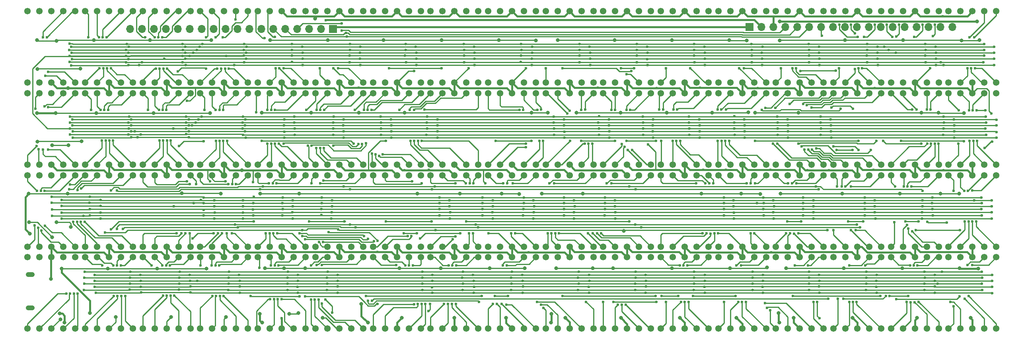
<source format=gbr>
%TF.GenerationSoftware,KiCad,Pcbnew,(5.1.10)-1*%
%TF.CreationDate,2022-03-07T16:55:32-05:00*%
%TF.ProjectId,ManySegmentDisplay,4d616e79-5365-4676-9d65-6e7444697370,rev?*%
%TF.SameCoordinates,Original*%
%TF.FileFunction,Copper,L1,Top*%
%TF.FilePolarity,Positive*%
%FSLAX46Y46*%
G04 Gerber Fmt 4.6, Leading zero omitted, Abs format (unit mm)*
G04 Created by KiCad (PCBNEW (5.1.10)-1) date 2022-03-07 16:55:32*
%MOMM*%
%LPD*%
G01*
G04 APERTURE LIST*
%TA.AperFunction,ComponentPad*%
%ADD10C,1.381000*%
%TD*%
%TA.AperFunction,ComponentPad*%
%ADD11O,1.900000X1.050000*%
%TD*%
%TA.AperFunction,ComponentPad*%
%ADD12O,1.700000X1.700000*%
%TD*%
%TA.AperFunction,ComponentPad*%
%ADD13R,1.700000X1.700000*%
%TD*%
%TA.AperFunction,ViaPad*%
%ADD14C,0.800000*%
%TD*%
%TA.AperFunction,ViaPad*%
%ADD15C,0.600000*%
%TD*%
%TA.AperFunction,Conductor*%
%ADD16C,0.250000*%
%TD*%
%TA.AperFunction,Conductor*%
%ADD17C,0.400000*%
%TD*%
G04 APERTURE END LIST*
D10*
%TO.P,DS32,10*%
%TO.N,Net-(DS32-Pad10)*%
X152630000Y-70970000D03*
%TO.P,DS32,9*%
%TO.N,Net-(DS32-Pad9)*%
X155170000Y-70970000D03*
%TO.P,DS32,8*%
%TO.N,GND*%
X157710000Y-70970000D03*
%TO.P,DS32,7*%
%TO.N,Net-(DS32-Pad7)*%
X160250000Y-70970000D03*
%TO.P,DS32,6*%
%TO.N,Net-(DS32-Pad6)*%
X162790000Y-70970000D03*
%TO.P,DS32,5*%
%TO.N,Net-(DS32-Pad5)*%
X162790000Y-86210000D03*
%TO.P,DS32,4*%
%TO.N,Net-(DS32-Pad4)*%
X160250000Y-86210000D03*
%TO.P,DS32,3*%
%TO.N,GND*%
X157710000Y-86210000D03*
%TO.P,DS32,2*%
%TO.N,Net-(DS32-Pad2)*%
X155170000Y-86210000D03*
%TO.P,DS32,1*%
%TO.N,Net-(DS32-Pad1)*%
X152630000Y-86210000D03*
%TD*%
%TO.P,DS6,10*%
%TO.N,Net-(DS6-Pad10)*%
X66880000Y-105970000D03*
%TO.P,DS6,9*%
%TO.N,Net-(DS6-Pad9)*%
X69420000Y-105970000D03*
%TO.P,DS6,8*%
%TO.N,GND*%
X71960000Y-105970000D03*
%TO.P,DS6,7*%
%TO.N,Net-(DS6-Pad7)*%
X74500000Y-105970000D03*
%TO.P,DS6,6*%
%TO.N,Net-(DS6-Pad6)*%
X77040000Y-105970000D03*
%TO.P,DS6,5*%
%TO.N,Net-(DS6-Pad5)*%
X77040000Y-121210000D03*
%TO.P,DS6,4*%
%TO.N,Net-(DS6-Pad4)*%
X74500000Y-121210000D03*
%TO.P,DS6,3*%
%TO.N,GND*%
X71960000Y-121210000D03*
%TO.P,DS6,2*%
%TO.N,Net-(DS6-Pad2)*%
X69420000Y-121210000D03*
%TO.P,DS6,1*%
%TO.N,Net-(DS6-Pad1)*%
X66880000Y-121210000D03*
%TD*%
%TO.P,DS4,10*%
%TO.N,Net-(DS4-Pad10)*%
X66880000Y-70970000D03*
%TO.P,DS4,9*%
%TO.N,Net-(DS4-Pad9)*%
X69420000Y-70970000D03*
%TO.P,DS4,8*%
%TO.N,GND*%
X71960000Y-70970000D03*
%TO.P,DS4,7*%
%TO.N,Net-(DS4-Pad7)*%
X74500000Y-70970000D03*
%TO.P,DS4,6*%
%TO.N,Net-(DS4-Pad6)*%
X77040000Y-70970000D03*
%TO.P,DS4,5*%
%TO.N,Net-(DS4-Pad5)*%
X77040000Y-86210000D03*
%TO.P,DS4,4*%
%TO.N,Net-(DS4-Pad4)*%
X74500000Y-86210000D03*
%TO.P,DS4,3*%
%TO.N,GND*%
X71960000Y-86210000D03*
%TO.P,DS4,2*%
%TO.N,Net-(DS4-Pad2)*%
X69420000Y-86210000D03*
%TO.P,DS4,1*%
%TO.N,Net-(DS4-Pad1)*%
X66880000Y-86210000D03*
%TD*%
%TO.P,DS7,10*%
%TO.N,Net-(DS7-Pad10)*%
X66880000Y-123470000D03*
%TO.P,DS7,9*%
%TO.N,Net-(DS7-Pad9)*%
X69420000Y-123470000D03*
%TO.P,DS7,8*%
%TO.N,GND*%
X71960000Y-123470000D03*
%TO.P,DS7,7*%
%TO.N,Net-(DS7-Pad7)*%
X74500000Y-123470000D03*
%TO.P,DS7,6*%
%TO.N,Net-(DS7-Pad6)*%
X77040000Y-123470000D03*
%TO.P,DS7,5*%
%TO.N,Net-(DS7-Pad5)*%
X77040000Y-138710000D03*
%TO.P,DS7,4*%
%TO.N,Net-(DS7-Pad4)*%
X74500000Y-138710000D03*
%TO.P,DS7,3*%
%TO.N,GND*%
X71960000Y-138710000D03*
%TO.P,DS7,2*%
%TO.N,Net-(DS7-Pad2)*%
X69420000Y-138710000D03*
%TO.P,DS7,1*%
%TO.N,Net-(DS7-Pad1)*%
X66880000Y-138710000D03*
%TD*%
%TO.P,DS3,10*%
%TO.N,Net-(DS3-Pad10)*%
X54630000Y-123470000D03*
%TO.P,DS3,9*%
%TO.N,Net-(DS3-Pad9)*%
X57170000Y-123470000D03*
%TO.P,DS3,8*%
%TO.N,GND*%
X59710000Y-123470000D03*
%TO.P,DS3,7*%
%TO.N,Net-(DS3-Pad7)*%
X62250000Y-123470000D03*
%TO.P,DS3,6*%
%TO.N,Net-(DS3-Pad6)*%
X64790000Y-123470000D03*
%TO.P,DS3,5*%
%TO.N,Net-(DS3-Pad5)*%
X64790000Y-138710000D03*
%TO.P,DS3,4*%
%TO.N,Net-(DS3-Pad4)*%
X62250000Y-138710000D03*
%TO.P,DS3,3*%
%TO.N,GND*%
X59710000Y-138710000D03*
%TO.P,DS3,2*%
%TO.N,Net-(DS3-Pad2)*%
X57170000Y-138710000D03*
%TO.P,DS3,1*%
%TO.N,Net-(DS3-Pad1)*%
X54630000Y-138710000D03*
%TD*%
D11*
%TO.P,J3,6*%
%TO.N,Net-(J3-Pad6)*%
X55180000Y-127135000D03*
X55180000Y-134285000D03*
%TD*%
D12*
%TO.P,J2,18*%
%TO.N,PA7*%
X76450000Y-74710000D03*
%TO.P,J2,17*%
%TO.N,PA6*%
X78990000Y-74710000D03*
%TO.P,J2,16*%
%TO.N,PA5*%
X81530000Y-74710000D03*
%TO.P,J2,15*%
%TO.N,PA4*%
X84070000Y-74710000D03*
%TO.P,J2,14*%
%TO.N,PA3*%
X86610000Y-74710000D03*
%TO.P,J2,13*%
%TO.N,PA2*%
X89150000Y-74710000D03*
%TO.P,J2,12*%
%TO.N,PA1*%
X91690000Y-74710000D03*
%TO.P,J2,11*%
%TO.N,PA0*%
X94230000Y-74710000D03*
%TO.P,J2,10*%
%TO.N,AD6*%
X96770000Y-74710000D03*
%TO.P,J2,9*%
%TO.N,AD5*%
X99310000Y-74710000D03*
%TO.P,J2,8*%
%TO.N,AD4*%
X101850000Y-74710000D03*
%TO.P,J2,7*%
%TO.N,AD3*%
X104390000Y-74710000D03*
%TO.P,J2,6*%
%TO.N,AD2*%
X106930000Y-74710000D03*
%TO.P,J2,5*%
%TO.N,AD1*%
X109470000Y-74710000D03*
%TO.P,J2,4*%
%TO.N,AD0*%
X112010000Y-74710000D03*
%TO.P,J2,3*%
%TO.N,GND*%
X114550000Y-74710000D03*
%TO.P,J2,2*%
%TO.N,+3V3*%
X117090000Y-74710000D03*
D13*
%TO.P,J2,1*%
%TO.N,+5V*%
X119630000Y-74710000D03*
%TD*%
D12*
%TO.P,J1,18*%
%TO.N,PA7*%
X251460000Y-74360000D03*
%TO.P,J1,17*%
%TO.N,PA6*%
X248920000Y-74360000D03*
%TO.P,J1,16*%
%TO.N,PA5*%
X246380000Y-74360000D03*
%TO.P,J1,15*%
%TO.N,PA4*%
X243840000Y-74360000D03*
%TO.P,J1,14*%
%TO.N,PA3*%
X241300000Y-74360000D03*
%TO.P,J1,13*%
%TO.N,PA2*%
X238760000Y-74360000D03*
%TO.P,J1,12*%
%TO.N,PA1*%
X236220000Y-74360000D03*
%TO.P,J1,11*%
%TO.N,PA0*%
X233680000Y-74360000D03*
%TO.P,J1,10*%
%TO.N,AD6*%
X231140000Y-74360000D03*
%TO.P,J1,9*%
%TO.N,AD5*%
X228600000Y-74360000D03*
%TO.P,J1,8*%
%TO.N,AD4*%
X226060000Y-74360000D03*
%TO.P,J1,7*%
%TO.N,AD3*%
X223520000Y-74360000D03*
%TO.P,J1,6*%
%TO.N,AD2*%
X220980000Y-74360000D03*
%TO.P,J1,5*%
%TO.N,AD1*%
X218440000Y-74360000D03*
%TO.P,J1,4*%
%TO.N,AD0*%
X215900000Y-74360000D03*
%TO.P,J1,3*%
%TO.N,GND*%
X213360000Y-74360000D03*
%TO.P,J1,2*%
%TO.N,+3V3*%
X210820000Y-74360000D03*
D13*
%TO.P,J1,1*%
%TO.N,+5V*%
X208280000Y-74360000D03*
%TD*%
D10*
%TO.P,DS67,10*%
%TO.N,Net-(DS67-Pad10)*%
X250630000Y-123470000D03*
%TO.P,DS67,9*%
%TO.N,Net-(DS67-Pad9)*%
X253170000Y-123470000D03*
%TO.P,DS67,8*%
%TO.N,GND*%
X255710000Y-123470000D03*
%TO.P,DS67,7*%
%TO.N,Net-(DS67-Pad7)*%
X258250000Y-123470000D03*
%TO.P,DS67,6*%
%TO.N,Net-(DS67-Pad6)*%
X260790000Y-123470000D03*
%TO.P,DS67,5*%
%TO.N,Net-(DS67-Pad5)*%
X260790000Y-138710000D03*
%TO.P,DS67,4*%
%TO.N,Net-(DS67-Pad4)*%
X258250000Y-138710000D03*
%TO.P,DS67,3*%
%TO.N,GND*%
X255710000Y-138710000D03*
%TO.P,DS67,2*%
%TO.N,Net-(DS67-Pad2)*%
X253170000Y-138710000D03*
%TO.P,DS67,1*%
%TO.N,Net-(DS67-Pad1)*%
X250630000Y-138710000D03*
%TD*%
%TO.P,DS66,10*%
%TO.N,Net-(DS66-Pad10)*%
X250630000Y-105970000D03*
%TO.P,DS66,9*%
%TO.N,Net-(DS66-Pad9)*%
X253170000Y-105970000D03*
%TO.P,DS66,8*%
%TO.N,GND*%
X255710000Y-105970000D03*
%TO.P,DS66,7*%
%TO.N,Net-(DS66-Pad7)*%
X258250000Y-105970000D03*
%TO.P,DS66,6*%
%TO.N,Net-(DS66-Pad6)*%
X260790000Y-105970000D03*
%TO.P,DS66,5*%
%TO.N,Net-(DS66-Pad5)*%
X260790000Y-121210000D03*
%TO.P,DS66,4*%
%TO.N,Net-(DS66-Pad4)*%
X258250000Y-121210000D03*
%TO.P,DS66,3*%
%TO.N,GND*%
X255710000Y-121210000D03*
%TO.P,DS66,2*%
%TO.N,Net-(DS66-Pad2)*%
X253170000Y-121210000D03*
%TO.P,DS66,1*%
%TO.N,Net-(DS66-Pad1)*%
X250630000Y-121210000D03*
%TD*%
%TO.P,DS65,10*%
%TO.N,Net-(DS65-Pad10)*%
X250630000Y-88470000D03*
%TO.P,DS65,9*%
%TO.N,Net-(DS65-Pad9)*%
X253170000Y-88470000D03*
%TO.P,DS65,8*%
%TO.N,GND*%
X255710000Y-88470000D03*
%TO.P,DS65,7*%
%TO.N,Net-(DS65-Pad7)*%
X258250000Y-88470000D03*
%TO.P,DS65,6*%
%TO.N,Net-(DS65-Pad6)*%
X260790000Y-88470000D03*
%TO.P,DS65,5*%
%TO.N,Net-(DS65-Pad5)*%
X260790000Y-103710000D03*
%TO.P,DS65,4*%
%TO.N,Net-(DS65-Pad4)*%
X258250000Y-103710000D03*
%TO.P,DS65,3*%
%TO.N,GND*%
X255710000Y-103710000D03*
%TO.P,DS65,2*%
%TO.N,Net-(DS65-Pad2)*%
X253170000Y-103710000D03*
%TO.P,DS65,1*%
%TO.N,Net-(DS65-Pad1)*%
X250630000Y-103710000D03*
%TD*%
%TO.P,DS64,10*%
%TO.N,Net-(DS64-Pad10)*%
X250630000Y-70970000D03*
%TO.P,DS64,9*%
%TO.N,Net-(DS64-Pad9)*%
X253170000Y-70970000D03*
%TO.P,DS64,8*%
%TO.N,GND*%
X255710000Y-70970000D03*
%TO.P,DS64,7*%
%TO.N,Net-(DS64-Pad7)*%
X258250000Y-70970000D03*
%TO.P,DS64,6*%
%TO.N,Net-(DS64-Pad6)*%
X260790000Y-70970000D03*
%TO.P,DS64,5*%
%TO.N,Net-(DS64-Pad5)*%
X260790000Y-86210000D03*
%TO.P,DS64,4*%
%TO.N,Net-(DS64-Pad4)*%
X258250000Y-86210000D03*
%TO.P,DS64,3*%
%TO.N,GND*%
X255710000Y-86210000D03*
%TO.P,DS64,2*%
%TO.N,Net-(DS64-Pad2)*%
X253170000Y-86210000D03*
%TO.P,DS64,1*%
%TO.N,Net-(DS64-Pad1)*%
X250630000Y-86210000D03*
%TD*%
%TO.P,DS63,10*%
%TO.N,Net-(DS63-Pad10)*%
X238380000Y-123470000D03*
%TO.P,DS63,9*%
%TO.N,Net-(DS63-Pad9)*%
X240920000Y-123470000D03*
%TO.P,DS63,8*%
%TO.N,GND*%
X243460000Y-123470000D03*
%TO.P,DS63,7*%
%TO.N,Net-(DS63-Pad7)*%
X246000000Y-123470000D03*
%TO.P,DS63,6*%
%TO.N,Net-(DS63-Pad6)*%
X248540000Y-123470000D03*
%TO.P,DS63,5*%
%TO.N,Net-(DS63-Pad5)*%
X248540000Y-138710000D03*
%TO.P,DS63,4*%
%TO.N,Net-(DS63-Pad4)*%
X246000000Y-138710000D03*
%TO.P,DS63,3*%
%TO.N,GND*%
X243460000Y-138710000D03*
%TO.P,DS63,2*%
%TO.N,Net-(DS63-Pad2)*%
X240920000Y-138710000D03*
%TO.P,DS63,1*%
%TO.N,Net-(DS63-Pad1)*%
X238380000Y-138710000D03*
%TD*%
%TO.P,DS62,10*%
%TO.N,Net-(DS62-Pad10)*%
X238380000Y-105970000D03*
%TO.P,DS62,9*%
%TO.N,Net-(DS62-Pad9)*%
X240920000Y-105970000D03*
%TO.P,DS62,8*%
%TO.N,GND*%
X243460000Y-105970000D03*
%TO.P,DS62,7*%
%TO.N,Net-(DS62-Pad7)*%
X246000000Y-105970000D03*
%TO.P,DS62,6*%
%TO.N,Net-(DS62-Pad6)*%
X248540000Y-105970000D03*
%TO.P,DS62,5*%
%TO.N,Net-(DS62-Pad5)*%
X248540000Y-121210000D03*
%TO.P,DS62,4*%
%TO.N,Net-(DS62-Pad4)*%
X246000000Y-121210000D03*
%TO.P,DS62,3*%
%TO.N,GND*%
X243460000Y-121210000D03*
%TO.P,DS62,2*%
%TO.N,Net-(DS62-Pad2)*%
X240920000Y-121210000D03*
%TO.P,DS62,1*%
%TO.N,Net-(DS62-Pad1)*%
X238380000Y-121210000D03*
%TD*%
%TO.P,DS61,10*%
%TO.N,Net-(DS61-Pad10)*%
X238380000Y-88470000D03*
%TO.P,DS61,9*%
%TO.N,Net-(DS61-Pad9)*%
X240920000Y-88470000D03*
%TO.P,DS61,8*%
%TO.N,GND*%
X243460000Y-88470000D03*
%TO.P,DS61,7*%
%TO.N,Net-(DS61-Pad7)*%
X246000000Y-88470000D03*
%TO.P,DS61,6*%
%TO.N,Net-(DS61-Pad6)*%
X248540000Y-88470000D03*
%TO.P,DS61,5*%
%TO.N,Net-(DS61-Pad5)*%
X248540000Y-103710000D03*
%TO.P,DS61,4*%
%TO.N,Net-(DS61-Pad4)*%
X246000000Y-103710000D03*
%TO.P,DS61,3*%
%TO.N,GND*%
X243460000Y-103710000D03*
%TO.P,DS61,2*%
%TO.N,Net-(DS61-Pad2)*%
X240920000Y-103710000D03*
%TO.P,DS61,1*%
%TO.N,Net-(DS61-Pad1)*%
X238380000Y-103710000D03*
%TD*%
%TO.P,DS60,10*%
%TO.N,Net-(DS60-Pad10)*%
X238380000Y-70970000D03*
%TO.P,DS60,9*%
%TO.N,Net-(DS60-Pad9)*%
X240920000Y-70970000D03*
%TO.P,DS60,8*%
%TO.N,GND*%
X243460000Y-70970000D03*
%TO.P,DS60,7*%
%TO.N,Net-(DS60-Pad7)*%
X246000000Y-70970000D03*
%TO.P,DS60,6*%
%TO.N,Net-(DS60-Pad6)*%
X248540000Y-70970000D03*
%TO.P,DS60,5*%
%TO.N,Net-(DS60-Pad5)*%
X248540000Y-86210000D03*
%TO.P,DS60,4*%
%TO.N,Net-(DS60-Pad4)*%
X246000000Y-86210000D03*
%TO.P,DS60,3*%
%TO.N,GND*%
X243460000Y-86210000D03*
%TO.P,DS60,2*%
%TO.N,Net-(DS60-Pad2)*%
X240920000Y-86210000D03*
%TO.P,DS60,1*%
%TO.N,Net-(DS60-Pad1)*%
X238380000Y-86210000D03*
%TD*%
%TO.P,DS59,10*%
%TO.N,Net-(DS59-Pad10)*%
X226130000Y-123470000D03*
%TO.P,DS59,9*%
%TO.N,Net-(DS59-Pad9)*%
X228670000Y-123470000D03*
%TO.P,DS59,8*%
%TO.N,GND*%
X231210000Y-123470000D03*
%TO.P,DS59,7*%
%TO.N,Net-(DS59-Pad7)*%
X233750000Y-123470000D03*
%TO.P,DS59,6*%
%TO.N,Net-(DS59-Pad6)*%
X236290000Y-123470000D03*
%TO.P,DS59,5*%
%TO.N,Net-(DS59-Pad5)*%
X236290000Y-138710000D03*
%TO.P,DS59,4*%
%TO.N,Net-(DS59-Pad4)*%
X233750000Y-138710000D03*
%TO.P,DS59,3*%
%TO.N,GND*%
X231210000Y-138710000D03*
%TO.P,DS59,2*%
%TO.N,Net-(DS59-Pad2)*%
X228670000Y-138710000D03*
%TO.P,DS59,1*%
%TO.N,Net-(DS59-Pad1)*%
X226130000Y-138710000D03*
%TD*%
%TO.P,DS58,10*%
%TO.N,Net-(DS58-Pad10)*%
X226130000Y-105970000D03*
%TO.P,DS58,9*%
%TO.N,Net-(DS58-Pad9)*%
X228670000Y-105970000D03*
%TO.P,DS58,8*%
%TO.N,GND*%
X231210000Y-105970000D03*
%TO.P,DS58,7*%
%TO.N,Net-(DS58-Pad7)*%
X233750000Y-105970000D03*
%TO.P,DS58,6*%
%TO.N,Net-(DS58-Pad6)*%
X236290000Y-105970000D03*
%TO.P,DS58,5*%
%TO.N,Net-(DS58-Pad5)*%
X236290000Y-121210000D03*
%TO.P,DS58,4*%
%TO.N,Net-(DS58-Pad4)*%
X233750000Y-121210000D03*
%TO.P,DS58,3*%
%TO.N,GND*%
X231210000Y-121210000D03*
%TO.P,DS58,2*%
%TO.N,Net-(DS58-Pad2)*%
X228670000Y-121210000D03*
%TO.P,DS58,1*%
%TO.N,Net-(DS58-Pad1)*%
X226130000Y-121210000D03*
%TD*%
%TO.P,DS57,10*%
%TO.N,Net-(DS57-Pad10)*%
X226130000Y-88470000D03*
%TO.P,DS57,9*%
%TO.N,Net-(DS57-Pad9)*%
X228670000Y-88470000D03*
%TO.P,DS57,8*%
%TO.N,GND*%
X231210000Y-88470000D03*
%TO.P,DS57,7*%
%TO.N,Net-(DS57-Pad7)*%
X233750000Y-88470000D03*
%TO.P,DS57,6*%
%TO.N,Net-(DS57-Pad6)*%
X236290000Y-88470000D03*
%TO.P,DS57,5*%
%TO.N,Net-(DS57-Pad5)*%
X236290000Y-103710000D03*
%TO.P,DS57,4*%
%TO.N,Net-(DS57-Pad4)*%
X233750000Y-103710000D03*
%TO.P,DS57,3*%
%TO.N,GND*%
X231210000Y-103710000D03*
%TO.P,DS57,2*%
%TO.N,Net-(DS57-Pad2)*%
X228670000Y-103710000D03*
%TO.P,DS57,1*%
%TO.N,Net-(DS57-Pad1)*%
X226130000Y-103710000D03*
%TD*%
%TO.P,DS56,10*%
%TO.N,Net-(DS56-Pad10)*%
X226130000Y-70970000D03*
%TO.P,DS56,9*%
%TO.N,Net-(DS56-Pad9)*%
X228670000Y-70970000D03*
%TO.P,DS56,8*%
%TO.N,GND*%
X231210000Y-70970000D03*
%TO.P,DS56,7*%
%TO.N,Net-(DS56-Pad7)*%
X233750000Y-70970000D03*
%TO.P,DS56,6*%
%TO.N,Net-(DS56-Pad6)*%
X236290000Y-70970000D03*
%TO.P,DS56,5*%
%TO.N,Net-(DS56-Pad5)*%
X236290000Y-86210000D03*
%TO.P,DS56,4*%
%TO.N,Net-(DS56-Pad4)*%
X233750000Y-86210000D03*
%TO.P,DS56,3*%
%TO.N,GND*%
X231210000Y-86210000D03*
%TO.P,DS56,2*%
%TO.N,Net-(DS56-Pad2)*%
X228670000Y-86210000D03*
%TO.P,DS56,1*%
%TO.N,Net-(DS56-Pad1)*%
X226130000Y-86210000D03*
%TD*%
%TO.P,DS55,10*%
%TO.N,Net-(DS55-Pad10)*%
X213880000Y-123470000D03*
%TO.P,DS55,9*%
%TO.N,Net-(DS55-Pad9)*%
X216420000Y-123470000D03*
%TO.P,DS55,8*%
%TO.N,GND*%
X218960000Y-123470000D03*
%TO.P,DS55,7*%
%TO.N,Net-(DS55-Pad7)*%
X221500000Y-123470000D03*
%TO.P,DS55,6*%
%TO.N,Net-(DS55-Pad6)*%
X224040000Y-123470000D03*
%TO.P,DS55,5*%
%TO.N,Net-(DS55-Pad5)*%
X224040000Y-138710000D03*
%TO.P,DS55,4*%
%TO.N,Net-(DS55-Pad4)*%
X221500000Y-138710000D03*
%TO.P,DS55,3*%
%TO.N,GND*%
X218960000Y-138710000D03*
%TO.P,DS55,2*%
%TO.N,Net-(DS55-Pad2)*%
X216420000Y-138710000D03*
%TO.P,DS55,1*%
%TO.N,Net-(DS55-Pad1)*%
X213880000Y-138710000D03*
%TD*%
%TO.P,DS54,10*%
%TO.N,Net-(DS54-Pad10)*%
X213880000Y-105970000D03*
%TO.P,DS54,9*%
%TO.N,Net-(DS54-Pad9)*%
X216420000Y-105970000D03*
%TO.P,DS54,8*%
%TO.N,GND*%
X218960000Y-105970000D03*
%TO.P,DS54,7*%
%TO.N,Net-(DS54-Pad7)*%
X221500000Y-105970000D03*
%TO.P,DS54,6*%
%TO.N,Net-(DS54-Pad6)*%
X224040000Y-105970000D03*
%TO.P,DS54,5*%
%TO.N,Net-(DS54-Pad5)*%
X224040000Y-121210000D03*
%TO.P,DS54,4*%
%TO.N,Net-(DS54-Pad4)*%
X221500000Y-121210000D03*
%TO.P,DS54,3*%
%TO.N,GND*%
X218960000Y-121210000D03*
%TO.P,DS54,2*%
%TO.N,Net-(DS54-Pad2)*%
X216420000Y-121210000D03*
%TO.P,DS54,1*%
%TO.N,Net-(DS54-Pad1)*%
X213880000Y-121210000D03*
%TD*%
%TO.P,DS53,10*%
%TO.N,Net-(DS53-Pad10)*%
X213880000Y-88470000D03*
%TO.P,DS53,9*%
%TO.N,Net-(DS53-Pad9)*%
X216420000Y-88470000D03*
%TO.P,DS53,8*%
%TO.N,GND*%
X218960000Y-88470000D03*
%TO.P,DS53,7*%
%TO.N,Net-(DS53-Pad7)*%
X221500000Y-88470000D03*
%TO.P,DS53,6*%
%TO.N,Net-(DS53-Pad6)*%
X224040000Y-88470000D03*
%TO.P,DS53,5*%
%TO.N,Net-(DS53-Pad5)*%
X224040000Y-103710000D03*
%TO.P,DS53,4*%
%TO.N,Net-(DS53-Pad4)*%
X221500000Y-103710000D03*
%TO.P,DS53,3*%
%TO.N,GND*%
X218960000Y-103710000D03*
%TO.P,DS53,2*%
%TO.N,Net-(DS53-Pad2)*%
X216420000Y-103710000D03*
%TO.P,DS53,1*%
%TO.N,Net-(DS53-Pad1)*%
X213880000Y-103710000D03*
%TD*%
%TO.P,DS52,10*%
%TO.N,Net-(DS52-Pad10)*%
X213880000Y-70970000D03*
%TO.P,DS52,9*%
%TO.N,Net-(DS52-Pad9)*%
X216420000Y-70970000D03*
%TO.P,DS52,8*%
%TO.N,GND*%
X218960000Y-70970000D03*
%TO.P,DS52,7*%
%TO.N,Net-(DS52-Pad7)*%
X221500000Y-70970000D03*
%TO.P,DS52,6*%
%TO.N,Net-(DS52-Pad6)*%
X224040000Y-70970000D03*
%TO.P,DS52,5*%
%TO.N,Net-(DS52-Pad5)*%
X224040000Y-86210000D03*
%TO.P,DS52,4*%
%TO.N,Net-(DS52-Pad4)*%
X221500000Y-86210000D03*
%TO.P,DS52,3*%
%TO.N,GND*%
X218960000Y-86210000D03*
%TO.P,DS52,2*%
%TO.N,Net-(DS52-Pad2)*%
X216420000Y-86210000D03*
%TO.P,DS52,1*%
%TO.N,Net-(DS52-Pad1)*%
X213880000Y-86210000D03*
%TD*%
%TO.P,DS51,10*%
%TO.N,Net-(DS51-Pad10)*%
X201630000Y-123470000D03*
%TO.P,DS51,9*%
%TO.N,Net-(DS51-Pad9)*%
X204170000Y-123470000D03*
%TO.P,DS51,8*%
%TO.N,GND*%
X206710000Y-123470000D03*
%TO.P,DS51,7*%
%TO.N,Net-(DS51-Pad7)*%
X209250000Y-123470000D03*
%TO.P,DS51,6*%
%TO.N,Net-(DS51-Pad6)*%
X211790000Y-123470000D03*
%TO.P,DS51,5*%
%TO.N,Net-(DS51-Pad5)*%
X211790000Y-138710000D03*
%TO.P,DS51,4*%
%TO.N,Net-(DS51-Pad4)*%
X209250000Y-138710000D03*
%TO.P,DS51,3*%
%TO.N,GND*%
X206710000Y-138710000D03*
%TO.P,DS51,2*%
%TO.N,Net-(DS51-Pad2)*%
X204170000Y-138710000D03*
%TO.P,DS51,1*%
%TO.N,Net-(DS51-Pad1)*%
X201630000Y-138710000D03*
%TD*%
%TO.P,DS50,10*%
%TO.N,Net-(DS50-Pad10)*%
X201630000Y-105970000D03*
%TO.P,DS50,9*%
%TO.N,Net-(DS50-Pad9)*%
X204170000Y-105970000D03*
%TO.P,DS50,8*%
%TO.N,GND*%
X206710000Y-105970000D03*
%TO.P,DS50,7*%
%TO.N,Net-(DS50-Pad7)*%
X209250000Y-105970000D03*
%TO.P,DS50,6*%
%TO.N,Net-(DS50-Pad6)*%
X211790000Y-105970000D03*
%TO.P,DS50,5*%
%TO.N,Net-(DS50-Pad5)*%
X211790000Y-121210000D03*
%TO.P,DS50,4*%
%TO.N,Net-(DS50-Pad4)*%
X209250000Y-121210000D03*
%TO.P,DS50,3*%
%TO.N,GND*%
X206710000Y-121210000D03*
%TO.P,DS50,2*%
%TO.N,Net-(DS50-Pad2)*%
X204170000Y-121210000D03*
%TO.P,DS50,1*%
%TO.N,Net-(DS50-Pad1)*%
X201630000Y-121210000D03*
%TD*%
%TO.P,DS49,10*%
%TO.N,Net-(DS49-Pad10)*%
X201630000Y-88470000D03*
%TO.P,DS49,9*%
%TO.N,Net-(DS49-Pad9)*%
X204170000Y-88470000D03*
%TO.P,DS49,8*%
%TO.N,GND*%
X206710000Y-88470000D03*
%TO.P,DS49,7*%
%TO.N,Net-(DS49-Pad7)*%
X209250000Y-88470000D03*
%TO.P,DS49,6*%
%TO.N,Net-(DS49-Pad6)*%
X211790000Y-88470000D03*
%TO.P,DS49,5*%
%TO.N,Net-(DS49-Pad5)*%
X211790000Y-103710000D03*
%TO.P,DS49,4*%
%TO.N,Net-(DS49-Pad4)*%
X209250000Y-103710000D03*
%TO.P,DS49,3*%
%TO.N,GND*%
X206710000Y-103710000D03*
%TO.P,DS49,2*%
%TO.N,Net-(DS49-Pad2)*%
X204170000Y-103710000D03*
%TO.P,DS49,1*%
%TO.N,Net-(DS49-Pad1)*%
X201630000Y-103710000D03*
%TD*%
%TO.P,DS48,10*%
%TO.N,Net-(DS48-Pad10)*%
X201630000Y-70970000D03*
%TO.P,DS48,9*%
%TO.N,Net-(DS48-Pad9)*%
X204170000Y-70970000D03*
%TO.P,DS48,8*%
%TO.N,GND*%
X206710000Y-70970000D03*
%TO.P,DS48,7*%
%TO.N,Net-(DS48-Pad7)*%
X209250000Y-70970000D03*
%TO.P,DS48,6*%
%TO.N,Net-(DS48-Pad6)*%
X211790000Y-70970000D03*
%TO.P,DS48,5*%
%TO.N,Net-(DS48-Pad5)*%
X211790000Y-86210000D03*
%TO.P,DS48,4*%
%TO.N,Net-(DS48-Pad4)*%
X209250000Y-86210000D03*
%TO.P,DS48,3*%
%TO.N,GND*%
X206710000Y-86210000D03*
%TO.P,DS48,2*%
%TO.N,Net-(DS48-Pad2)*%
X204170000Y-86210000D03*
%TO.P,DS48,1*%
%TO.N,Net-(DS48-Pad1)*%
X201630000Y-86210000D03*
%TD*%
%TO.P,DS47,10*%
%TO.N,Net-(DS47-Pad10)*%
X189380000Y-123470000D03*
%TO.P,DS47,9*%
%TO.N,Net-(DS47-Pad9)*%
X191920000Y-123470000D03*
%TO.P,DS47,8*%
%TO.N,GND*%
X194460000Y-123470000D03*
%TO.P,DS47,7*%
%TO.N,Net-(DS47-Pad7)*%
X197000000Y-123470000D03*
%TO.P,DS47,6*%
%TO.N,Net-(DS47-Pad6)*%
X199540000Y-123470000D03*
%TO.P,DS47,5*%
%TO.N,Net-(DS47-Pad5)*%
X199540000Y-138710000D03*
%TO.P,DS47,4*%
%TO.N,Net-(DS47-Pad4)*%
X197000000Y-138710000D03*
%TO.P,DS47,3*%
%TO.N,GND*%
X194460000Y-138710000D03*
%TO.P,DS47,2*%
%TO.N,Net-(DS47-Pad2)*%
X191920000Y-138710000D03*
%TO.P,DS47,1*%
%TO.N,Net-(DS47-Pad1)*%
X189380000Y-138710000D03*
%TD*%
%TO.P,DS46,10*%
%TO.N,Net-(DS46-Pad10)*%
X189380000Y-105970000D03*
%TO.P,DS46,9*%
%TO.N,Net-(DS46-Pad9)*%
X191920000Y-105970000D03*
%TO.P,DS46,8*%
%TO.N,GND*%
X194460000Y-105970000D03*
%TO.P,DS46,7*%
%TO.N,Net-(DS46-Pad7)*%
X197000000Y-105970000D03*
%TO.P,DS46,6*%
%TO.N,Net-(DS46-Pad6)*%
X199540000Y-105970000D03*
%TO.P,DS46,5*%
%TO.N,Net-(DS46-Pad5)*%
X199540000Y-121210000D03*
%TO.P,DS46,4*%
%TO.N,Net-(DS46-Pad4)*%
X197000000Y-121210000D03*
%TO.P,DS46,3*%
%TO.N,GND*%
X194460000Y-121210000D03*
%TO.P,DS46,2*%
%TO.N,Net-(DS46-Pad2)*%
X191920000Y-121210000D03*
%TO.P,DS46,1*%
%TO.N,Net-(DS46-Pad1)*%
X189380000Y-121210000D03*
%TD*%
%TO.P,DS45,10*%
%TO.N,Net-(DS45-Pad10)*%
X189380000Y-88470000D03*
%TO.P,DS45,9*%
%TO.N,Net-(DS45-Pad9)*%
X191920000Y-88470000D03*
%TO.P,DS45,8*%
%TO.N,GND*%
X194460000Y-88470000D03*
%TO.P,DS45,7*%
%TO.N,Net-(DS45-Pad7)*%
X197000000Y-88470000D03*
%TO.P,DS45,6*%
%TO.N,Net-(DS45-Pad6)*%
X199540000Y-88470000D03*
%TO.P,DS45,5*%
%TO.N,Net-(DS45-Pad5)*%
X199540000Y-103710000D03*
%TO.P,DS45,4*%
%TO.N,Net-(DS45-Pad4)*%
X197000000Y-103710000D03*
%TO.P,DS45,3*%
%TO.N,GND*%
X194460000Y-103710000D03*
%TO.P,DS45,2*%
%TO.N,Net-(DS45-Pad2)*%
X191920000Y-103710000D03*
%TO.P,DS45,1*%
%TO.N,Net-(DS45-Pad1)*%
X189380000Y-103710000D03*
%TD*%
%TO.P,DS44,10*%
%TO.N,Net-(DS44-Pad10)*%
X189380000Y-70970000D03*
%TO.P,DS44,9*%
%TO.N,Net-(DS44-Pad9)*%
X191920000Y-70970000D03*
%TO.P,DS44,8*%
%TO.N,GND*%
X194460000Y-70970000D03*
%TO.P,DS44,7*%
%TO.N,Net-(DS44-Pad7)*%
X197000000Y-70970000D03*
%TO.P,DS44,6*%
%TO.N,Net-(DS44-Pad6)*%
X199540000Y-70970000D03*
%TO.P,DS44,5*%
%TO.N,Net-(DS44-Pad5)*%
X199540000Y-86210000D03*
%TO.P,DS44,4*%
%TO.N,Net-(DS44-Pad4)*%
X197000000Y-86210000D03*
%TO.P,DS44,3*%
%TO.N,GND*%
X194460000Y-86210000D03*
%TO.P,DS44,2*%
%TO.N,Net-(DS44-Pad2)*%
X191920000Y-86210000D03*
%TO.P,DS44,1*%
%TO.N,Net-(DS44-Pad1)*%
X189380000Y-86210000D03*
%TD*%
%TO.P,DS43,10*%
%TO.N,Net-(DS43-Pad10)*%
X177130000Y-123470000D03*
%TO.P,DS43,9*%
%TO.N,Net-(DS43-Pad9)*%
X179670000Y-123470000D03*
%TO.P,DS43,8*%
%TO.N,GND*%
X182210000Y-123470000D03*
%TO.P,DS43,7*%
%TO.N,Net-(DS43-Pad7)*%
X184750000Y-123470000D03*
%TO.P,DS43,6*%
%TO.N,Net-(DS43-Pad6)*%
X187290000Y-123470000D03*
%TO.P,DS43,5*%
%TO.N,Net-(DS43-Pad5)*%
X187290000Y-138710000D03*
%TO.P,DS43,4*%
%TO.N,Net-(DS43-Pad4)*%
X184750000Y-138710000D03*
%TO.P,DS43,3*%
%TO.N,GND*%
X182210000Y-138710000D03*
%TO.P,DS43,2*%
%TO.N,Net-(DS43-Pad2)*%
X179670000Y-138710000D03*
%TO.P,DS43,1*%
%TO.N,Net-(DS43-Pad1)*%
X177130000Y-138710000D03*
%TD*%
%TO.P,DS42,10*%
%TO.N,Net-(DS42-Pad10)*%
X177130000Y-105970000D03*
%TO.P,DS42,9*%
%TO.N,Net-(DS42-Pad9)*%
X179670000Y-105970000D03*
%TO.P,DS42,8*%
%TO.N,GND*%
X182210000Y-105970000D03*
%TO.P,DS42,7*%
%TO.N,Net-(DS42-Pad7)*%
X184750000Y-105970000D03*
%TO.P,DS42,6*%
%TO.N,Net-(DS42-Pad6)*%
X187290000Y-105970000D03*
%TO.P,DS42,5*%
%TO.N,Net-(DS42-Pad5)*%
X187290000Y-121210000D03*
%TO.P,DS42,4*%
%TO.N,Net-(DS42-Pad4)*%
X184750000Y-121210000D03*
%TO.P,DS42,3*%
%TO.N,GND*%
X182210000Y-121210000D03*
%TO.P,DS42,2*%
%TO.N,Net-(DS42-Pad2)*%
X179670000Y-121210000D03*
%TO.P,DS42,1*%
%TO.N,Net-(DS42-Pad1)*%
X177130000Y-121210000D03*
%TD*%
%TO.P,DS41,10*%
%TO.N,Net-(DS41-Pad10)*%
X177130000Y-88470000D03*
%TO.P,DS41,9*%
%TO.N,Net-(DS41-Pad9)*%
X179670000Y-88470000D03*
%TO.P,DS41,8*%
%TO.N,GND*%
X182210000Y-88470000D03*
%TO.P,DS41,7*%
%TO.N,Net-(DS41-Pad7)*%
X184750000Y-88470000D03*
%TO.P,DS41,6*%
%TO.N,Net-(DS41-Pad6)*%
X187290000Y-88470000D03*
%TO.P,DS41,5*%
%TO.N,Net-(DS41-Pad5)*%
X187290000Y-103710000D03*
%TO.P,DS41,4*%
%TO.N,Net-(DS41-Pad4)*%
X184750000Y-103710000D03*
%TO.P,DS41,3*%
%TO.N,GND*%
X182210000Y-103710000D03*
%TO.P,DS41,2*%
%TO.N,Net-(DS41-Pad2)*%
X179670000Y-103710000D03*
%TO.P,DS41,1*%
%TO.N,Net-(DS41-Pad1)*%
X177130000Y-103710000D03*
%TD*%
%TO.P,DS40,10*%
%TO.N,Net-(DS40-Pad10)*%
X177130000Y-70970000D03*
%TO.P,DS40,9*%
%TO.N,Net-(DS40-Pad9)*%
X179670000Y-70970000D03*
%TO.P,DS40,8*%
%TO.N,GND*%
X182210000Y-70970000D03*
%TO.P,DS40,7*%
%TO.N,Net-(DS40-Pad7)*%
X184750000Y-70970000D03*
%TO.P,DS40,6*%
%TO.N,Net-(DS40-Pad6)*%
X187290000Y-70970000D03*
%TO.P,DS40,5*%
%TO.N,Net-(DS40-Pad5)*%
X187290000Y-86210000D03*
%TO.P,DS40,4*%
%TO.N,Net-(DS40-Pad4)*%
X184750000Y-86210000D03*
%TO.P,DS40,3*%
%TO.N,GND*%
X182210000Y-86210000D03*
%TO.P,DS40,2*%
%TO.N,Net-(DS40-Pad2)*%
X179670000Y-86210000D03*
%TO.P,DS40,1*%
%TO.N,Net-(DS40-Pad1)*%
X177130000Y-86210000D03*
%TD*%
%TO.P,DS39,10*%
%TO.N,Net-(DS39-Pad10)*%
X164880000Y-123470000D03*
%TO.P,DS39,9*%
%TO.N,Net-(DS39-Pad9)*%
X167420000Y-123470000D03*
%TO.P,DS39,8*%
%TO.N,GND*%
X169960000Y-123470000D03*
%TO.P,DS39,7*%
%TO.N,Net-(DS39-Pad7)*%
X172500000Y-123470000D03*
%TO.P,DS39,6*%
%TO.N,Net-(DS39-Pad6)*%
X175040000Y-123470000D03*
%TO.P,DS39,5*%
%TO.N,Net-(DS39-Pad5)*%
X175040000Y-138710000D03*
%TO.P,DS39,4*%
%TO.N,Net-(DS39-Pad4)*%
X172500000Y-138710000D03*
%TO.P,DS39,3*%
%TO.N,GND*%
X169960000Y-138710000D03*
%TO.P,DS39,2*%
%TO.N,Net-(DS39-Pad2)*%
X167420000Y-138710000D03*
%TO.P,DS39,1*%
%TO.N,Net-(DS39-Pad1)*%
X164880000Y-138710000D03*
%TD*%
%TO.P,DS38,10*%
%TO.N,Net-(DS38-Pad10)*%
X164880000Y-105970000D03*
%TO.P,DS38,9*%
%TO.N,Net-(DS38-Pad9)*%
X167420000Y-105970000D03*
%TO.P,DS38,8*%
%TO.N,GND*%
X169960000Y-105970000D03*
%TO.P,DS38,7*%
%TO.N,Net-(DS38-Pad7)*%
X172500000Y-105970000D03*
%TO.P,DS38,6*%
%TO.N,Net-(DS38-Pad6)*%
X175040000Y-105970000D03*
%TO.P,DS38,5*%
%TO.N,Net-(DS38-Pad5)*%
X175040000Y-121210000D03*
%TO.P,DS38,4*%
%TO.N,Net-(DS38-Pad4)*%
X172500000Y-121210000D03*
%TO.P,DS38,3*%
%TO.N,GND*%
X169960000Y-121210000D03*
%TO.P,DS38,2*%
%TO.N,Net-(DS38-Pad2)*%
X167420000Y-121210000D03*
%TO.P,DS38,1*%
%TO.N,Net-(DS38-Pad1)*%
X164880000Y-121210000D03*
%TD*%
%TO.P,DS37,10*%
%TO.N,Net-(DS37-Pad10)*%
X164880000Y-88470000D03*
%TO.P,DS37,9*%
%TO.N,Net-(DS37-Pad9)*%
X167420000Y-88470000D03*
%TO.P,DS37,8*%
%TO.N,GND*%
X169960000Y-88470000D03*
%TO.P,DS37,7*%
%TO.N,Net-(DS37-Pad7)*%
X172500000Y-88470000D03*
%TO.P,DS37,6*%
%TO.N,Net-(DS37-Pad6)*%
X175040000Y-88470000D03*
%TO.P,DS37,5*%
%TO.N,Net-(DS37-Pad5)*%
X175040000Y-103710000D03*
%TO.P,DS37,4*%
%TO.N,Net-(DS37-Pad4)*%
X172500000Y-103710000D03*
%TO.P,DS37,3*%
%TO.N,GND*%
X169960000Y-103710000D03*
%TO.P,DS37,2*%
%TO.N,Net-(DS37-Pad2)*%
X167420000Y-103710000D03*
%TO.P,DS37,1*%
%TO.N,Net-(DS37-Pad1)*%
X164880000Y-103710000D03*
%TD*%
%TO.P,DS36,10*%
%TO.N,Net-(DS36-Pad10)*%
X164880000Y-70970000D03*
%TO.P,DS36,9*%
%TO.N,Net-(DS36-Pad9)*%
X167420000Y-70970000D03*
%TO.P,DS36,8*%
%TO.N,GND*%
X169960000Y-70970000D03*
%TO.P,DS36,7*%
%TO.N,Net-(DS36-Pad7)*%
X172500000Y-70970000D03*
%TO.P,DS36,6*%
%TO.N,Net-(DS36-Pad6)*%
X175040000Y-70970000D03*
%TO.P,DS36,5*%
%TO.N,Net-(DS36-Pad5)*%
X175040000Y-86210000D03*
%TO.P,DS36,4*%
%TO.N,Net-(DS36-Pad4)*%
X172500000Y-86210000D03*
%TO.P,DS36,3*%
%TO.N,GND*%
X169960000Y-86210000D03*
%TO.P,DS36,2*%
%TO.N,Net-(DS36-Pad2)*%
X167420000Y-86210000D03*
%TO.P,DS36,1*%
%TO.N,Net-(DS36-Pad1)*%
X164880000Y-86210000D03*
%TD*%
%TO.P,DS35,10*%
%TO.N,Net-(DS35-Pad10)*%
X152630000Y-123470000D03*
%TO.P,DS35,9*%
%TO.N,Net-(DS35-Pad9)*%
X155170000Y-123470000D03*
%TO.P,DS35,8*%
%TO.N,GND*%
X157710000Y-123470000D03*
%TO.P,DS35,7*%
%TO.N,Net-(DS35-Pad7)*%
X160250000Y-123470000D03*
%TO.P,DS35,6*%
%TO.N,Net-(DS35-Pad6)*%
X162790000Y-123470000D03*
%TO.P,DS35,5*%
%TO.N,Net-(DS35-Pad5)*%
X162790000Y-138710000D03*
%TO.P,DS35,4*%
%TO.N,Net-(DS35-Pad4)*%
X160250000Y-138710000D03*
%TO.P,DS35,3*%
%TO.N,GND*%
X157710000Y-138710000D03*
%TO.P,DS35,2*%
%TO.N,Net-(DS35-Pad2)*%
X155170000Y-138710000D03*
%TO.P,DS35,1*%
%TO.N,Net-(DS35-Pad1)*%
X152630000Y-138710000D03*
%TD*%
%TO.P,DS34,10*%
%TO.N,Net-(DS34-Pad10)*%
X152630000Y-105970000D03*
%TO.P,DS34,9*%
%TO.N,Net-(DS34-Pad9)*%
X155170000Y-105970000D03*
%TO.P,DS34,8*%
%TO.N,GND*%
X157710000Y-105970000D03*
%TO.P,DS34,7*%
%TO.N,Net-(DS34-Pad7)*%
X160250000Y-105970000D03*
%TO.P,DS34,6*%
%TO.N,Net-(DS34-Pad6)*%
X162790000Y-105970000D03*
%TO.P,DS34,5*%
%TO.N,Net-(DS34-Pad5)*%
X162790000Y-121210000D03*
%TO.P,DS34,4*%
%TO.N,Net-(DS34-Pad4)*%
X160250000Y-121210000D03*
%TO.P,DS34,3*%
%TO.N,GND*%
X157710000Y-121210000D03*
%TO.P,DS34,2*%
%TO.N,Net-(DS34-Pad2)*%
X155170000Y-121210000D03*
%TO.P,DS34,1*%
%TO.N,Net-(DS34-Pad1)*%
X152630000Y-121210000D03*
%TD*%
%TO.P,DS33,10*%
%TO.N,Net-(DS33-Pad10)*%
X152630000Y-88470000D03*
%TO.P,DS33,9*%
%TO.N,Net-(DS33-Pad9)*%
X155170000Y-88470000D03*
%TO.P,DS33,8*%
%TO.N,GND*%
X157710000Y-88470000D03*
%TO.P,DS33,7*%
%TO.N,Net-(DS33-Pad7)*%
X160250000Y-88470000D03*
%TO.P,DS33,6*%
%TO.N,Net-(DS33-Pad6)*%
X162790000Y-88470000D03*
%TO.P,DS33,5*%
%TO.N,Net-(DS33-Pad5)*%
X162790000Y-103710000D03*
%TO.P,DS33,4*%
%TO.N,Net-(DS33-Pad4)*%
X160250000Y-103710000D03*
%TO.P,DS33,3*%
%TO.N,GND*%
X157710000Y-103710000D03*
%TO.P,DS33,2*%
%TO.N,Net-(DS33-Pad2)*%
X155170000Y-103710000D03*
%TO.P,DS33,1*%
%TO.N,Net-(DS33-Pad1)*%
X152630000Y-103710000D03*
%TD*%
%TO.P,DS31,10*%
%TO.N,Net-(DS31-Pad10)*%
X140380000Y-123470000D03*
%TO.P,DS31,9*%
%TO.N,Net-(DS31-Pad9)*%
X142920000Y-123470000D03*
%TO.P,DS31,8*%
%TO.N,GND*%
X145460000Y-123470000D03*
%TO.P,DS31,7*%
%TO.N,Net-(DS31-Pad7)*%
X148000000Y-123470000D03*
%TO.P,DS31,6*%
%TO.N,Net-(DS31-Pad6)*%
X150540000Y-123470000D03*
%TO.P,DS31,5*%
%TO.N,Net-(DS31-Pad5)*%
X150540000Y-138710000D03*
%TO.P,DS31,4*%
%TO.N,Net-(DS31-Pad4)*%
X148000000Y-138710000D03*
%TO.P,DS31,3*%
%TO.N,GND*%
X145460000Y-138710000D03*
%TO.P,DS31,2*%
%TO.N,Net-(DS31-Pad2)*%
X142920000Y-138710000D03*
%TO.P,DS31,1*%
%TO.N,Net-(DS31-Pad1)*%
X140380000Y-138710000D03*
%TD*%
%TO.P,DS30,10*%
%TO.N,Net-(DS30-Pad10)*%
X140380000Y-105970000D03*
%TO.P,DS30,9*%
%TO.N,Net-(DS30-Pad9)*%
X142920000Y-105970000D03*
%TO.P,DS30,8*%
%TO.N,GND*%
X145460000Y-105970000D03*
%TO.P,DS30,7*%
%TO.N,Net-(DS30-Pad7)*%
X148000000Y-105970000D03*
%TO.P,DS30,6*%
%TO.N,Net-(DS30-Pad6)*%
X150540000Y-105970000D03*
%TO.P,DS30,5*%
%TO.N,Net-(DS30-Pad5)*%
X150540000Y-121210000D03*
%TO.P,DS30,4*%
%TO.N,Net-(DS30-Pad4)*%
X148000000Y-121210000D03*
%TO.P,DS30,3*%
%TO.N,GND*%
X145460000Y-121210000D03*
%TO.P,DS30,2*%
%TO.N,Net-(DS30-Pad2)*%
X142920000Y-121210000D03*
%TO.P,DS30,1*%
%TO.N,Net-(DS30-Pad1)*%
X140380000Y-121210000D03*
%TD*%
%TO.P,DS29,10*%
%TO.N,Net-(DS29-Pad10)*%
X140380000Y-88470000D03*
%TO.P,DS29,9*%
%TO.N,Net-(DS29-Pad9)*%
X142920000Y-88470000D03*
%TO.P,DS29,8*%
%TO.N,GND*%
X145460000Y-88470000D03*
%TO.P,DS29,7*%
%TO.N,Net-(DS29-Pad7)*%
X148000000Y-88470000D03*
%TO.P,DS29,6*%
%TO.N,Net-(DS29-Pad6)*%
X150540000Y-88470000D03*
%TO.P,DS29,5*%
%TO.N,Net-(DS29-Pad5)*%
X150540000Y-103710000D03*
%TO.P,DS29,4*%
%TO.N,Net-(DS29-Pad4)*%
X148000000Y-103710000D03*
%TO.P,DS29,3*%
%TO.N,GND*%
X145460000Y-103710000D03*
%TO.P,DS29,2*%
%TO.N,Net-(DS29-Pad2)*%
X142920000Y-103710000D03*
%TO.P,DS29,1*%
%TO.N,Net-(DS29-Pad1)*%
X140380000Y-103710000D03*
%TD*%
%TO.P,DS28,10*%
%TO.N,Net-(DS28-Pad10)*%
X140380000Y-70970000D03*
%TO.P,DS28,9*%
%TO.N,Net-(DS28-Pad9)*%
X142920000Y-70970000D03*
%TO.P,DS28,8*%
%TO.N,GND*%
X145460000Y-70970000D03*
%TO.P,DS28,7*%
%TO.N,Net-(DS28-Pad7)*%
X148000000Y-70970000D03*
%TO.P,DS28,6*%
%TO.N,Net-(DS28-Pad6)*%
X150540000Y-70970000D03*
%TO.P,DS28,5*%
%TO.N,Net-(DS28-Pad5)*%
X150540000Y-86210000D03*
%TO.P,DS28,4*%
%TO.N,Net-(DS28-Pad4)*%
X148000000Y-86210000D03*
%TO.P,DS28,3*%
%TO.N,GND*%
X145460000Y-86210000D03*
%TO.P,DS28,2*%
%TO.N,Net-(DS28-Pad2)*%
X142920000Y-86210000D03*
%TO.P,DS28,1*%
%TO.N,Net-(DS28-Pad1)*%
X140380000Y-86210000D03*
%TD*%
%TO.P,DS27,10*%
%TO.N,Net-(DS27-Pad10)*%
X128130000Y-123470000D03*
%TO.P,DS27,9*%
%TO.N,Net-(DS27-Pad9)*%
X130670000Y-123470000D03*
%TO.P,DS27,8*%
%TO.N,GND*%
X133210000Y-123470000D03*
%TO.P,DS27,7*%
%TO.N,Net-(DS27-Pad7)*%
X135750000Y-123470000D03*
%TO.P,DS27,6*%
%TO.N,Net-(DS27-Pad6)*%
X138290000Y-123470000D03*
%TO.P,DS27,5*%
%TO.N,Net-(DS27-Pad5)*%
X138290000Y-138710000D03*
%TO.P,DS27,4*%
%TO.N,Net-(DS27-Pad4)*%
X135750000Y-138710000D03*
%TO.P,DS27,3*%
%TO.N,GND*%
X133210000Y-138710000D03*
%TO.P,DS27,2*%
%TO.N,Net-(DS27-Pad2)*%
X130670000Y-138710000D03*
%TO.P,DS27,1*%
%TO.N,Net-(DS27-Pad1)*%
X128130000Y-138710000D03*
%TD*%
%TO.P,DS26,10*%
%TO.N,Net-(DS26-Pad10)*%
X128130000Y-105970000D03*
%TO.P,DS26,9*%
%TO.N,Net-(DS26-Pad9)*%
X130670000Y-105970000D03*
%TO.P,DS26,8*%
%TO.N,GND*%
X133210000Y-105970000D03*
%TO.P,DS26,7*%
%TO.N,Net-(DS26-Pad7)*%
X135750000Y-105970000D03*
%TO.P,DS26,6*%
%TO.N,Net-(DS26-Pad6)*%
X138290000Y-105970000D03*
%TO.P,DS26,5*%
%TO.N,Net-(DS26-Pad5)*%
X138290000Y-121210000D03*
%TO.P,DS26,4*%
%TO.N,Net-(DS26-Pad4)*%
X135750000Y-121210000D03*
%TO.P,DS26,3*%
%TO.N,GND*%
X133210000Y-121210000D03*
%TO.P,DS26,2*%
%TO.N,Net-(DS26-Pad2)*%
X130670000Y-121210000D03*
%TO.P,DS26,1*%
%TO.N,Net-(DS26-Pad1)*%
X128130000Y-121210000D03*
%TD*%
%TO.P,DS25,10*%
%TO.N,Net-(DS25-Pad10)*%
X128130000Y-88470000D03*
%TO.P,DS25,9*%
%TO.N,Net-(DS25-Pad9)*%
X130670000Y-88470000D03*
%TO.P,DS25,8*%
%TO.N,GND*%
X133210000Y-88470000D03*
%TO.P,DS25,7*%
%TO.N,Net-(DS25-Pad7)*%
X135750000Y-88470000D03*
%TO.P,DS25,6*%
%TO.N,Net-(DS25-Pad6)*%
X138290000Y-88470000D03*
%TO.P,DS25,5*%
%TO.N,Net-(DS25-Pad5)*%
X138290000Y-103710000D03*
%TO.P,DS25,4*%
%TO.N,Net-(DS25-Pad4)*%
X135750000Y-103710000D03*
%TO.P,DS25,3*%
%TO.N,GND*%
X133210000Y-103710000D03*
%TO.P,DS25,2*%
%TO.N,Net-(DS25-Pad2)*%
X130670000Y-103710000D03*
%TO.P,DS25,1*%
%TO.N,Net-(DS25-Pad1)*%
X128130000Y-103710000D03*
%TD*%
%TO.P,DS24,10*%
%TO.N,Net-(DS24-Pad10)*%
X128130000Y-70970000D03*
%TO.P,DS24,9*%
%TO.N,Net-(DS24-Pad9)*%
X130670000Y-70970000D03*
%TO.P,DS24,8*%
%TO.N,GND*%
X133210000Y-70970000D03*
%TO.P,DS24,7*%
%TO.N,Net-(DS24-Pad7)*%
X135750000Y-70970000D03*
%TO.P,DS24,6*%
%TO.N,Net-(DS24-Pad6)*%
X138290000Y-70970000D03*
%TO.P,DS24,5*%
%TO.N,Net-(DS24-Pad5)*%
X138290000Y-86210000D03*
%TO.P,DS24,4*%
%TO.N,Net-(DS24-Pad4)*%
X135750000Y-86210000D03*
%TO.P,DS24,3*%
%TO.N,GND*%
X133210000Y-86210000D03*
%TO.P,DS24,2*%
%TO.N,Net-(DS24-Pad2)*%
X130670000Y-86210000D03*
%TO.P,DS24,1*%
%TO.N,Net-(DS24-Pad1)*%
X128130000Y-86210000D03*
%TD*%
%TO.P,DS23,10*%
%TO.N,Net-(DS23-Pad10)*%
X115880000Y-123470000D03*
%TO.P,DS23,9*%
%TO.N,Net-(DS23-Pad9)*%
X118420000Y-123470000D03*
%TO.P,DS23,8*%
%TO.N,GND*%
X120960000Y-123470000D03*
%TO.P,DS23,7*%
%TO.N,Net-(DS23-Pad7)*%
X123500000Y-123470000D03*
%TO.P,DS23,6*%
%TO.N,Net-(DS23-Pad6)*%
X126040000Y-123470000D03*
%TO.P,DS23,5*%
%TO.N,Net-(DS23-Pad5)*%
X126040000Y-138710000D03*
%TO.P,DS23,4*%
%TO.N,Net-(DS23-Pad4)*%
X123500000Y-138710000D03*
%TO.P,DS23,3*%
%TO.N,GND*%
X120960000Y-138710000D03*
%TO.P,DS23,2*%
%TO.N,Net-(DS23-Pad2)*%
X118420000Y-138710000D03*
%TO.P,DS23,1*%
%TO.N,Net-(DS23-Pad1)*%
X115880000Y-138710000D03*
%TD*%
%TO.P,DS22,10*%
%TO.N,Net-(DS22-Pad10)*%
X115880000Y-105970000D03*
%TO.P,DS22,9*%
%TO.N,Net-(DS22-Pad9)*%
X118420000Y-105970000D03*
%TO.P,DS22,8*%
%TO.N,GND*%
X120960000Y-105970000D03*
%TO.P,DS22,7*%
%TO.N,Net-(DS22-Pad7)*%
X123500000Y-105970000D03*
%TO.P,DS22,6*%
%TO.N,Net-(DS22-Pad6)*%
X126040000Y-105970000D03*
%TO.P,DS22,5*%
%TO.N,Net-(DS22-Pad5)*%
X126040000Y-121210000D03*
%TO.P,DS22,4*%
%TO.N,Net-(DS22-Pad4)*%
X123500000Y-121210000D03*
%TO.P,DS22,3*%
%TO.N,GND*%
X120960000Y-121210000D03*
%TO.P,DS22,2*%
%TO.N,Net-(DS22-Pad2)*%
X118420000Y-121210000D03*
%TO.P,DS22,1*%
%TO.N,Net-(DS22-Pad1)*%
X115880000Y-121210000D03*
%TD*%
%TO.P,DS21,10*%
%TO.N,Net-(DS21-Pad10)*%
X115880000Y-88470000D03*
%TO.P,DS21,9*%
%TO.N,Net-(DS21-Pad9)*%
X118420000Y-88470000D03*
%TO.P,DS21,8*%
%TO.N,GND*%
X120960000Y-88470000D03*
%TO.P,DS21,7*%
%TO.N,Net-(DS21-Pad7)*%
X123500000Y-88470000D03*
%TO.P,DS21,6*%
%TO.N,Net-(DS21-Pad6)*%
X126040000Y-88470000D03*
%TO.P,DS21,5*%
%TO.N,Net-(DS21-Pad5)*%
X126040000Y-103710000D03*
%TO.P,DS21,4*%
%TO.N,Net-(DS21-Pad4)*%
X123500000Y-103710000D03*
%TO.P,DS21,3*%
%TO.N,GND*%
X120960000Y-103710000D03*
%TO.P,DS21,2*%
%TO.N,Net-(DS21-Pad2)*%
X118420000Y-103710000D03*
%TO.P,DS21,1*%
%TO.N,Net-(DS21-Pad1)*%
X115880000Y-103710000D03*
%TD*%
%TO.P,DS20,10*%
%TO.N,Net-(DS20-Pad10)*%
X115880000Y-70970000D03*
%TO.P,DS20,9*%
%TO.N,Net-(DS20-Pad9)*%
X118420000Y-70970000D03*
%TO.P,DS20,8*%
%TO.N,GND*%
X120960000Y-70970000D03*
%TO.P,DS20,7*%
%TO.N,Net-(DS20-Pad7)*%
X123500000Y-70970000D03*
%TO.P,DS20,6*%
%TO.N,Net-(DS20-Pad6)*%
X126040000Y-70970000D03*
%TO.P,DS20,5*%
%TO.N,Net-(DS20-Pad5)*%
X126040000Y-86210000D03*
%TO.P,DS20,4*%
%TO.N,Net-(DS20-Pad4)*%
X123500000Y-86210000D03*
%TO.P,DS20,3*%
%TO.N,GND*%
X120960000Y-86210000D03*
%TO.P,DS20,2*%
%TO.N,Net-(DS20-Pad2)*%
X118420000Y-86210000D03*
%TO.P,DS20,1*%
%TO.N,Net-(DS20-Pad1)*%
X115880000Y-86210000D03*
%TD*%
%TO.P,DS19,10*%
%TO.N,Net-(DS19-Pad10)*%
X103630000Y-123470000D03*
%TO.P,DS19,9*%
%TO.N,Net-(DS19-Pad9)*%
X106170000Y-123470000D03*
%TO.P,DS19,8*%
%TO.N,GND*%
X108710000Y-123470000D03*
%TO.P,DS19,7*%
%TO.N,Net-(DS19-Pad7)*%
X111250000Y-123470000D03*
%TO.P,DS19,6*%
%TO.N,Net-(DS19-Pad6)*%
X113790000Y-123470000D03*
%TO.P,DS19,5*%
%TO.N,Net-(DS19-Pad5)*%
X113790000Y-138710000D03*
%TO.P,DS19,4*%
%TO.N,Net-(DS19-Pad4)*%
X111250000Y-138710000D03*
%TO.P,DS19,3*%
%TO.N,GND*%
X108710000Y-138710000D03*
%TO.P,DS19,2*%
%TO.N,Net-(DS19-Pad2)*%
X106170000Y-138710000D03*
%TO.P,DS19,1*%
%TO.N,Net-(DS19-Pad1)*%
X103630000Y-138710000D03*
%TD*%
%TO.P,DS18,10*%
%TO.N,Net-(DS18-Pad10)*%
X103630000Y-105970000D03*
%TO.P,DS18,9*%
%TO.N,Net-(DS18-Pad9)*%
X106170000Y-105970000D03*
%TO.P,DS18,8*%
%TO.N,GND*%
X108710000Y-105970000D03*
%TO.P,DS18,7*%
%TO.N,Net-(DS18-Pad7)*%
X111250000Y-105970000D03*
%TO.P,DS18,6*%
%TO.N,Net-(DS18-Pad6)*%
X113790000Y-105970000D03*
%TO.P,DS18,5*%
%TO.N,Net-(DS18-Pad5)*%
X113790000Y-121210000D03*
%TO.P,DS18,4*%
%TO.N,Net-(DS18-Pad4)*%
X111250000Y-121210000D03*
%TO.P,DS18,3*%
%TO.N,GND*%
X108710000Y-121210000D03*
%TO.P,DS18,2*%
%TO.N,Net-(DS18-Pad2)*%
X106170000Y-121210000D03*
%TO.P,DS18,1*%
%TO.N,Net-(DS18-Pad1)*%
X103630000Y-121210000D03*
%TD*%
%TO.P,DS17,10*%
%TO.N,Net-(DS17-Pad10)*%
X103630000Y-88470000D03*
%TO.P,DS17,9*%
%TO.N,Net-(DS17-Pad9)*%
X106170000Y-88470000D03*
%TO.P,DS17,8*%
%TO.N,GND*%
X108710000Y-88470000D03*
%TO.P,DS17,7*%
%TO.N,Net-(DS17-Pad7)*%
X111250000Y-88470000D03*
%TO.P,DS17,6*%
%TO.N,Net-(DS17-Pad6)*%
X113790000Y-88470000D03*
%TO.P,DS17,5*%
%TO.N,Net-(DS17-Pad5)*%
X113790000Y-103710000D03*
%TO.P,DS17,4*%
%TO.N,Net-(DS17-Pad4)*%
X111250000Y-103710000D03*
%TO.P,DS17,3*%
%TO.N,GND*%
X108710000Y-103710000D03*
%TO.P,DS17,2*%
%TO.N,Net-(DS17-Pad2)*%
X106170000Y-103710000D03*
%TO.P,DS17,1*%
%TO.N,Net-(DS17-Pad1)*%
X103630000Y-103710000D03*
%TD*%
%TO.P,DS16,10*%
%TO.N,Net-(DS16-Pad10)*%
X103630000Y-70970000D03*
%TO.P,DS16,9*%
%TO.N,Net-(DS16-Pad9)*%
X106170000Y-70970000D03*
%TO.P,DS16,8*%
%TO.N,GND*%
X108710000Y-70970000D03*
%TO.P,DS16,7*%
%TO.N,Net-(DS16-Pad7)*%
X111250000Y-70970000D03*
%TO.P,DS16,6*%
%TO.N,Net-(DS16-Pad6)*%
X113790000Y-70970000D03*
%TO.P,DS16,5*%
%TO.N,Net-(DS16-Pad5)*%
X113790000Y-86210000D03*
%TO.P,DS16,4*%
%TO.N,Net-(DS16-Pad4)*%
X111250000Y-86210000D03*
%TO.P,DS16,3*%
%TO.N,GND*%
X108710000Y-86210000D03*
%TO.P,DS16,2*%
%TO.N,Net-(DS16-Pad2)*%
X106170000Y-86210000D03*
%TO.P,DS16,1*%
%TO.N,Net-(DS16-Pad1)*%
X103630000Y-86210000D03*
%TD*%
%TO.P,DS15,10*%
%TO.N,Net-(DS15-Pad10)*%
X91380000Y-123470000D03*
%TO.P,DS15,9*%
%TO.N,Net-(DS15-Pad9)*%
X93920000Y-123470000D03*
%TO.P,DS15,8*%
%TO.N,GND*%
X96460000Y-123470000D03*
%TO.P,DS15,7*%
%TO.N,Net-(DS15-Pad7)*%
X99000000Y-123470000D03*
%TO.P,DS15,6*%
%TO.N,Net-(DS15-Pad6)*%
X101540000Y-123470000D03*
%TO.P,DS15,5*%
%TO.N,Net-(DS15-Pad5)*%
X101540000Y-138710000D03*
%TO.P,DS15,4*%
%TO.N,Net-(DS15-Pad4)*%
X99000000Y-138710000D03*
%TO.P,DS15,3*%
%TO.N,GND*%
X96460000Y-138710000D03*
%TO.P,DS15,2*%
%TO.N,Net-(DS15-Pad2)*%
X93920000Y-138710000D03*
%TO.P,DS15,1*%
%TO.N,Net-(DS15-Pad1)*%
X91380000Y-138710000D03*
%TD*%
%TO.P,DS14,10*%
%TO.N,Net-(DS14-Pad10)*%
X91380000Y-105970000D03*
%TO.P,DS14,9*%
%TO.N,Net-(DS14-Pad9)*%
X93920000Y-105970000D03*
%TO.P,DS14,8*%
%TO.N,GND*%
X96460000Y-105970000D03*
%TO.P,DS14,7*%
%TO.N,Net-(DS14-Pad7)*%
X99000000Y-105970000D03*
%TO.P,DS14,6*%
%TO.N,Net-(DS14-Pad6)*%
X101540000Y-105970000D03*
%TO.P,DS14,5*%
%TO.N,Net-(DS14-Pad5)*%
X101540000Y-121210000D03*
%TO.P,DS14,4*%
%TO.N,Net-(DS14-Pad4)*%
X99000000Y-121210000D03*
%TO.P,DS14,3*%
%TO.N,GND*%
X96460000Y-121210000D03*
%TO.P,DS14,2*%
%TO.N,Net-(DS14-Pad2)*%
X93920000Y-121210000D03*
%TO.P,DS14,1*%
%TO.N,Net-(DS14-Pad1)*%
X91380000Y-121210000D03*
%TD*%
%TO.P,DS13,10*%
%TO.N,Net-(DS13-Pad10)*%
X91380000Y-88470000D03*
%TO.P,DS13,9*%
%TO.N,Net-(DS13-Pad9)*%
X93920000Y-88470000D03*
%TO.P,DS13,8*%
%TO.N,GND*%
X96460000Y-88470000D03*
%TO.P,DS13,7*%
%TO.N,Net-(DS13-Pad7)*%
X99000000Y-88470000D03*
%TO.P,DS13,6*%
%TO.N,Net-(DS13-Pad6)*%
X101540000Y-88470000D03*
%TO.P,DS13,5*%
%TO.N,Net-(DS13-Pad5)*%
X101540000Y-103710000D03*
%TO.P,DS13,4*%
%TO.N,Net-(DS13-Pad4)*%
X99000000Y-103710000D03*
%TO.P,DS13,3*%
%TO.N,GND*%
X96460000Y-103710000D03*
%TO.P,DS13,2*%
%TO.N,Net-(DS13-Pad2)*%
X93920000Y-103710000D03*
%TO.P,DS13,1*%
%TO.N,Net-(DS13-Pad1)*%
X91380000Y-103710000D03*
%TD*%
%TO.P,DS12,10*%
%TO.N,Net-(DS12-Pad10)*%
X91380000Y-70970000D03*
%TO.P,DS12,9*%
%TO.N,Net-(DS12-Pad9)*%
X93920000Y-70970000D03*
%TO.P,DS12,8*%
%TO.N,GND*%
X96460000Y-70970000D03*
%TO.P,DS12,7*%
%TO.N,Net-(DS12-Pad7)*%
X99000000Y-70970000D03*
%TO.P,DS12,6*%
%TO.N,Net-(DS12-Pad6)*%
X101540000Y-70970000D03*
%TO.P,DS12,5*%
%TO.N,Net-(DS12-Pad5)*%
X101540000Y-86210000D03*
%TO.P,DS12,4*%
%TO.N,Net-(DS12-Pad4)*%
X99000000Y-86210000D03*
%TO.P,DS12,3*%
%TO.N,GND*%
X96460000Y-86210000D03*
%TO.P,DS12,2*%
%TO.N,Net-(DS12-Pad2)*%
X93920000Y-86210000D03*
%TO.P,DS12,1*%
%TO.N,Net-(DS12-Pad1)*%
X91380000Y-86210000D03*
%TD*%
%TO.P,DS11,10*%
%TO.N,Net-(DS11-Pad10)*%
X79130000Y-123470000D03*
%TO.P,DS11,9*%
%TO.N,Net-(DS11-Pad9)*%
X81670000Y-123470000D03*
%TO.P,DS11,8*%
%TO.N,GND*%
X84210000Y-123470000D03*
%TO.P,DS11,7*%
%TO.N,Net-(DS11-Pad7)*%
X86750000Y-123470000D03*
%TO.P,DS11,6*%
%TO.N,Net-(DS11-Pad6)*%
X89290000Y-123470000D03*
%TO.P,DS11,5*%
%TO.N,Net-(DS11-Pad5)*%
X89290000Y-138710000D03*
%TO.P,DS11,4*%
%TO.N,Net-(DS11-Pad4)*%
X86750000Y-138710000D03*
%TO.P,DS11,3*%
%TO.N,GND*%
X84210000Y-138710000D03*
%TO.P,DS11,2*%
%TO.N,Net-(DS11-Pad2)*%
X81670000Y-138710000D03*
%TO.P,DS11,1*%
%TO.N,Net-(DS11-Pad1)*%
X79130000Y-138710000D03*
%TD*%
%TO.P,DS10,10*%
%TO.N,Net-(DS10-Pad10)*%
X79130000Y-105970000D03*
%TO.P,DS10,9*%
%TO.N,Net-(DS10-Pad9)*%
X81670000Y-105970000D03*
%TO.P,DS10,8*%
%TO.N,GND*%
X84210000Y-105970000D03*
%TO.P,DS10,7*%
%TO.N,Net-(DS10-Pad7)*%
X86750000Y-105970000D03*
%TO.P,DS10,6*%
%TO.N,Net-(DS10-Pad6)*%
X89290000Y-105970000D03*
%TO.P,DS10,5*%
%TO.N,Net-(DS10-Pad5)*%
X89290000Y-121210000D03*
%TO.P,DS10,4*%
%TO.N,Net-(DS10-Pad4)*%
X86750000Y-121210000D03*
%TO.P,DS10,3*%
%TO.N,GND*%
X84210000Y-121210000D03*
%TO.P,DS10,2*%
%TO.N,Net-(DS10-Pad2)*%
X81670000Y-121210000D03*
%TO.P,DS10,1*%
%TO.N,Net-(DS10-Pad1)*%
X79130000Y-121210000D03*
%TD*%
%TO.P,DS9,10*%
%TO.N,Net-(DS9-Pad10)*%
X79130000Y-88470000D03*
%TO.P,DS9,9*%
%TO.N,Net-(DS9-Pad9)*%
X81670000Y-88470000D03*
%TO.P,DS9,8*%
%TO.N,GND*%
X84210000Y-88470000D03*
%TO.P,DS9,7*%
%TO.N,Net-(DS9-Pad7)*%
X86750000Y-88470000D03*
%TO.P,DS9,6*%
%TO.N,Net-(DS9-Pad6)*%
X89290000Y-88470000D03*
%TO.P,DS9,5*%
%TO.N,Net-(DS9-Pad5)*%
X89290000Y-103710000D03*
%TO.P,DS9,4*%
%TO.N,Net-(DS9-Pad4)*%
X86750000Y-103710000D03*
%TO.P,DS9,3*%
%TO.N,GND*%
X84210000Y-103710000D03*
%TO.P,DS9,2*%
%TO.N,Net-(DS9-Pad2)*%
X81670000Y-103710000D03*
%TO.P,DS9,1*%
%TO.N,Net-(DS9-Pad1)*%
X79130000Y-103710000D03*
%TD*%
%TO.P,DS8,10*%
%TO.N,Net-(DS8-Pad10)*%
X79130000Y-70970000D03*
%TO.P,DS8,9*%
%TO.N,Net-(DS8-Pad9)*%
X81670000Y-70970000D03*
%TO.P,DS8,8*%
%TO.N,GND*%
X84210000Y-70970000D03*
%TO.P,DS8,7*%
%TO.N,Net-(DS8-Pad7)*%
X86750000Y-70970000D03*
%TO.P,DS8,6*%
%TO.N,Net-(DS8-Pad6)*%
X89290000Y-70970000D03*
%TO.P,DS8,5*%
%TO.N,Net-(DS8-Pad5)*%
X89290000Y-86210000D03*
%TO.P,DS8,4*%
%TO.N,Net-(DS8-Pad4)*%
X86750000Y-86210000D03*
%TO.P,DS8,3*%
%TO.N,GND*%
X84210000Y-86210000D03*
%TO.P,DS8,2*%
%TO.N,Net-(DS8-Pad2)*%
X81670000Y-86210000D03*
%TO.P,DS8,1*%
%TO.N,Net-(DS8-Pad1)*%
X79130000Y-86210000D03*
%TD*%
%TO.P,DS5,10*%
%TO.N,Net-(DS5-Pad10)*%
X66880000Y-88470000D03*
%TO.P,DS5,9*%
%TO.N,Net-(DS5-Pad9)*%
X69420000Y-88470000D03*
%TO.P,DS5,8*%
%TO.N,GND*%
X71960000Y-88470000D03*
%TO.P,DS5,7*%
%TO.N,Net-(DS5-Pad7)*%
X74500000Y-88470000D03*
%TO.P,DS5,6*%
%TO.N,Net-(DS5-Pad6)*%
X77040000Y-88470000D03*
%TO.P,DS5,5*%
%TO.N,Net-(DS5-Pad5)*%
X77040000Y-103710000D03*
%TO.P,DS5,4*%
%TO.N,Net-(DS5-Pad4)*%
X74500000Y-103710000D03*
%TO.P,DS5,3*%
%TO.N,GND*%
X71960000Y-103710000D03*
%TO.P,DS5,2*%
%TO.N,Net-(DS5-Pad2)*%
X69420000Y-103710000D03*
%TO.P,DS5,1*%
%TO.N,Net-(DS5-Pad1)*%
X66880000Y-103710000D03*
%TD*%
%TO.P,DS2,10*%
%TO.N,Net-(DS2-Pad10)*%
X54630000Y-105970000D03*
%TO.P,DS2,9*%
%TO.N,Net-(DS2-Pad9)*%
X57170000Y-105970000D03*
%TO.P,DS2,8*%
%TO.N,GND*%
X59710000Y-105970000D03*
%TO.P,DS2,7*%
%TO.N,Net-(DS2-Pad7)*%
X62250000Y-105970000D03*
%TO.P,DS2,6*%
%TO.N,Net-(DS2-Pad6)*%
X64790000Y-105970000D03*
%TO.P,DS2,5*%
%TO.N,Net-(DS2-Pad5)*%
X64790000Y-121210000D03*
%TO.P,DS2,4*%
%TO.N,Net-(DS2-Pad4)*%
X62250000Y-121210000D03*
%TO.P,DS2,3*%
%TO.N,GND*%
X59710000Y-121210000D03*
%TO.P,DS2,2*%
%TO.N,Net-(DS2-Pad2)*%
X57170000Y-121210000D03*
%TO.P,DS2,1*%
%TO.N,Net-(DS2-Pad1)*%
X54630000Y-121210000D03*
%TD*%
%TO.P,DS1,10*%
%TO.N,Net-(DS1-Pad10)*%
X54630000Y-88470000D03*
%TO.P,DS1,9*%
%TO.N,Net-(DS1-Pad9)*%
X57170000Y-88470000D03*
%TO.P,DS1,8*%
%TO.N,GND*%
X59710000Y-88470000D03*
%TO.P,DS1,7*%
%TO.N,Net-(DS1-Pad7)*%
X62250000Y-88470000D03*
%TO.P,DS1,6*%
%TO.N,Net-(DS1-Pad6)*%
X64790000Y-88470000D03*
%TO.P,DS1,5*%
%TO.N,Net-(DS1-Pad5)*%
X64790000Y-103710000D03*
%TO.P,DS1,4*%
%TO.N,Net-(DS1-Pad4)*%
X62250000Y-103710000D03*
%TO.P,DS1,3*%
%TO.N,GND*%
X59710000Y-103710000D03*
%TO.P,DS1,2*%
%TO.N,Net-(DS1-Pad2)*%
X57170000Y-103710000D03*
%TO.P,DS1,1*%
%TO.N,Net-(DS1-Pad1)*%
X54630000Y-103710000D03*
%TD*%
%TO.P,DS0,10*%
%TO.N,Net-(DS0-Pad10)*%
X54630000Y-70970000D03*
%TO.P,DS0,9*%
%TO.N,Net-(DS0-Pad9)*%
X57170000Y-70970000D03*
%TO.P,DS0,8*%
%TO.N,GND*%
X59710000Y-70970000D03*
%TO.P,DS0,7*%
%TO.N,Net-(DS0-Pad7)*%
X62250000Y-70970000D03*
%TO.P,DS0,6*%
%TO.N,Net-(DS0-Pad6)*%
X64790000Y-70970000D03*
%TO.P,DS0,5*%
%TO.N,Net-(DS0-Pad5)*%
X64790000Y-86210000D03*
%TO.P,DS0,4*%
%TO.N,Net-(DS0-Pad4)*%
X62250000Y-86210000D03*
%TO.P,DS0,3*%
%TO.N,GND*%
X59710000Y-86210000D03*
%TO.P,DS0,2*%
%TO.N,Net-(DS0-Pad2)*%
X57170000Y-86210000D03*
%TO.P,DS0,1*%
%TO.N,Net-(DS0-Pad1)*%
X54630000Y-86210000D03*
%TD*%
D14*
%TO.N,GND*%
X73380000Y-136210000D03*
X61630000Y-136710000D03*
X85130000Y-136210000D03*
X96880000Y-136210000D03*
X59630000Y-128060002D03*
X63855000Y-116960000D03*
X60804548Y-116012401D03*
X63280000Y-99560000D03*
X59832932Y-99530000D03*
X100199499Y-104879499D03*
X63260501Y-87379499D03*
D15*
X108680000Y-136510000D03*
X140280000Y-133410011D03*
X139913798Y-134960000D03*
X129139499Y-122300501D03*
X117995392Y-132472534D03*
X119480000Y-135310000D03*
D14*
X117387653Y-136410000D03*
D15*
X134850501Y-104879499D03*
X118680000Y-118084992D03*
X129095041Y-119958625D03*
X125140501Y-87300501D03*
D14*
X115842347Y-72522347D03*
D15*
X130880000Y-98637399D03*
X136880000Y-83719999D03*
X148480000Y-83112401D03*
X139987796Y-104845958D03*
X152680000Y-118335003D03*
X161299499Y-122379499D03*
X160680000Y-83160000D03*
D14*
X134230010Y-136410000D03*
X145480000Y-136410000D03*
X156480000Y-136410000D03*
D15*
X198439499Y-104800501D03*
D14*
X169030010Y-136410000D03*
X180880000Y-136410000D03*
X193480000Y-136410000D03*
D15*
X201583299Y-118335003D03*
D14*
X205480000Y-136410000D03*
D15*
X212899499Y-122379499D03*
X186680000Y-99360000D03*
X176020501Y-87300501D03*
X197739499Y-87300501D03*
X210060501Y-87379499D03*
X234899499Y-87379499D03*
X225160501Y-104879499D03*
X246680000Y-83160000D03*
X259880000Y-98760000D03*
X258280000Y-100160000D03*
X249560501Y-104879499D03*
X222680000Y-132960001D03*
X223129990Y-136510000D03*
D14*
X217680000Y-136410000D03*
X230230010Y-136410000D03*
X243929990Y-136410000D03*
X255329990Y-136410000D03*
D15*
X188499499Y-87379499D03*
X250239499Y-116035000D03*
X246129096Y-115912401D03*
X234649499Y-104800501D03*
X220600501Y-104879499D03*
X212789499Y-104800501D03*
X203270501Y-104800501D03*
X163789499Y-104800501D03*
X152080000Y-107710000D03*
X102605000Y-107460000D03*
X93457034Y-107259990D03*
X68299499Y-104879499D03*
X88538529Y-90105355D03*
X259780000Y-92807599D03*
X247255000Y-76285000D03*
X247687116Y-73809999D03*
X249380501Y-72060501D03*
%TO.N,+3V3*%
X71130000Y-118210000D03*
D14*
X181480000Y-117810002D03*
D15*
X141430003Y-117710003D03*
X113129997Y-117710003D03*
X120710000Y-117535010D03*
X118080000Y-72909999D03*
X224829998Y-117710003D03*
X210880000Y-92007597D03*
X227680000Y-91760000D03*
D14*
%TO.N,+5V*%
X62462052Y-137409990D03*
X61437653Y-135467653D03*
X104080000Y-135560000D03*
X104530000Y-137409990D03*
X166080000Y-135560000D03*
X166030000Y-137409990D03*
X214480000Y-135360000D03*
X214630000Y-137409990D03*
X125630000Y-133410000D03*
X127030000Y-137409990D03*
X214680000Y-73160000D03*
X256704852Y-73109999D03*
D15*
%TO.N,Net-(DS1-Pad9)*%
X56326372Y-91810359D03*
%TO.N,Net-(DS1-Pad7)*%
X58222840Y-91292244D03*
%TO.N,Net-(DS1-Pad6)*%
X59010000Y-91435000D03*
%TO.N,Net-(DS1-Pad5)*%
X59010000Y-100460000D03*
%TO.N,Net-(DS1-Pad4)*%
X57885299Y-100465299D03*
%TO.N,Net-(DS1-Pad2)*%
X56991597Y-100395996D03*
%TO.N,Net-(DS1-Pad1)*%
X56580000Y-99710000D03*
%TO.N,Net-(DS2-Pad10)*%
X56632903Y-109282599D03*
%TO.N,Net-(DS2-Pad7)*%
X57432906Y-109282599D03*
%TO.N,Net-(DS2-Pad6)*%
X58232909Y-109282599D03*
%TO.N,Net-(DS2-Pad5)*%
X58319501Y-116710000D03*
%TO.N,Net-(DS2-Pad4)*%
X57563058Y-117776942D03*
%TO.N,Net-(DS2-Pad2)*%
X56880000Y-117210000D03*
%TO.N,Net-(DS2-Pad1)*%
X56157700Y-116637404D03*
%TO.N,Net-(DS3-Pad5)*%
X65284149Y-131208836D03*
%TO.N,Net-(DS3-Pad4)*%
X64484170Y-131214878D03*
%TO.N,Net-(DS3-Pad2)*%
X63684244Y-131203860D03*
%TO.N,Net-(DS3-Pad1)*%
X62884404Y-131220002D03*
%TO.N,Net-(DS4-Pad10)*%
X67517694Y-76515104D03*
%TO.N,Net-(DS4-Pad9)*%
X69833119Y-76532599D03*
%TO.N,Net-(DS4-Pad7)*%
X70633122Y-76532599D03*
%TO.N,Net-(DS4-Pad6)*%
X71433125Y-76532599D03*
%TO.N,Net-(DS4-Pad5)*%
X72332913Y-83152508D03*
%TO.N,Net-(DS4-Pad4)*%
X71532910Y-83152508D03*
%TO.N,Net-(DS4-Pad2)*%
X70732907Y-83152508D03*
%TO.N,Net-(DS4-Pad1)*%
X69932904Y-83152508D03*
%TO.N,Net-(DS5-Pad10)*%
X68130000Y-92032599D03*
%TO.N,Net-(DS5-Pad9)*%
X70154973Y-92032599D03*
%TO.N,Net-(DS5-Pad7)*%
X70954976Y-92032599D03*
%TO.N,Net-(DS5-Pad6)*%
X71754979Y-92032599D03*
%TO.N,Net-(DS5-Pad5)*%
X72832913Y-98559999D03*
%TO.N,Net-(DS5-Pad4)*%
X72032910Y-98559999D03*
%TO.N,Net-(DS5-Pad2)*%
X71232907Y-98559999D03*
%TO.N,Net-(DS5-Pad1)*%
X70432904Y-98559999D03*
%TO.N,Net-(DS6-Pad10)*%
X63676756Y-107967128D03*
%TO.N,Net-(DS6-Pad9)*%
X63480000Y-108960000D03*
%TO.N,Net-(DS6-Pad7)*%
X65280852Y-109089442D03*
%TO.N,Net-(DS6-Pad6)*%
X66041836Y-108774905D03*
%TO.N,Net-(DS6-Pad5)*%
X66757461Y-115872654D03*
%TO.N,Net-(DS6-Pad4)*%
X65957458Y-115872654D03*
%TO.N,Net-(DS6-Pad2)*%
X65157455Y-115872654D03*
%TO.N,Net-(DS6-Pad1)*%
X64357452Y-115872654D03*
%TO.N,Net-(DS7-Pad10)*%
X70548047Y-125253591D03*
%TO.N,Net-(DS7-Pad9)*%
X72880000Y-125253591D03*
%TO.N,Net-(DS7-Pad7)*%
X73680003Y-125253591D03*
%TO.N,Net-(DS7-Pad6)*%
X74480006Y-125253591D03*
%TO.N,Net-(DS7-Pad5)*%
X75392463Y-131710000D03*
%TO.N,Net-(DS7-Pad4)*%
X74592460Y-131710000D03*
%TO.N,Net-(DS7-Pad2)*%
X73732907Y-131710000D03*
%TO.N,Net-(DS7-Pad1)*%
X72932904Y-131710000D03*
%TO.N,Net-(DS8-Pad10)*%
X79630000Y-76532599D03*
%TO.N,Net-(DS8-Pad9)*%
X81654973Y-76532599D03*
%TO.N,Net-(DS8-Pad7)*%
X82454976Y-76532599D03*
%TO.N,Net-(DS8-Pad6)*%
X83254979Y-76532599D03*
%TO.N,Net-(DS8-Pad5)*%
X84332913Y-83210000D03*
%TO.N,Net-(DS8-Pad4)*%
X83532910Y-83210000D03*
%TO.N,Net-(DS8-Pad2)*%
X82732907Y-83210000D03*
%TO.N,Net-(DS8-Pad1)*%
X81932904Y-83210000D03*
%TO.N,Net-(DS9-Pad10)*%
X80206673Y-92032599D03*
%TO.N,Net-(DS9-Pad9)*%
X82583119Y-92032599D03*
%TO.N,Net-(DS9-Pad7)*%
X83383122Y-92032599D03*
%TO.N,Net-(DS9-Pad6)*%
X84183125Y-92032599D03*
%TO.N,Net-(DS9-Pad5)*%
X85082913Y-98509999D03*
%TO.N,Net-(DS9-Pad4)*%
X84282910Y-98509999D03*
%TO.N,Net-(DS9-Pad2)*%
X83482907Y-98509999D03*
%TO.N,Net-(DS9-Pad1)*%
X82682904Y-98509999D03*
%TO.N,Net-(DS10-Pad10)*%
X89132903Y-107884990D03*
%TO.N,Net-(DS10-Pad9)*%
X88521867Y-107259990D03*
%TO.N,Net-(DS10-Pad6)*%
X90505000Y-107884990D03*
%TO.N,Net-(DS10-Pad5)*%
X89138885Y-118343888D03*
%TO.N,Net-(DS10-Pad4)*%
X88221944Y-118376944D03*
%TO.N,Net-(DS10-Pad2)*%
X87380000Y-118335003D03*
%TO.N,Net-(DS10-Pad1)*%
X86380000Y-118335003D03*
%TO.N,Net-(DS11-Pad10)*%
X81048047Y-125253591D03*
%TO.N,Net-(DS11-Pad9)*%
X83333119Y-125253591D03*
%TO.N,Net-(DS11-Pad7)*%
X84133122Y-125253591D03*
%TO.N,Net-(DS11-Pad6)*%
X84933125Y-125253591D03*
%TO.N,Net-(DS11-Pad5)*%
X85857506Y-131627265D03*
%TO.N,Net-(DS11-Pad4)*%
X85057503Y-131627265D03*
%TO.N,Net-(DS11-Pad2)*%
X84257500Y-131627265D03*
%TO.N,Net-(DS11-Pad1)*%
X83426407Y-131627265D03*
%TO.N,Net-(DS12-Pad10)*%
X92638158Y-76532599D03*
%TO.N,Net-(DS12-Pad9)*%
X94654973Y-76532599D03*
%TO.N,Net-(DS12-Pad7)*%
X98880000Y-72760501D03*
%TO.N,Net-(DS12-Pad6)*%
X96130000Y-76532599D03*
%TO.N,Net-(DS12-Pad5)*%
X97430003Y-83210000D03*
%TO.N,Net-(DS12-Pad4)*%
X96630000Y-83210000D03*
%TO.N,Net-(DS12-Pad2)*%
X95805003Y-83210000D03*
%TO.N,Net-(DS12-Pad1)*%
X95005000Y-83210000D03*
%TO.N,Net-(DS13-Pad10)*%
X92267481Y-92032599D03*
%TO.N,Net-(DS13-Pad9)*%
X94657699Y-92032599D03*
%TO.N,Net-(DS13-Pad7)*%
X95457702Y-92032599D03*
%TO.N,Net-(DS13-Pad6)*%
X96257705Y-92032599D03*
%TO.N,Net-(DS13-Pad5)*%
X97082913Y-98584959D03*
%TO.N,Net-(DS13-Pad4)*%
X96282910Y-98584959D03*
%TO.N,Net-(DS13-Pad2)*%
X95482907Y-98584959D03*
%TO.N,Net-(DS13-Pad1)*%
X94682904Y-98584959D03*
%TO.N,Net-(DS14-Pad10)*%
X97382903Y-107884990D03*
%TO.N,Net-(DS14-Pad9)*%
X96771867Y-107259990D03*
%TO.N,Net-(DS14-Pad7)*%
X98182906Y-107884990D03*
%TO.N,Net-(DS14-Pad6)*%
X98982909Y-107884990D03*
%TO.N,Net-(DS14-Pad5)*%
X98130000Y-118335003D03*
%TO.N,Net-(DS14-Pad4)*%
X97008362Y-118335003D03*
%TO.N,Net-(DS14-Pad2)*%
X95971944Y-118376944D03*
%TO.N,Net-(DS14-Pad1)*%
X95130000Y-118335003D03*
%TO.N,Net-(DS15-Pad10)*%
X91456673Y-125253591D03*
%TO.N,Net-(DS15-Pad9)*%
X93833119Y-125253591D03*
%TO.N,Net-(DS15-Pad7)*%
X94633122Y-125253591D03*
%TO.N,Net-(DS15-Pad6)*%
X95433125Y-125253591D03*
%TO.N,Net-(DS15-Pad5)*%
X96332913Y-131710000D03*
%TO.N,Net-(DS15-Pad4)*%
X95532910Y-131710000D03*
%TO.N,Net-(DS15-Pad2)*%
X94732907Y-131710000D03*
%TO.N,Net-(DS15-Pad1)*%
X93932904Y-131710000D03*
%TO.N,Net-(DS16-Pad10)*%
X105048003Y-76732637D03*
%TO.N,Net-(DS16-Pad9)*%
X107283011Y-76482599D03*
%TO.N,Net-(DS16-Pad5)*%
X109080000Y-83094999D03*
%TO.N,Net-(DS16-Pad4)*%
X108182907Y-83094999D03*
%TO.N,Net-(DS16-Pad2)*%
X107382904Y-83094999D03*
%TO.N,Net-(DS17-Pad10)*%
X103253120Y-92558715D03*
%TO.N,Net-(DS17-Pad9)*%
X105680000Y-92007597D03*
%TO.N,Net-(DS17-Pad7)*%
X106480003Y-92007597D03*
%TO.N,Net-(DS17-Pad6)*%
X107280006Y-92007597D03*
%TO.N,Net-(DS17-Pad5)*%
X108080009Y-99209960D03*
%TO.N,Net-(DS17-Pad4)*%
X107280006Y-99209960D03*
%TO.N,Net-(DS17-Pad2)*%
X106480003Y-99209960D03*
%TO.N,Net-(DS17-Pad1)*%
X105680000Y-99209960D03*
%TO.N,Net-(DS18-Pad10)*%
X106005002Y-107710000D03*
%TO.N,Net-(DS18-Pad7)*%
X106805005Y-107710000D03*
%TO.N,Net-(DS18-Pad6)*%
X107605008Y-107710000D03*
%TO.N,Net-(DS18-Pad5)*%
X107728569Y-118335003D03*
%TO.N,Net-(DS18-Pad4)*%
X106928566Y-118335003D03*
%TO.N,Net-(DS18-Pad2)*%
X106128563Y-118335003D03*
%TO.N,Net-(DS18-Pad1)*%
X105328560Y-118335003D03*
%TO.N,Net-(DS19-Pad10)*%
X103978806Y-125754254D03*
%TO.N,Net-(DS19-Pad9)*%
X106431848Y-125207597D03*
%TO.N,Net-(DS19-Pad7)*%
X107231851Y-125207597D03*
%TO.N,Net-(DS19-Pad6)*%
X108031854Y-125207597D03*
%TO.N,Net-(DS19-Pad5)*%
X108680009Y-132441896D03*
%TO.N,Net-(DS19-Pad4)*%
X107880006Y-132441896D03*
%TO.N,Net-(DS19-Pad2)*%
X107080003Y-132441896D03*
%TO.N,Net-(DS19-Pad1)*%
X106280000Y-132441896D03*
%TO.N,Net-(DS20-Pad5)*%
X120680000Y-83094999D03*
%TO.N,Net-(DS20-Pad4)*%
X119707452Y-83094999D03*
%TO.N,Net-(DS20-Pad2)*%
X116802550Y-83094999D03*
%TO.N,Net-(DS21-Pad10)*%
X113951166Y-92007597D03*
%TO.N,Net-(DS21-Pad9)*%
X116119051Y-92007597D03*
%TO.N,Net-(DS21-Pad7)*%
X116919054Y-92007597D03*
%TO.N,Net-(DS21-Pad6)*%
X117719057Y-92007597D03*
%TO.N,Net-(DS21-Pad5)*%
X117680003Y-100109980D03*
%TO.N,Net-(DS21-Pad4)*%
X116880000Y-100109980D03*
%TO.N,Net-(DS21-Pad2)*%
X116080000Y-100109980D03*
%TO.N,Net-(DS21-Pad1)*%
X114280000Y-99659970D03*
%TO.N,Net-(DS22-Pad10)*%
X115075557Y-107705557D03*
%TO.N,Net-(DS22-Pad7)*%
X117571025Y-107085000D03*
%TO.N,Net-(DS22-Pad6)*%
X116880000Y-107710000D03*
%TO.N,Net-(DS22-Pad5)*%
X117482526Y-120235012D03*
%TO.N,Net-(DS22-Pad4)*%
X114558365Y-115835000D03*
X122080000Y-115835000D03*
%TO.N,Net-(DS22-Pad2)*%
X116682523Y-120235012D03*
%TO.N,Net-(DS23-Pad9)*%
X114930971Y-125207597D03*
%TO.N,Net-(DS23-Pad7)*%
X116180972Y-125160000D03*
%TO.N,Net-(DS23-Pad6)*%
X117280000Y-125160000D03*
%TO.N,Net-(DS23-Pad5)*%
X117280000Y-133360000D03*
%TO.N,Net-(DS23-Pad4)*%
X116532910Y-132462402D03*
%TO.N,Net-(DS23-Pad2)*%
X115732907Y-132462402D03*
%TO.N,Net-(DS23-Pad1)*%
X114932904Y-132462402D03*
%TO.N,Net-(DS25-Pad10)*%
X124267950Y-92007597D03*
%TO.N,Net-(DS25-Pad9)*%
X126194706Y-92007597D03*
%TO.N,Net-(DS25-Pad7)*%
X126994709Y-92007597D03*
%TO.N,Net-(DS25-Pad6)*%
X127794712Y-92007597D03*
%TO.N,Net-(DS25-Pad5)*%
X130221993Y-101481505D03*
%TO.N,Net-(DS25-Pad4)*%
X129426505Y-101829717D03*
%TO.N,Net-(DS25-Pad2)*%
X128704125Y-101485958D03*
%TO.N,Net-(DS25-Pad1)*%
X127921942Y-101318058D03*
%TO.N,Net-(DS26-Pad10)*%
X138466640Y-107710000D03*
%TO.N,Net-(DS26-Pad9)*%
X136480000Y-107259990D03*
%TO.N,Net-(DS26-Pad2)*%
X136330005Y-118960003D03*
%TO.N,Net-(DS26-Pad1)*%
X135530002Y-118960003D03*
%TO.N,Net-(DS27-Pad10)*%
X133080000Y-125160000D03*
%TO.N,Net-(DS27-Pad9)*%
X134998930Y-125207597D03*
%TO.N,Net-(DS27-Pad7)*%
X135798933Y-125207597D03*
%TO.N,Net-(DS27-Pad6)*%
X136598936Y-125207597D03*
%TO.N,Net-(DS27-Pad5)*%
X139288798Y-133410011D03*
%TO.N,Net-(DS27-Pad4)*%
X138488795Y-133410011D03*
%TO.N,Net-(DS27-Pad2)*%
X137688792Y-133410011D03*
%TO.N,Net-(DS27-Pad1)*%
X136894588Y-133506147D03*
%TO.N,Net-(DS29-Pad10)*%
X133742326Y-91984928D03*
%TO.N,Net-(DS29-Pad9)*%
X135994706Y-92007597D03*
%TO.N,Net-(DS29-Pad7)*%
X136880000Y-92007597D03*
%TO.N,Net-(DS29-Pad6)*%
X139080000Y-91960000D03*
%TO.N,Net-(DS29-Pad5)*%
X138507461Y-98584959D03*
%TO.N,Net-(DS29-Pad4)*%
X137707458Y-98584959D03*
%TO.N,Net-(DS29-Pad2)*%
X136907455Y-98584959D03*
%TO.N,Net-(DS29-Pad1)*%
X136107452Y-98584959D03*
%TO.N,Net-(DS30-Pad10)*%
X145680000Y-107710000D03*
%TO.N,Net-(DS30-Pad9)*%
X147911248Y-107710000D03*
%TO.N,Net-(DS30-Pad7)*%
X148711251Y-107710000D03*
%TO.N,Net-(DS30-Pad6)*%
X149511254Y-107710000D03*
%TO.N,Net-(DS30-Pad5)*%
X149380003Y-118335003D03*
%TO.N,Net-(DS30-Pad4)*%
X148580000Y-118335003D03*
%TO.N,Net-(DS30-Pad2)*%
X145080000Y-119628891D03*
%TO.N,Net-(DS30-Pad1)*%
X145680000Y-119003891D03*
%TO.N,Net-(DS31-Pad10)*%
X144232903Y-125207597D03*
%TO.N,Net-(DS31-Pad7)*%
X145032906Y-125207597D03*
%TO.N,Net-(DS31-Pad6)*%
X145832909Y-125207597D03*
%TO.N,Net-(DS31-Pad5)*%
X145747789Y-133410011D03*
%TO.N,Net-(DS31-Pad4)*%
X144947786Y-133410011D03*
%TO.N,Net-(DS31-Pad2)*%
X144121230Y-133438648D03*
%TO.N,Net-(DS31-Pad1)*%
X143280000Y-133410011D03*
%TO.N,Net-(DS33-Pad10)*%
X159315002Y-92007599D03*
%TO.N,Net-(DS33-Pad9)*%
X160115005Y-92007599D03*
%TO.N,Net-(DS33-Pad7)*%
X163105742Y-92007599D03*
%TO.N,Net-(DS33-Pad6)*%
X163903010Y-91941516D03*
%TO.N,Net-(DS33-Pad5)*%
X164357454Y-98584959D03*
%TO.N,Net-(DS33-Pad4)*%
X163557451Y-98584959D03*
%TO.N,Net-(DS33-Pad2)*%
X160692425Y-100008967D03*
%TO.N,Net-(DS33-Pad1)*%
X160652549Y-99209959D03*
%TO.N,Net-(DS34-Pad10)*%
X155880000Y-107710000D03*
%TO.N,Net-(DS34-Pad7)*%
X156721944Y-107668059D03*
%TO.N,Net-(DS34-Pad6)*%
X157880000Y-107710000D03*
%TO.N,Net-(DS34-Pad5)*%
X158358368Y-118335003D03*
%TO.N,Net-(DS34-Pad4)*%
X157558365Y-118335003D03*
%TO.N,Net-(DS35-Pad7)*%
X155795000Y-125207597D03*
%TO.N,Net-(DS35-Pad6)*%
X156595003Y-125207597D03*
%TO.N,Net-(DS35-Pad5)*%
X156510651Y-133556778D03*
%TO.N,Net-(DS35-Pad4)*%
X155480000Y-133410011D03*
%TO.N,Net-(DS35-Pad2)*%
X154521942Y-133451953D03*
%TO.N,Net-(DS35-Pad1)*%
X153680000Y-133410011D03*
%TO.N,Net-(DS36-Pad1)*%
X164880000Y-83094999D03*
%TO.N,Net-(DS37-Pad10)*%
X169480000Y-92809683D03*
%TO.N,Net-(DS37-Pad9)*%
X170011702Y-92211940D03*
%TO.N,Net-(DS37-Pad7)*%
X172480000Y-92007597D03*
%TO.N,Net-(DS37-Pad6)*%
X173277497Y-91944333D03*
%TO.N,Net-(DS37-Pad5)*%
X174812906Y-99209959D03*
%TO.N,Net-(DS37-Pad4)*%
X174012903Y-99209959D03*
%TO.N,Net-(DS37-Pad2)*%
X173212900Y-99209959D03*
%TO.N,Net-(DS37-Pad1)*%
X170080000Y-98584959D03*
%TO.N,Net-(DS38-Pad7)*%
X165708355Y-107710000D03*
%TO.N,Net-(DS38-Pad6)*%
X166680000Y-107710000D03*
%TO.N,Net-(DS38-Pad5)*%
X167714823Y-118335003D03*
%TO.N,Net-(DS38-Pad4)*%
X166914820Y-118335003D03*
%TO.N,Net-(DS38-Pad2)*%
X166114817Y-118335003D03*
%TO.N,Net-(DS38-Pad1)*%
X165314814Y-118335003D03*
%TO.N,Net-(DS39-Pad5)*%
X173480000Y-132960001D03*
%TO.N,Net-(DS39-Pad4)*%
X163080000Y-132960001D03*
%TO.N,Net-(DS39-Pad2)*%
X163880000Y-133585001D03*
%TO.N,Net-(DS39-Pad1)*%
X164377284Y-134289717D03*
%TO.N,Net-(DS40-Pad4)*%
X182128847Y-84412974D03*
%TO.N,Net-(DS41-Pad10)*%
X178880000Y-92007599D03*
%TO.N,Net-(DS41-Pad9)*%
X179680003Y-92007599D03*
%TO.N,Net-(DS41-Pad7)*%
X182080000Y-92007599D03*
%TO.N,Net-(DS41-Pad6)*%
X182880003Y-92007599D03*
%TO.N,Net-(DS41-Pad5)*%
X183280000Y-100560000D03*
%TO.N,Net-(DS41-Pad4)*%
X182335472Y-100545541D03*
%TO.N,Net-(DS41-Pad2)*%
X181683833Y-99921279D03*
%TO.N,Net-(DS41-Pad1)*%
X181080000Y-99287402D03*
%TO.N,Net-(DS42-Pad7)*%
X177880000Y-107710000D03*
%TO.N,Net-(DS42-Pad6)*%
X178880000Y-107710000D03*
%TO.N,Net-(DS42-Pad5)*%
X176680150Y-118335003D03*
%TO.N,Net-(DS42-Pad4)*%
X175796266Y-118335003D03*
%TO.N,Net-(DS42-Pad2)*%
X174880000Y-118335003D03*
%TO.N,Net-(DS42-Pad1)*%
X173900717Y-118335003D03*
%TO.N,Net-(DS43-Pad5)*%
X181909768Y-133585001D03*
%TO.N,Net-(DS43-Pad4)*%
X181080003Y-133585001D03*
%TO.N,Net-(DS43-Pad2)*%
X180280000Y-133585001D03*
%TO.N,Net-(DS43-Pad1)*%
X177080000Y-132960001D03*
%TO.N,Net-(DS44-Pad5)*%
X195680000Y-83094999D03*
%TO.N,Net-(DS44-Pad1)*%
X190480000Y-83094999D03*
%TO.N,Net-(DS45-Pad10)*%
X189080000Y-91957599D03*
%TO.N,Net-(DS45-Pad9)*%
X189880003Y-91957599D03*
%TO.N,Net-(DS45-Pad7)*%
X192080000Y-91957599D03*
%TO.N,Net-(DS45-Pad6)*%
X192880000Y-91957599D03*
%TO.N,Net-(DS45-Pad5)*%
X193507458Y-98584959D03*
%TO.N,Net-(DS45-Pad4)*%
X192707455Y-98584959D03*
%TO.N,Net-(DS45-Pad2)*%
X191907452Y-98584959D03*
%TO.N,Net-(DS45-Pad1)*%
X189452549Y-98584959D03*
%TO.N,Net-(DS46-Pad10)*%
X196880000Y-107710000D03*
%TO.N,Net-(DS46-Pad9)*%
X198847221Y-107710000D03*
%TO.N,Net-(DS46-Pad7)*%
X199734654Y-107710000D03*
%TO.N,Net-(DS46-Pad6)*%
X200534657Y-107710000D03*
%TO.N,Net-(DS46-Pad5)*%
X200783296Y-118335003D03*
%TO.N,Net-(DS46-Pad4)*%
X199985688Y-118396834D03*
%TO.N,Net-(DS46-Pad2)*%
X199121944Y-118376944D03*
%TO.N,Net-(DS46-Pad1)*%
X198280000Y-118335003D03*
%TO.N,Net-(DS47-Pad10)*%
X193432903Y-125207597D03*
%TO.N,Net-(DS47-Pad7)*%
X194232906Y-125207597D03*
%TO.N,Net-(DS47-Pad6)*%
X195080000Y-125207597D03*
%TO.N,Net-(DS47-Pad5)*%
X195280000Y-132960001D03*
%TO.N,Net-(DS47-Pad4)*%
X194480000Y-132960001D03*
%TO.N,Net-(DS47-Pad2)*%
X193680000Y-132960001D03*
%TO.N,Net-(DS47-Pad1)*%
X190480000Y-132960001D03*
%TO.N,Net-(DS48-Pad5)*%
X207080000Y-83094999D03*
%TO.N,Net-(DS48-Pad4)*%
X206082913Y-83094999D03*
%TO.N,Net-(DS49-Pad9)*%
X201480000Y-91957599D03*
%TO.N,Net-(DS49-Pad7)*%
X202280003Y-91957599D03*
%TO.N,Net-(DS49-Pad6)*%
X203280000Y-91957599D03*
%TO.N,Net-(DS49-Pad5)*%
X203907461Y-98584959D03*
%TO.N,Net-(DS49-Pad4)*%
X203107458Y-98584959D03*
%TO.N,Net-(DS49-Pad2)*%
X202307455Y-98584959D03*
%TO.N,Net-(DS49-Pad1)*%
X201507452Y-98584959D03*
%TO.N,Net-(DS50-Pad10)*%
X207702379Y-107710000D03*
%TO.N,Net-(DS50-Pad7)*%
X208502382Y-107710000D03*
%TO.N,Net-(DS50-Pad6)*%
X209480000Y-107710000D03*
%TO.N,Net-(DS50-Pad5)*%
X209292906Y-118335003D03*
%TO.N,Net-(DS50-Pad4)*%
X208480000Y-118335003D03*
%TO.N,Net-(DS51-Pad7)*%
X205480000Y-125207597D03*
%TO.N,Net-(DS51-Pad6)*%
X206480000Y-125207597D03*
%TO.N,Net-(DS51-Pad5)*%
X207480003Y-132960001D03*
%TO.N,Net-(DS51-Pad4)*%
X206680000Y-132960001D03*
%TO.N,Net-(DS51-Pad2)*%
X205880000Y-132960001D03*
%TO.N,Net-(DS51-Pad1)*%
X202880000Y-132960001D03*
%TO.N,Net-(DS52-Pad5)*%
X218182907Y-83094999D03*
%TO.N,Net-(DS52-Pad4)*%
X217382904Y-83094999D03*
%TO.N,Net-(DS52-Pad1)*%
X214928001Y-83160000D03*
%TO.N,Net-(DS53-Pad9)*%
X211680000Y-91557587D03*
%TO.N,Net-(DS53-Pad6)*%
X213730004Y-91557587D03*
%TO.N,Net-(DS53-Pad5)*%
X214196963Y-99243037D03*
%TO.N,Net-(DS53-Pad4)*%
X213280000Y-99209959D03*
%TO.N,Net-(DS54-Pad10)*%
X216480000Y-107710000D03*
%TO.N,Net-(DS54-Pad7)*%
X217280000Y-107710000D03*
%TO.N,Net-(DS54-Pad6)*%
X218280000Y-107710000D03*
%TO.N,Net-(DS54-Pad5)*%
X218680000Y-118335003D03*
%TO.N,Net-(DS54-Pad4)*%
X217764007Y-118418765D03*
%TO.N,Net-(DS54-Pad2)*%
X216904947Y-118393941D03*
%TO.N,Net-(DS54-Pad1)*%
X216080000Y-118335003D03*
%TO.N,Net-(DS55-Pad7)*%
X217880000Y-125207597D03*
%TO.N,Net-(DS55-Pad6)*%
X220680000Y-125207597D03*
%TO.N,Net-(DS55-Pad5)*%
X221880000Y-132960001D03*
%TO.N,Net-(DS55-Pad4)*%
X211562059Y-133242059D03*
%TO.N,Net-(DS55-Pad2)*%
X211998268Y-134303142D03*
%TO.N,Net-(DS55-Pad1)*%
X212654990Y-134760000D03*
%TO.N,Net-(DS56-Pad10)*%
X231314787Y-76482599D03*
X227367116Y-73809999D03*
%TO.N,Net-(DS56-Pad9)*%
X230689787Y-75694097D03*
X229832884Y-73809999D03*
%TO.N,Net-(DS56-Pad6)*%
X232680000Y-76482599D03*
X234912884Y-73809999D03*
%TO.N,Net-(DS56-Pad5)*%
X232265308Y-83094999D03*
%TO.N,Net-(DS56-Pad4)*%
X231465305Y-83094999D03*
%TO.N,Net-(DS56-Pad2)*%
X230693934Y-83307107D03*
%TO.N,Net-(DS56-Pad1)*%
X227280000Y-83094999D03*
%TO.N,Net-(DS57-Pad10)*%
X216810501Y-90757596D03*
%TO.N,Net-(DS57-Pad9)*%
X219680000Y-90757596D03*
%TO.N,Net-(DS57-Pad7)*%
X220480000Y-91010520D03*
%TO.N,Net-(DS57-Pad6)*%
X221480000Y-91535000D03*
%TO.N,Net-(DS57-Pad5)*%
X222480000Y-100269460D03*
%TO.N,Net-(DS57-Pad4)*%
X221553628Y-100459960D03*
%TO.N,Net-(DS57-Pad2)*%
X220753625Y-100459960D03*
%TO.N,Net-(DS57-Pad1)*%
X219953622Y-100459960D03*
%TO.N,Net-(DS58-Pad10)*%
X226880000Y-108357600D03*
%TO.N,Net-(DS58-Pad9)*%
X227880000Y-108357600D03*
%TO.N,Net-(DS58-Pad7)*%
X228703619Y-108333981D03*
%TO.N,Net-(DS58-Pad6)*%
X229880000Y-108357600D03*
%TO.N,Net-(DS58-Pad5)*%
X230880000Y-117710002D03*
%TO.N,Net-(DS58-Pad4)*%
X229880000Y-117710002D03*
%TO.N,Net-(DS58-Pad2)*%
X226155009Y-117710002D03*
%TO.N,Net-(DS59-Pad7)*%
X229519051Y-125207597D03*
%TO.N,Net-(DS59-Pad6)*%
X232911942Y-125191942D03*
%TO.N,Net-(DS59-Pad5)*%
X231080003Y-132985000D03*
%TO.N,Net-(DS59-Pad4)*%
X230280000Y-132985000D03*
%TO.N,Net-(DS59-Pad2)*%
X229480000Y-132985000D03*
%TO.N,Net-(DS59-Pad1)*%
X227080000Y-132360000D03*
%TO.N,Net-(DS60-Pad10)*%
X238680000Y-76482599D03*
X237480000Y-73809999D03*
%TO.N,Net-(DS60-Pad9)*%
X239480000Y-76385000D03*
X240067117Y-73809999D03*
%TO.N,Net-(DS60-Pad6)*%
X243289999Y-76482599D03*
X245080000Y-73809999D03*
%TO.N,Net-(DS61-Pad10)*%
X242880000Y-91957598D03*
%TO.N,Net-(DS61-Pad9)*%
X243846296Y-91957598D03*
%TO.N,Net-(DS61-Pad7)*%
X245998930Y-91957598D03*
%TO.N,Net-(DS61-Pad6)*%
X246798933Y-91957598D03*
%TO.N,Net-(DS61-Pad5)*%
X248480009Y-99209959D03*
%TO.N,Net-(DS61-Pad4)*%
X247680006Y-99209959D03*
%TO.N,Net-(DS61-Pad2)*%
X246880003Y-99209959D03*
%TO.N,Net-(DS61-Pad1)*%
X246080000Y-99209959D03*
%TO.N,Net-(DS62-Pad10)*%
X239280000Y-108357600D03*
%TO.N,Net-(DS62-Pad9)*%
X241080000Y-108357600D03*
%TO.N,Net-(DS62-Pad7)*%
X241900031Y-108348366D03*
%TO.N,Net-(DS62-Pad6)*%
X242699979Y-108357600D03*
%TO.N,Net-(DS62-Pad5)*%
X242880000Y-117960000D03*
%TO.N,Net-(DS62-Pad4)*%
X242080000Y-117360000D03*
%TO.N,Net-(DS62-Pad2)*%
X241764797Y-116582592D03*
%TO.N,Net-(DS62-Pad1)*%
X239052549Y-115960000D03*
%TO.N,Net-(DS63-Pad10)*%
X242432903Y-125207597D03*
%TO.N,Net-(DS63-Pad7)*%
X243232906Y-125207597D03*
%TO.N,Net-(DS63-Pad6)*%
X244032909Y-125207597D03*
%TO.N,Net-(DS63-Pad5)*%
X244280000Y-133010000D03*
%TO.N,Net-(DS63-Pad4)*%
X243439130Y-133093640D03*
%TO.N,Net-(DS63-Pad2)*%
X242559443Y-133089443D03*
%TO.N,Net-(DS63-Pad1)*%
X241680000Y-133010000D03*
%TO.N,Net-(DS64-Pad7)*%
X255108355Y-76557598D03*
%TO.N,Net-(DS64-Pad6)*%
X256080000Y-76557598D03*
%TO.N,Net-(DS64-Pad5)*%
X256258362Y-83094999D03*
%TO.N,Net-(DS64-Pad4)*%
X255458359Y-83094999D03*
%TO.N,Net-(DS64-Pad2)*%
X254658356Y-83094999D03*
%TO.N,Net-(DS65-Pad10)*%
X252814857Y-92082599D03*
%TO.N,Net-(DS65-Pad9)*%
X254970870Y-92082599D03*
%TO.N,Net-(DS65-Pad7)*%
X255770873Y-92082599D03*
%TO.N,Net-(DS65-Pad6)*%
X256570876Y-92082599D03*
X258479999Y-92082599D03*
%TO.N,Net-(DS65-Pad5)*%
X256707458Y-98584959D03*
%TO.N,Net-(DS65-Pad4)*%
X255907455Y-98584959D03*
%TO.N,Net-(DS65-Pad2)*%
X255107452Y-98584959D03*
%TO.N,Net-(DS65-Pad1)*%
X252681821Y-99209959D03*
%TO.N,Net-(DS66-Pad10)*%
X251681821Y-109282599D03*
%TO.N,Net-(DS66-Pad9)*%
X253945144Y-109282599D03*
%TO.N,Net-(DS66-Pad7)*%
X254745147Y-109282599D03*
%TO.N,Net-(DS66-Pad6)*%
X255715815Y-109195815D03*
%TO.N,Net-(DS66-Pad5)*%
X256507461Y-115835000D03*
%TO.N,Net-(DS66-Pad4)*%
X255707458Y-115835000D03*
%TO.N,Net-(DS66-Pad2)*%
X254907455Y-115835000D03*
%TO.N,Net-(DS66-Pad1)*%
X254107452Y-115835000D03*
%TO.N,Net-(DS67-Pad7)*%
X254632903Y-125132597D03*
%TO.N,Net-(DS67-Pad6)*%
X255680000Y-125132597D03*
%TO.N,Net-(DS67-Pad5)*%
X254880000Y-131710000D03*
%TO.N,Net-(DS67-Pad4)*%
X254080000Y-132360000D03*
%TO.N,Net-(DS67-Pad2)*%
X251055000Y-133010000D03*
%TO.N,Net-(DS67-Pad1)*%
X251680000Y-133960000D03*
%TO.N,D1E*%
X89763885Y-119460000D03*
X94227741Y-118353378D03*
%TO.N,D1C*%
X92630000Y-83210000D03*
X86630000Y-83835000D03*
%TO.N,D1D*%
X92130000Y-98710000D03*
X86880000Y-99710000D03*
D14*
%TO.N,D10*%
X65880000Y-83252508D03*
X56705452Y-83262404D03*
%TO.N,D12*%
X59880000Y-119210000D03*
X54955452Y-116012404D03*
%TO.N,D11*%
X66104442Y-98685557D03*
X56705452Y-98762404D03*
D15*
%TO.N,D2A*%
X134680000Y-118335003D03*
X137480000Y-118335003D03*
%TO.N,D2B*%
X130880000Y-115835000D03*
X140655000Y-115835000D03*
%TO.N,D2E*%
X146680000Y-118360000D03*
X138155003Y-119460003D03*
%TO.N,D2C*%
X131582904Y-83094999D03*
X142755452Y-83112404D03*
%TO.N,D20*%
X125026032Y-99287398D03*
X109080000Y-99209960D03*
%TO.N,D22*%
X113080000Y-118985000D03*
X127080000Y-119569499D03*
%TO.N,D21*%
X124055020Y-99189239D03*
X104480000Y-98637402D03*
%TO.N,D23*%
X113663631Y-119610012D03*
X128298362Y-120031463D03*
%TO.N,D24*%
X125826033Y-99287400D03*
X119680000Y-99659970D03*
%TO.N,D25*%
X126680000Y-99160000D03*
X115080000Y-99659970D03*
%TO.N,D26*%
X112480000Y-118335003D03*
X126209998Y-118960000D03*
%TO.N,D27*%
X113680000Y-131837402D03*
X129096937Y-133426948D03*
%TO.N,D3B*%
X189530001Y-131710001D03*
X193080000Y-131710000D03*
%TO.N,D3F*%
X205280000Y-131710001D03*
X196280000Y-131710000D03*
%TO.N,D30*%
X168480000Y-83094999D03*
X183080000Y-83760000D03*
%TO.N,D31*%
X172480000Y-98584959D03*
X179603453Y-98584959D03*
%TO.N,D33*%
X188280000Y-131710000D03*
X168480000Y-131710001D03*
%TO.N,D34*%
X183680000Y-83094999D03*
X180880000Y-83160000D03*
%TO.N,D35*%
X188394606Y-98584959D03*
X182080000Y-98584959D03*
%TO.N,D37*%
X188480000Y-132960001D03*
X179280000Y-132960001D03*
%TO.N,D4A*%
X241480000Y-115835000D03*
X244280000Y-115835000D03*
%TO.N,D4B*%
X238080000Y-131760000D03*
X242080000Y-131760000D03*
%TO.N,D49*%
X236680000Y-98584959D03*
X244880000Y-99209959D03*
%TO.N,D4E*%
X243680000Y-117710002D03*
X253080000Y-117710002D03*
%TO.N,D4F*%
X239480000Y-132385000D03*
X252955452Y-131837402D03*
%TO.N,D4D*%
X240480000Y-98584959D03*
X253880000Y-98712404D03*
%TO.N,D40*%
X226605020Y-83648382D03*
X219080000Y-83760000D03*
%TO.N,D42*%
X234080000Y-100560000D03*
X216276810Y-115835000D03*
X219280000Y-115835000D03*
X219328622Y-99780000D03*
%TO.N,D41*%
X231480000Y-98584959D03*
X209480000Y-98637402D03*
%TO.N,D43*%
X236080000Y-131710000D03*
X217480000Y-131710001D03*
%TO.N,D45*%
X235280000Y-98584959D03*
X218680000Y-99209959D03*
%TO.N,D46*%
X232480000Y-115835000D03*
X229280000Y-115835000D03*
%TO.N,D47*%
X237280000Y-131710000D03*
X228280000Y-132360000D03*
%TO.N,D51*%
X154280000Y-98584959D03*
X161880000Y-98637404D03*
%TO.N,D53*%
X156880000Y-131710001D03*
X154080000Y-131710001D03*
%TO.N,PA7*%
X63915452Y-82527508D03*
X76130000Y-82460000D03*
X88273076Y-82460000D03*
X98625597Y-82469999D03*
X76727300Y-97884999D03*
X88951439Y-97840750D03*
X101068034Y-97959959D03*
X64257616Y-97934999D03*
X61880000Y-115247654D03*
X70130000Y-115210000D03*
X94380000Y-115210000D03*
X69130000Y-131085000D03*
X78782000Y-131002265D03*
X89282000Y-131002265D03*
X99782000Y-131085000D03*
X78380000Y-82460000D03*
X78054999Y-97884999D03*
X112155000Y-131085000D03*
X120605000Y-131085000D03*
X149555000Y-131085000D03*
X160005000Y-131085000D03*
X174125612Y-131085000D03*
X186155000Y-131085000D03*
X198755000Y-131085000D03*
X211155000Y-131085000D03*
X223155000Y-131085000D03*
X235325612Y-131085000D03*
X247755000Y-131085000D03*
X259880000Y-131160000D03*
X111030000Y-115210000D03*
X119315968Y-115210001D03*
X144530000Y-115210000D03*
X153631103Y-115184682D03*
X162330000Y-115210000D03*
X170930000Y-115210000D03*
X179730000Y-115210000D03*
X204930000Y-115210000D03*
X213431103Y-115184682D03*
X221930000Y-115210000D03*
X235130151Y-115202123D03*
X245030000Y-115210000D03*
X259830000Y-115210000D03*
X109280041Y-97959959D03*
X121880041Y-97959959D03*
X132079959Y-97959959D03*
X141879959Y-97959959D03*
X168880041Y-97959959D03*
X178479959Y-97959959D03*
X187760971Y-97959959D03*
X197679959Y-97959959D03*
X207279959Y-97959959D03*
X216479959Y-97959959D03*
X225679959Y-97959959D03*
X251879959Y-97959959D03*
X260880000Y-97960000D03*
X113170001Y-82469999D03*
X125480000Y-82462835D03*
X137370001Y-82469999D03*
X149770001Y-82469999D03*
X161970001Y-82469999D03*
X174389999Y-82469999D03*
X186570001Y-82469999D03*
X198770001Y-82469999D03*
X210970001Y-82469999D03*
X223170001Y-82469999D03*
X235570001Y-82469999D03*
X247989999Y-82469999D03*
X260370001Y-82469999D03*
X140755000Y-131085000D03*
X100473799Y-115210001D03*
X249589999Y-82469999D03*
%TO.N,PA6*%
X63543495Y-81819234D03*
X75564313Y-81835000D03*
X87635757Y-81835000D03*
X100744927Y-81837835D03*
X63635757Y-97309999D03*
X76135757Y-97259999D03*
X88385757Y-97215750D03*
X100494941Y-97334959D03*
X59830473Y-114622654D03*
X67880000Y-114585000D03*
X92129024Y-114585000D03*
X66630000Y-130460000D03*
X76379024Y-130377265D03*
X86879024Y-130377265D03*
X97380000Y-130460000D03*
X79005000Y-81835000D03*
X78705001Y-97259999D03*
X66491845Y-114598155D03*
X109980000Y-130460000D03*
X118380000Y-130460000D03*
X157580000Y-130460000D03*
X147180000Y-130460000D03*
X171780000Y-130460000D03*
X183939999Y-130429537D03*
X196380000Y-130460000D03*
X208980000Y-130460000D03*
X220945635Y-130460000D03*
X233080000Y-130460000D03*
X245545635Y-130460000D03*
X257780000Y-130460000D03*
X108880318Y-114559682D03*
X117182463Y-114460000D03*
X142280318Y-114559682D03*
X151480318Y-114559682D03*
X160091620Y-114576260D03*
X168814854Y-114585000D03*
X177480318Y-114559682D03*
X202814854Y-114585000D03*
X211280318Y-114559682D03*
X219680318Y-114559682D03*
X232814854Y-114585000D03*
X247280318Y-114559682D03*
X257679682Y-114559682D03*
X111454959Y-97334959D03*
X119705041Y-97334959D03*
X129854959Y-97334959D03*
X139539496Y-97318749D03*
X166705041Y-97334959D03*
X176254959Y-97334959D03*
X185654959Y-97334959D03*
X195502695Y-97331813D03*
X205102695Y-97331813D03*
X214254959Y-97334959D03*
X223454959Y-97334959D03*
X249505041Y-97334959D03*
X258654959Y-97334959D03*
X110880000Y-81760000D03*
X123202165Y-81837835D03*
X135157835Y-81837835D03*
X147557835Y-81837835D03*
X159614723Y-81803582D03*
X172076988Y-81844999D03*
X184276988Y-81844999D03*
X196557835Y-81837835D03*
X208757835Y-81837835D03*
X220957835Y-81837835D03*
X233357835Y-81837835D03*
X245757835Y-81837835D03*
X258051674Y-81838029D03*
X138657352Y-130460000D03*
X102680318Y-114559682D03*
X249001971Y-81838029D03*
%TO.N,PA5*%
X64040158Y-81192075D03*
X76130000Y-81210000D03*
X88210584Y-81111006D03*
X64224636Y-96634999D03*
X76679512Y-96585266D03*
X88945687Y-96585000D03*
X100945687Y-96585000D03*
X101195843Y-81085276D03*
X61880000Y-113960000D03*
X70130000Y-113960000D03*
X94478001Y-113934682D03*
X68939403Y-129752265D03*
X78689403Y-129752265D03*
X89282000Y-129741403D03*
X99782095Y-129741403D03*
X77455001Y-96585000D03*
X112115312Y-129760093D03*
X120661403Y-129741403D03*
X149644096Y-129797717D03*
X160061403Y-129741403D03*
X174072604Y-129753441D03*
X186261403Y-129741403D03*
X198672604Y-129753441D03*
X211072604Y-129753441D03*
X223098597Y-129741403D03*
X235272604Y-129753441D03*
X247698597Y-129741403D03*
X259880000Y-129760000D03*
X111019132Y-113852643D03*
X119355000Y-113835000D03*
X144552540Y-113835000D03*
X153605000Y-113835000D03*
X162405000Y-113835000D03*
X170955000Y-113835000D03*
X179755000Y-113835000D03*
X204977539Y-113934682D03*
X213369132Y-113852643D03*
X221911998Y-113835000D03*
X234955000Y-113835000D03*
X245034641Y-113835000D03*
X259805000Y-113835000D03*
X109274918Y-96709959D03*
X121905000Y-96585000D03*
X132055000Y-96585000D03*
X141914049Y-96632616D03*
X168880000Y-96709959D03*
X178455000Y-96585000D03*
X187707031Y-96587714D03*
X197655000Y-96585000D03*
X207255000Y-96585000D03*
X216455000Y-96585000D03*
X225655000Y-96585000D03*
X251855000Y-96585000D03*
X260880000Y-96760000D03*
X113154724Y-81085276D03*
X125354724Y-81085276D03*
X137354724Y-81085276D03*
X149754724Y-81085276D03*
X161954724Y-81085276D03*
X174354724Y-81085276D03*
X186480000Y-81160000D03*
X198754724Y-81085276D03*
X210954724Y-81085276D03*
X223154724Y-81085276D03*
X235554724Y-81085276D03*
X247954724Y-81085276D03*
X260360697Y-81091259D03*
X140730135Y-129835000D03*
X100505318Y-113934682D03*
X83705000Y-81134999D03*
%TO.N,PA4*%
X63585766Y-80533645D03*
X75630000Y-80509999D03*
X87630000Y-80486006D03*
X100630000Y-80460276D03*
X96906006Y-80486006D03*
X63630000Y-96009999D03*
X76180467Y-95960000D03*
X88380000Y-95960000D03*
X100380000Y-95960000D03*
X59855027Y-113260378D03*
X67880000Y-113210000D03*
X66676880Y-129116403D03*
X76426880Y-129116403D03*
X86926880Y-129116403D03*
X97426880Y-129116403D03*
X89156006Y-80486006D03*
X85630000Y-95960000D03*
X109923597Y-129116403D03*
X118436403Y-129116403D03*
X147323597Y-129116403D03*
X157636403Y-129116403D03*
X171923597Y-129116403D03*
X183939999Y-129116403D03*
X196523597Y-129116403D03*
X208923597Y-129116403D03*
X220923597Y-129116403D03*
X233123597Y-129116403D03*
X245523597Y-129116403D03*
X257723597Y-129116403D03*
X108930000Y-113210000D03*
X117130000Y-113210000D03*
X142330000Y-113210000D03*
X151430000Y-113210000D03*
X160130000Y-113210000D03*
X168830000Y-113210000D03*
X177530000Y-113210000D03*
X202830000Y-113210000D03*
X211230000Y-113210000D03*
X219730000Y-113210000D03*
X232830000Y-113210000D03*
X247230000Y-113210000D03*
X257630000Y-113210000D03*
X111480000Y-95960000D03*
X119680000Y-95960000D03*
X129880000Y-95960000D03*
X139680000Y-95960000D03*
X166680000Y-95960000D03*
X176229866Y-95960000D03*
X185629867Y-95960000D03*
X195480000Y-95960000D03*
X205080000Y-95960000D03*
X214248614Y-95960000D03*
X223480000Y-95960000D03*
X249599027Y-95960000D03*
X110880000Y-80460276D03*
X123180276Y-80460276D03*
X134979724Y-80460276D03*
X147579724Y-80460276D03*
X159680000Y-80460276D03*
X172080000Y-80460276D03*
X184280000Y-80460276D03*
X196523992Y-80460276D03*
X208779724Y-80460276D03*
X220980276Y-80460276D03*
X233280000Y-80460276D03*
X245680000Y-80460276D03*
X258179724Y-80460276D03*
X138636403Y-129116403D03*
X102637464Y-113258977D03*
X92080000Y-113335000D03*
X248280000Y-129135000D03*
X258480000Y-95960000D03*
%TO.N,PA3*%
X63997686Y-79847843D03*
X76097771Y-79861006D03*
X88179507Y-79835276D03*
X101195687Y-79835000D03*
X64195687Y-95335000D03*
X76695509Y-95335000D03*
X88945687Y-95335000D03*
X100945687Y-95335000D03*
X61902549Y-112510585D03*
X70188722Y-112478591D03*
X94411999Y-112585000D03*
X68911999Y-128491403D03*
X78731758Y-128491403D03*
X89231758Y-128491403D03*
X99777387Y-128491403D03*
X89880000Y-79835000D03*
X85755000Y-112585000D03*
X89630000Y-95335000D03*
X112148597Y-128491403D03*
X120611403Y-128491403D03*
X149548597Y-128491403D03*
X160011403Y-128491403D03*
X174211403Y-128491403D03*
X186211403Y-128491403D03*
X198748597Y-128491403D03*
X211148597Y-128491403D03*
X223148597Y-128491403D03*
X235280000Y-128491403D03*
X247680000Y-128491403D03*
X259948597Y-128491403D03*
X111055000Y-112585000D03*
X119455000Y-112585000D03*
X144455000Y-112585000D03*
X153655000Y-112585000D03*
X162480000Y-112585000D03*
X171055000Y-112585000D03*
X179655000Y-112585000D03*
X204915968Y-112585000D03*
X213480000Y-112585000D03*
X221855000Y-112585000D03*
X234905000Y-112585000D03*
X245055000Y-112585000D03*
X259855000Y-112585000D03*
X109220206Y-95335000D03*
X121855000Y-95335000D03*
X132055000Y-95335000D03*
X141855000Y-95335000D03*
X168773522Y-95335000D03*
X178360975Y-95335000D03*
X187705000Y-95335000D03*
X197655000Y-95335000D03*
X207255000Y-95335000D03*
X216455000Y-95335000D03*
X225655000Y-95335000D03*
X251855000Y-95335000D03*
X260880000Y-95360000D03*
X113155000Y-79835000D03*
X125355000Y-79835000D03*
X137355000Y-79835000D03*
X149755000Y-79835000D03*
X162005000Y-79835000D03*
X174355000Y-79835000D03*
X186555000Y-79835000D03*
X198755000Y-79835000D03*
X210885758Y-79835276D03*
X223085758Y-79835276D03*
X235555000Y-79835000D03*
X247955000Y-79835000D03*
X260355000Y-79835000D03*
X140748597Y-128491403D03*
X100455000Y-112585000D03*
X90748597Y-128491403D03*
X239380000Y-79835000D03*
%TO.N,PA2*%
X63478236Y-79239423D03*
X75630000Y-79212012D03*
X87680475Y-79210000D03*
X100630000Y-79210000D03*
X63630000Y-94710000D03*
X76129592Y-94710000D03*
X100380000Y-94710000D03*
X88380000Y-94710000D03*
X59723994Y-111866403D03*
X67810168Y-111853591D03*
X92130000Y-111960000D03*
X66723994Y-127866403D03*
X76473994Y-127866403D03*
X86973994Y-127866403D03*
X97473994Y-127866403D03*
X90630000Y-79210000D03*
X90380000Y-94710000D03*
X90023591Y-111960000D03*
X109986403Y-127866403D03*
X118386403Y-127866403D03*
X157586403Y-127866403D03*
X147173597Y-127866403D03*
X171773597Y-127866403D03*
X184029869Y-127853591D03*
X196480000Y-127866403D03*
X208973597Y-127866403D03*
X220973597Y-127866403D03*
X233173597Y-127866403D03*
X245573597Y-127866403D03*
X257786403Y-127866403D03*
X108880000Y-111960000D03*
X117214854Y-111960000D03*
X142280000Y-111960000D03*
X151480000Y-111960000D03*
X160214854Y-111960000D03*
X168814854Y-111960000D03*
X177565697Y-111960000D03*
X202814854Y-111960000D03*
X211280000Y-111960000D03*
X219680000Y-111960000D03*
X232814854Y-111960000D03*
X247156766Y-111960000D03*
X257680000Y-111960000D03*
X111430000Y-94710000D03*
X119680000Y-94704553D03*
X129880000Y-94710000D03*
X139630000Y-94710000D03*
X166630000Y-94710000D03*
X176089777Y-94709833D03*
X185630000Y-94710000D03*
X195430000Y-94710000D03*
X205030000Y-94710000D03*
X214280000Y-94710000D03*
X223430000Y-94710000D03*
X249630000Y-94710000D03*
X258630000Y-94710000D03*
X110930000Y-79210000D03*
X123230000Y-79210000D03*
X135130000Y-79210000D03*
X147530000Y-79210000D03*
X159730000Y-79210000D03*
X172130000Y-79210000D03*
X184330000Y-79210000D03*
X196530000Y-79210000D03*
X208730000Y-79210000D03*
X220930000Y-79210000D03*
X233330000Y-79210000D03*
X245730000Y-79210000D03*
X258230000Y-79210000D03*
X138657352Y-127866403D03*
X102680000Y-111960000D03*
X209829999Y-111960000D03*
X237855000Y-79210000D03*
%TO.N,PA1*%
X63941229Y-78587012D03*
X76219173Y-78580907D03*
X88195687Y-78585000D03*
X101217771Y-78579553D03*
X64195687Y-94085000D03*
X76717771Y-94079553D03*
X88945687Y-94085000D03*
X100967771Y-94079553D03*
X61885757Y-111228591D03*
X70130000Y-111210000D03*
X94385757Y-111335000D03*
X68886280Y-127228591D03*
X78636280Y-127228591D03*
X89136280Y-127228591D03*
X99636280Y-127228591D03*
X91255000Y-78585000D03*
X91005000Y-94085000D03*
X91505000Y-111228591D03*
X112148591Y-127228591D03*
X120611409Y-127228591D03*
X149457471Y-127241403D03*
X159948591Y-127228591D03*
X174148591Y-127228591D03*
X186148591Y-127228591D03*
X198748591Y-127228591D03*
X211148591Y-127228591D03*
X223080000Y-127228590D03*
X235348591Y-127228591D03*
X247680000Y-127241403D03*
X259885223Y-127226681D03*
X111055000Y-111335000D03*
X119455000Y-111335000D03*
X144455000Y-111335000D03*
X153655000Y-111335000D03*
X162305000Y-111335000D03*
X170945146Y-111335000D03*
X179655000Y-111335000D03*
X204905000Y-111335000D03*
X213356766Y-111335000D03*
X221855000Y-111335000D03*
X234905000Y-111335000D03*
X245055000Y-111335000D03*
X259855000Y-111335000D03*
X109274920Y-94059683D03*
X121880000Y-94085000D03*
X131999553Y-94079553D03*
X141918933Y-94066784D03*
X168799553Y-94079553D03*
X178399553Y-94079553D03*
X187760447Y-94079553D03*
X197599553Y-94079553D03*
X207199553Y-94079553D03*
X216399553Y-94079553D03*
X225560447Y-94079553D03*
X251799553Y-94079553D03*
X260880000Y-94160000D03*
X113060447Y-78579553D03*
X125460447Y-78579553D03*
X137260447Y-78579553D03*
X149660447Y-78579553D03*
X162048066Y-78571788D03*
X174260447Y-78579553D03*
X186499553Y-78579553D03*
X198699553Y-78579553D03*
X211048066Y-78571788D03*
X223060447Y-78579553D03*
X235499553Y-78579553D03*
X247860447Y-78579553D03*
X260299553Y-78579553D03*
X140748591Y-127228591D03*
X100455000Y-111335000D03*
X256105000Y-111335000D03*
X236979990Y-78559683D03*
%TO.N,PA0*%
X63585541Y-77870431D03*
X75744322Y-77937075D03*
X87630000Y-77960000D03*
X100744332Y-77934683D03*
X63630000Y-93460000D03*
X76244332Y-93434683D03*
X88380000Y-93460000D03*
X100494332Y-93434683D03*
X59765696Y-110603591D03*
X67871241Y-110536888D03*
X92130000Y-110710000D03*
X66765696Y-126603591D03*
X76515696Y-126603591D03*
X87015696Y-126603591D03*
X97515696Y-126603591D03*
X91880000Y-77960000D03*
X91642481Y-93460000D03*
X102774100Y-110547051D03*
X110036410Y-126603590D03*
X118523590Y-126603590D03*
X147323590Y-126603590D03*
X157723590Y-126603590D03*
X171923590Y-126603590D03*
X184036410Y-126603590D03*
X196523590Y-126603590D03*
X208923590Y-126603590D03*
X220923590Y-126603590D03*
X233123590Y-126603590D03*
X245523590Y-126603590D03*
X257723590Y-126603590D03*
X108930000Y-110710000D03*
X117230000Y-110710000D03*
X142330000Y-110710000D03*
X151430000Y-110710000D03*
X160230000Y-110710000D03*
X168830000Y-110710000D03*
X177530000Y-110710000D03*
X202830000Y-110710000D03*
X211230000Y-110710000D03*
X219730000Y-110710000D03*
X232830000Y-110710000D03*
X247230000Y-110710000D03*
X257630000Y-110710000D03*
X111405317Y-93434683D03*
X119754683Y-93434683D03*
X129805317Y-93434683D03*
X139705492Y-93447625D03*
X166605317Y-93434683D03*
X176254857Y-93392798D03*
X185605317Y-93434683D03*
X195405317Y-93434683D03*
X205080000Y-93360000D03*
X214205317Y-93434683D03*
X223405317Y-93434683D03*
X249554683Y-93434683D03*
X258554683Y-93434683D03*
X110905317Y-77934683D03*
X123254683Y-77934683D03*
X135105317Y-77934683D03*
X147505317Y-77934683D03*
X159705317Y-77934683D03*
X172105317Y-77934683D03*
X184305317Y-77934683D03*
X196505317Y-77934683D03*
X208705317Y-77934683D03*
X220905317Y-77934683D03*
X233305317Y-77934683D03*
X245705317Y-77934683D03*
X258254683Y-77934683D03*
X138636410Y-126603590D03*
X249280000Y-126560000D03*
%TO.N,AD6*%
X73630000Y-117460000D03*
X123280000Y-116460002D03*
X183980000Y-116460000D03*
X98755000Y-116460001D03*
X150005003Y-116460000D03*
X226829998Y-100584713D03*
X230220000Y-100610000D03*
X231114843Y-116460000D03*
%TO.N,AD5*%
X74880000Y-117460000D03*
X124480000Y-117085003D03*
X185205002Y-117085002D03*
X99405002Y-117085002D03*
X150554999Y-117085001D03*
X231490000Y-100610000D03*
X231805002Y-117085002D03*
X226120000Y-99810000D03*
%TO.N,AD4*%
X73630000Y-109186888D03*
X104130001Y-108960000D03*
X123280000Y-108960000D03*
X184080000Y-108960000D03*
X140680000Y-108960000D03*
X223024499Y-108960000D03*
X230280000Y-91760000D03*
X225680000Y-91507588D03*
%TO.N,AD3*%
X72380000Y-109186888D03*
X104755001Y-108335000D03*
X121880000Y-108335000D03*
X182705000Y-108335000D03*
X141327987Y-108335000D03*
X223680000Y-76160001D03*
X222399499Y-108335000D03*
X245105000Y-109282599D03*
%TO.N,AD2*%
X122559488Y-76382598D03*
%TO.N,AD1*%
X122411606Y-75596383D03*
%TO.N,AD0*%
X121505001Y-73534999D03*
X121480000Y-75060000D03*
D14*
%TO.N,+1V8*%
X56630000Y-77157599D03*
X56630000Y-92657599D03*
X69205452Y-92657599D03*
X81455452Y-92657599D03*
X93455452Y-92657599D03*
X54880000Y-109907599D03*
X61880000Y-125907599D03*
X71705452Y-125878591D03*
X82205452Y-125878591D03*
X92705452Y-125878591D03*
X67880000Y-135410000D03*
X55130000Y-118460000D03*
X104130000Y-109907599D03*
X137555452Y-109907599D03*
X164030904Y-109907599D03*
X172755452Y-109907599D03*
X93705452Y-77157599D03*
X80705452Y-77157599D03*
X68705452Y-77157599D03*
X105154499Y-125832597D03*
X113705452Y-125832597D03*
X142555452Y-125832597D03*
X152955452Y-125832597D03*
X167155452Y-125832597D03*
X179230904Y-125832597D03*
X191755452Y-125832597D03*
X204155452Y-125832597D03*
X112427599Y-109907599D03*
X146627599Y-109907599D03*
X155480000Y-109907599D03*
X198030904Y-109907599D03*
X206480000Y-109907599D03*
X214880000Y-109907599D03*
X228030904Y-109907599D03*
X240280000Y-109907599D03*
X252880000Y-109907599D03*
X216080000Y-125832597D03*
X228355452Y-125832597D03*
X240755452Y-125832597D03*
X252955452Y-125832597D03*
X244830904Y-92582598D03*
X218680000Y-92632597D03*
X200280000Y-92582599D03*
X171430904Y-92632597D03*
X161880000Y-92632599D03*
X104480000Y-92632597D03*
X114955452Y-92632597D03*
X125080000Y-92632597D03*
X134880000Y-92632597D03*
X167480000Y-77107599D03*
X179555452Y-77107599D03*
X191755452Y-77107599D03*
X203955452Y-77107599D03*
X133752597Y-125782598D03*
X110280000Y-135510000D03*
X112280000Y-135360000D03*
X109207403Y-125832597D03*
X60755000Y-77260000D03*
X106280000Y-77107599D03*
X154955452Y-77107599D03*
X130355452Y-77107599D03*
X142755452Y-77107599D03*
X118480000Y-77107599D03*
X162830000Y-77209683D03*
X207655000Y-77209683D03*
X253430904Y-77182598D03*
X228555452Y-77107599D03*
X240955452Y-77107599D03*
X214680000Y-77209683D03*
X257180000Y-77160000D03*
X253880000Y-92707599D03*
X248507402Y-92582598D03*
X180830904Y-92632599D03*
X190680000Y-92582599D03*
X165302599Y-92632599D03*
X60632401Y-92657599D03*
X87455452Y-109811888D03*
X63130000Y-109878591D03*
X95705452Y-109907599D03*
X159280000Y-109985000D03*
X210529999Y-109934999D03*
X248882401Y-109907599D03*
X256905000Y-125878590D03*
X211955000Y-125660000D03*
X174907403Y-125832597D03*
X160455000Y-125810000D03*
X209480000Y-92632597D03*
X207979960Y-92560040D03*
D15*
%TO.N,Net-(DS0-Pad7)*%
X57907699Y-76532599D03*
%TO.N,Net-(DS0-Pad6)*%
X58707702Y-76532599D03*
%TO.N,Net-(DS0-Pad5)*%
X59010000Y-83877508D03*
%TO.N,Net-(DS0-Pad4)*%
X58382903Y-84768829D03*
%TO.N,Net-(IC0-Pad23)*%
X72380000Y-117509999D03*
X102080000Y-131760000D03*
X102804999Y-115835000D03*
X112478003Y-131816896D03*
%TO.N,Net-(IC2-Pad23)*%
X126629999Y-131760000D03*
X147955000Y-115835000D03*
X182680000Y-115835000D03*
X151282148Y-131710001D03*
%TO.N,Net-(IC3-Pad23)*%
X127880000Y-132760000D03*
X225055001Y-132335001D03*
%TO.N,Net-(IC4-Pad23)*%
X127080000Y-132785000D03*
X150680000Y-132960001D03*
%TD*%
D16*
%TO.N,GND*%
X73380000Y-137290000D02*
X71960000Y-138710000D01*
X73380000Y-136210000D02*
X73380000Y-137290000D01*
X59710000Y-138630000D02*
X59710000Y-138710000D01*
X61630000Y-136710000D02*
X59710000Y-138630000D01*
X84210000Y-137130000D02*
X85130000Y-136210000D01*
X84210000Y-138710000D02*
X84210000Y-137130000D01*
X96460000Y-136630000D02*
X96460000Y-138710000D01*
X96880000Y-136210000D02*
X96460000Y-136630000D01*
D17*
X59630000Y-123550000D02*
X59710000Y-123470000D01*
X59630000Y-128060002D02*
X59630000Y-123550000D01*
X59710000Y-123470000D02*
X59710000Y-121210000D01*
X70869499Y-122379499D02*
X71960000Y-123470000D01*
X60879499Y-122379499D02*
X70869499Y-122379499D01*
X59710000Y-121210000D02*
X60879499Y-122379499D01*
X71960000Y-123470000D02*
X71960000Y-121210000D01*
X83040501Y-122300501D02*
X84210000Y-123470000D01*
X73050501Y-122300501D02*
X83040501Y-122300501D01*
X71960000Y-121210000D02*
X73050501Y-122300501D01*
X84210000Y-123470000D02*
X84210000Y-121210000D01*
X95369499Y-122379499D02*
X96460000Y-123470000D01*
X85379499Y-122379499D02*
X95369499Y-122379499D01*
X84210000Y-121210000D02*
X85379499Y-122379499D01*
X96460000Y-123470000D02*
X96460000Y-121210000D01*
X107619499Y-122379499D02*
X108710000Y-123470000D01*
X97629499Y-122379499D02*
X107619499Y-122379499D01*
X96460000Y-121210000D02*
X97629499Y-122379499D01*
X108710000Y-123470000D02*
X108710000Y-121210000D01*
X119790501Y-122300501D02*
X120960000Y-123470000D01*
X109800501Y-122300501D02*
X119790501Y-122300501D01*
X108710000Y-121210000D02*
X109800501Y-122300501D01*
X70869499Y-104879499D02*
X71960000Y-105970000D01*
X59710000Y-103710000D02*
X60879499Y-104879499D01*
X71960000Y-105970000D02*
X71960000Y-103710000D01*
X83040501Y-104800501D02*
X84210000Y-105970000D01*
X73050501Y-104800501D02*
X83040501Y-104800501D01*
X71960000Y-103710000D02*
X73050501Y-104800501D01*
X84210000Y-105970000D02*
X84210000Y-103710000D01*
X95290501Y-104800501D02*
X96460000Y-105970000D01*
X84210000Y-103710000D02*
X85300501Y-104800501D01*
X96460000Y-105970000D02*
X96460000Y-103710000D01*
X70869499Y-87379499D02*
X71960000Y-88470000D01*
X59710000Y-86210000D02*
X60879499Y-87379499D01*
X71960000Y-88470000D02*
X71960000Y-86210000D01*
X83040501Y-87300501D02*
X84210000Y-88470000D01*
X73050501Y-87300501D02*
X83040501Y-87300501D01*
X71960000Y-86210000D02*
X73050501Y-87300501D01*
X84210000Y-88470000D02*
X84210000Y-86210000D01*
X95290501Y-87300501D02*
X96460000Y-88470000D01*
X84210000Y-86210000D02*
X85300501Y-87300501D01*
X96460000Y-88470000D02*
X96460000Y-86210000D01*
D16*
X63855000Y-116960000D02*
X63855000Y-116335000D01*
X63532401Y-116012401D02*
X60804548Y-116012401D01*
X63855000Y-116335000D02*
X63532401Y-116012401D01*
X59862932Y-99560000D02*
X59832932Y-99530000D01*
X63280000Y-99560000D02*
X59862932Y-99560000D01*
D17*
X107619499Y-104879499D02*
X108710000Y-105970000D01*
X96460000Y-103710000D02*
X97629499Y-104879499D01*
X97629499Y-104879499D02*
X100199499Y-104879499D01*
X63260501Y-87379499D02*
X70869499Y-87379499D01*
X60879499Y-87379499D02*
X63260501Y-87379499D01*
X108710000Y-136540000D02*
X108680000Y-136510000D01*
X108710000Y-138710000D02*
X108710000Y-136540000D01*
X120960000Y-123470000D02*
X120960000Y-121210000D01*
X132040501Y-122300501D02*
X133210000Y-123470000D01*
X120960000Y-121210000D02*
X122050501Y-122300501D01*
X133210000Y-123470000D02*
X133210000Y-121210000D01*
X134379499Y-122379499D02*
X144369499Y-122379499D01*
X144369499Y-122379499D02*
X145460000Y-123470000D01*
X133210000Y-121210000D02*
X134379499Y-122379499D01*
X145460000Y-123470000D02*
X145460000Y-121210000D01*
X156619499Y-122379499D02*
X157710000Y-123470000D01*
X146629499Y-122379499D02*
X156619499Y-122379499D01*
X145460000Y-121210000D02*
X146629499Y-122379499D01*
X157710000Y-123470000D02*
X157710000Y-121210000D01*
X168869499Y-122379499D02*
X169960000Y-123470000D01*
X157710000Y-121210000D02*
X158879499Y-122379499D01*
X169960000Y-123470000D02*
X169960000Y-121210000D01*
X181040501Y-122300501D02*
X182210000Y-123470000D01*
X171050501Y-122300501D02*
X181040501Y-122300501D01*
X169960000Y-121210000D02*
X171050501Y-122300501D01*
X182210000Y-123470000D02*
X182210000Y-121210000D01*
X193290501Y-122300501D02*
X194460000Y-123470000D01*
X183300501Y-122300501D02*
X193290501Y-122300501D01*
X182210000Y-121210000D02*
X183300501Y-122300501D01*
X194460000Y-123470000D02*
X194460000Y-121210000D01*
X205619499Y-122379499D02*
X206710000Y-123470000D01*
X195629499Y-122379499D02*
X205619499Y-122379499D01*
X194460000Y-121210000D02*
X195629499Y-122379499D01*
X206710000Y-123470000D02*
X206710000Y-121210000D01*
X217869499Y-122379499D02*
X218960000Y-123470000D01*
X206710000Y-121210000D02*
X207879499Y-122379499D01*
X218960000Y-123470000D02*
X218960000Y-121210000D01*
X230040501Y-122300501D02*
X231210000Y-123470000D01*
X220050501Y-122300501D02*
X230040501Y-122300501D01*
X218960000Y-121210000D02*
X220050501Y-122300501D01*
X231210000Y-123470000D02*
X231210000Y-121210000D01*
X242369499Y-122379499D02*
X243460000Y-123470000D01*
X233305557Y-122379499D02*
X242369499Y-122379499D01*
X232136058Y-121210000D02*
X233305557Y-122379499D01*
X231210000Y-121210000D02*
X232136058Y-121210000D01*
X243460000Y-123470000D02*
X243460000Y-121210000D01*
X254540501Y-122300501D02*
X255710000Y-123470000D01*
X244550501Y-122300501D02*
X254540501Y-122300501D01*
X243460000Y-121210000D02*
X244550501Y-122300501D01*
X255710000Y-123470000D02*
X255710000Y-121210000D01*
D16*
X140280000Y-134593798D02*
X139913798Y-134960000D01*
X140280000Y-133410011D02*
X140280000Y-134593798D01*
D17*
X108710000Y-105970000D02*
X108710000Y-103710000D01*
X119790501Y-104800501D02*
X120960000Y-105970000D01*
X109800501Y-104800501D02*
X119790501Y-104800501D01*
X108710000Y-103710000D02*
X109800501Y-104800501D01*
X129139499Y-122300501D02*
X132040501Y-122300501D01*
X122050501Y-122300501D02*
X129139499Y-122300501D01*
D16*
X119480000Y-133957142D02*
X119480000Y-135310000D01*
X117995392Y-132472534D02*
X119480000Y-133957142D01*
X120393590Y-138710000D02*
X120960000Y-138710000D01*
X118093590Y-136410000D02*
X120393590Y-138710000D01*
X117387653Y-136410000D02*
X118093590Y-136410000D01*
D17*
X132119499Y-104879499D02*
X133210000Y-105970000D01*
X120960000Y-103710000D02*
X122129499Y-104879499D01*
X144369499Y-104879499D02*
X145460000Y-105970000D01*
X133210000Y-103710000D02*
X134379499Y-104879499D01*
X141560501Y-104879499D02*
X144369499Y-104879499D01*
X134379499Y-104879499D02*
X141560501Y-104879499D01*
X97550501Y-87300501D02*
X107540501Y-87300501D01*
X107540501Y-87300501D02*
X108710000Y-88470000D01*
X96460000Y-86210000D02*
X97550501Y-87300501D01*
X108710000Y-86210000D02*
X108710000Y-88470000D01*
X119869499Y-87379499D02*
X120960000Y-88470000D01*
X109879499Y-87379499D02*
X119869499Y-87379499D01*
X108710000Y-86210000D02*
X109879499Y-87379499D01*
X120960000Y-88470000D02*
X120960000Y-86210000D01*
X132040501Y-87300501D02*
X133210000Y-88470000D01*
X122050501Y-87300501D02*
X132040501Y-87300501D01*
X120960000Y-86210000D02*
X122050501Y-87300501D01*
X133210000Y-88470000D02*
X133210000Y-86210000D01*
X144369499Y-87379499D02*
X145460000Y-88470000D01*
X134379499Y-87379499D02*
X144369499Y-87379499D01*
X133210000Y-86210000D02*
X134379499Y-87379499D01*
X145460000Y-88470000D02*
X145460000Y-86210000D01*
X156619499Y-87379499D02*
X157710000Y-88470000D01*
X146629499Y-87379499D02*
X156619499Y-87379499D01*
X145460000Y-86210000D02*
X146629499Y-87379499D01*
X157710000Y-88470000D02*
X157710000Y-86210000D01*
X168869499Y-87379499D02*
X169960000Y-88470000D01*
X158879499Y-87379499D02*
X168869499Y-87379499D01*
X157710000Y-86210000D02*
X158879499Y-87379499D01*
X169960000Y-88470000D02*
X169960000Y-86210000D01*
X181040501Y-87300501D02*
X182210000Y-88470000D01*
X169960000Y-86210000D02*
X171050501Y-87300501D01*
X182210000Y-88470000D02*
X182210000Y-86210000D01*
X193369499Y-87379499D02*
X194460000Y-88470000D01*
X182210000Y-86210000D02*
X183379499Y-87379499D01*
X194460000Y-86210000D02*
X194460000Y-88470000D01*
X205540501Y-87300501D02*
X206710000Y-88470000D01*
X194460000Y-86210000D02*
X195550501Y-87300501D01*
X206710000Y-86210000D02*
X206710000Y-88470000D01*
X217869499Y-87379499D02*
X218960000Y-88470000D01*
X206710000Y-86210000D02*
X207879499Y-87379499D01*
X218960000Y-86210000D02*
X218960000Y-88470000D01*
X230040501Y-87300501D02*
X231210000Y-88470000D01*
X220050501Y-87300501D02*
X230040501Y-87300501D01*
X218960000Y-86210000D02*
X220050501Y-87300501D01*
X231210000Y-88470000D02*
X231210000Y-86210000D01*
X242369499Y-87379499D02*
X243460000Y-88470000D01*
X231210000Y-86210000D02*
X232379499Y-87379499D01*
X243460000Y-88470000D02*
X243460000Y-86210000D01*
X254619499Y-87379499D02*
X255710000Y-88470000D01*
X244629499Y-87379499D02*
X254619499Y-87379499D01*
X243460000Y-86210000D02*
X244629499Y-87379499D01*
X255710000Y-88470000D02*
X255710000Y-86210000D01*
X156540501Y-104800501D02*
X157710000Y-105970000D01*
X145460000Y-103710000D02*
X146550501Y-104800501D01*
X168790501Y-104800501D02*
X169960000Y-105970000D01*
X157710000Y-103710000D02*
X158800501Y-104800501D01*
X181119499Y-104879499D02*
X182210000Y-105970000D01*
X171129499Y-104879499D02*
X181119499Y-104879499D01*
X169960000Y-103710000D02*
X171129499Y-104879499D01*
X193290501Y-104800501D02*
X194460000Y-105970000D01*
X182210000Y-103710000D02*
X183300501Y-104800501D01*
X194460000Y-103710000D02*
X194460000Y-105970000D01*
X205540501Y-104800501D02*
X206710000Y-105970000D01*
X194460000Y-103710000D02*
X195550501Y-104800501D01*
X206710000Y-103710000D02*
X206710000Y-105970000D01*
X217790501Y-104800501D02*
X218960000Y-105970000D01*
X206710000Y-103710000D02*
X207800501Y-104800501D01*
X218960000Y-103710000D02*
X218960000Y-105970000D01*
X230119499Y-104879499D02*
X231210000Y-105970000D01*
X218960000Y-103710000D02*
X220129499Y-104879499D01*
X231210000Y-103710000D02*
X231210000Y-105970000D01*
X242290501Y-104800501D02*
X243460000Y-105970000D01*
X232300501Y-104800501D02*
X242290501Y-104800501D01*
X231210000Y-103710000D02*
X232300501Y-104800501D01*
X243460000Y-103710000D02*
X243460000Y-105970000D01*
X254619499Y-104879499D02*
X255710000Y-105970000D01*
X243460000Y-103710000D02*
X244629499Y-104879499D01*
X255710000Y-103710000D02*
X255710000Y-105970000D01*
D16*
X127351914Y-118160013D02*
X129095041Y-119903140D01*
X129095041Y-119903140D02*
X129095041Y-119958625D01*
X118755021Y-118160013D02*
X127351914Y-118160013D01*
X118680000Y-118084992D02*
X118755021Y-118160013D01*
D17*
X119869499Y-72060501D02*
X120960000Y-70970000D01*
X108710000Y-70970000D02*
X109800501Y-72060501D01*
X132119499Y-72060501D02*
X133210000Y-70970000D01*
X122050501Y-72060501D02*
X132119499Y-72060501D01*
X120960000Y-70970000D02*
X122050501Y-72060501D01*
X134300501Y-72060501D02*
X144369499Y-72060501D01*
X144369499Y-72060501D02*
X145460000Y-70970000D01*
X133210000Y-70970000D02*
X134300501Y-72060501D01*
X156619499Y-72060501D02*
X157710000Y-70970000D01*
X146550501Y-72060501D02*
X156619499Y-72060501D01*
X145460000Y-70970000D02*
X146550501Y-72060501D01*
X168869499Y-72060501D02*
X169960000Y-70970000D01*
X158800501Y-72060501D02*
X168869499Y-72060501D01*
X157710000Y-70970000D02*
X158800501Y-72060501D01*
X181119499Y-72060501D02*
X182210000Y-70970000D01*
X171050501Y-72060501D02*
X181119499Y-72060501D01*
X169960000Y-70970000D02*
X171050501Y-72060501D01*
X193369499Y-72060501D02*
X194460000Y-70970000D01*
X183300501Y-72060501D02*
X193369499Y-72060501D01*
X182210000Y-70970000D02*
X183300501Y-72060501D01*
X205619499Y-72060501D02*
X206710000Y-70970000D01*
X195550501Y-72060501D02*
X205619499Y-72060501D01*
X194460000Y-70970000D02*
X195550501Y-72060501D01*
X217869499Y-72060501D02*
X218960000Y-70970000D01*
X206710000Y-70970000D02*
X207800501Y-72060501D01*
X230119499Y-72060501D02*
X231210000Y-70970000D01*
X220050501Y-72060501D02*
X230119499Y-72060501D01*
X218960000Y-70970000D02*
X220050501Y-72060501D01*
X232300501Y-72060501D02*
X242369499Y-72060501D01*
X242369499Y-72060501D02*
X243460000Y-70970000D01*
X231210000Y-70970000D02*
X232300501Y-72060501D01*
X254619499Y-72060501D02*
X255710000Y-70970000D01*
X243460000Y-70970000D02*
X244550501Y-72060501D01*
X213360000Y-72080000D02*
X213379499Y-72060501D01*
X213360000Y-74360000D02*
X213360000Y-72080000D01*
X213379499Y-72060501D02*
X217869499Y-72060501D01*
X207800501Y-72060501D02*
X213379499Y-72060501D01*
X115980501Y-72384193D02*
X115980501Y-72060501D01*
X115842347Y-72522347D02*
X115980501Y-72384193D01*
X115980501Y-72060501D02*
X119869499Y-72060501D01*
X109800501Y-72060501D02*
X115980501Y-72060501D01*
D16*
X127114499Y-104725501D02*
X126960501Y-104879499D01*
X129677599Y-98637399D02*
X127114499Y-101200499D01*
X127114499Y-101200499D02*
X127114499Y-104725501D01*
X130880000Y-98637399D02*
X129677599Y-98637399D01*
D17*
X126960501Y-104879499D02*
X132119499Y-104879499D01*
X122129499Y-104879499D02*
X126960501Y-104879499D01*
D16*
X135700001Y-83719999D02*
X133210000Y-86210000D01*
X136880000Y-83719999D02*
X135700001Y-83719999D01*
X145460000Y-86132401D02*
X145460000Y-86210000D01*
X148480000Y-83112401D02*
X145460000Y-86132401D01*
X154835003Y-118335003D02*
X152680000Y-118335003D01*
X157710000Y-121210000D02*
X154835003Y-118335003D01*
D17*
X161299499Y-122379499D02*
X168869499Y-122379499D01*
X158879499Y-122379499D02*
X161299499Y-122379499D01*
D16*
X157710000Y-86130000D02*
X157710000Y-86210000D01*
X160680000Y-83160000D02*
X157710000Y-86130000D01*
D17*
X133210000Y-137430010D02*
X134230010Y-136410000D01*
X133210000Y-138710000D02*
X133210000Y-137430010D01*
X145480000Y-138690000D02*
X145460000Y-138710000D01*
X145480000Y-136410000D02*
X145480000Y-138690000D01*
X156480000Y-137480000D02*
X157710000Y-138710000D01*
X156480000Y-136410000D02*
X156480000Y-137480000D01*
X198439499Y-104800501D02*
X205540501Y-104800501D01*
X195550501Y-104800501D02*
X198439499Y-104800501D01*
X169960000Y-137339990D02*
X169030010Y-136410000D01*
X169960000Y-138710000D02*
X169960000Y-137339990D01*
X182210000Y-137740000D02*
X180880000Y-136410000D01*
X182210000Y-138710000D02*
X182210000Y-137740000D01*
X194460000Y-137390000D02*
X193480000Y-136410000D01*
X194460000Y-138710000D02*
X194460000Y-137390000D01*
D16*
X203835003Y-118335003D02*
X206710000Y-121210000D01*
X201583299Y-118335003D02*
X203835003Y-118335003D01*
D17*
X206710000Y-137640000D02*
X205480000Y-136410000D01*
X206710000Y-138710000D02*
X206710000Y-137640000D01*
X212899499Y-122379499D02*
X217869499Y-122379499D01*
X207879499Y-122379499D02*
X212899499Y-122379499D01*
D16*
X188305501Y-100985501D02*
X188305501Y-104785501D01*
X186680000Y-99360000D02*
X188305501Y-100985501D01*
X188305501Y-104785501D02*
X188320501Y-104800501D01*
D17*
X188320501Y-104800501D02*
X193290501Y-104800501D01*
X183300501Y-104800501D02*
X188320501Y-104800501D01*
X176020501Y-87300501D02*
X181040501Y-87300501D01*
X171050501Y-87300501D02*
X176020501Y-87300501D01*
X197739499Y-87300501D02*
X205540501Y-87300501D01*
X195550501Y-87300501D02*
X197739499Y-87300501D01*
X210060501Y-87379499D02*
X217869499Y-87379499D01*
X207879499Y-87379499D02*
X210060501Y-87379499D01*
X234899499Y-87379499D02*
X242369499Y-87379499D01*
X232379499Y-87379499D02*
X234899499Y-87379499D01*
X225160501Y-104879499D02*
X230119499Y-104879499D01*
X220129499Y-104879499D02*
X225160501Y-104879499D01*
D16*
X243630000Y-86210000D02*
X243460000Y-86210000D01*
X246680000Y-83160000D02*
X243630000Y-86210000D01*
X259680000Y-98760000D02*
X258280000Y-100160000D01*
X259880000Y-98760000D02*
X259680000Y-98760000D01*
D17*
X249560501Y-104879499D02*
X254619499Y-104879499D01*
X244629499Y-104879499D02*
X249560501Y-104879499D01*
D16*
X222680000Y-136060010D02*
X223129990Y-136510000D01*
X222680000Y-132960001D02*
X222680000Y-136060010D01*
D17*
X217680000Y-137430000D02*
X218960000Y-138710000D01*
X217680000Y-136410000D02*
X217680000Y-137430000D01*
X231210000Y-137389990D02*
X230230010Y-136410000D01*
X231210000Y-138710000D02*
X231210000Y-137389990D01*
X243460000Y-136879990D02*
X243929990Y-136410000D01*
X243460000Y-138710000D02*
X243460000Y-136879990D01*
X255710000Y-136790010D02*
X255329990Y-136410000D01*
X255710000Y-138710000D02*
X255710000Y-136790010D01*
X188499499Y-87379499D02*
X193369499Y-87379499D01*
X183379499Y-87379499D02*
X188499499Y-87379499D01*
D16*
X246251695Y-116035000D02*
X246129096Y-115912401D01*
X250239499Y-116035000D02*
X246251695Y-116035000D01*
D17*
X212789499Y-104800501D02*
X217790501Y-104800501D01*
X207800501Y-104800501D02*
X212789499Y-104800501D01*
X163789499Y-104800501D02*
X168790501Y-104800501D01*
X158800501Y-104800501D02*
X163789499Y-104800501D01*
D16*
X151614499Y-107244499D02*
X152080000Y-107710000D01*
X151614499Y-104800501D02*
X151614499Y-107244499D01*
D17*
X146550501Y-104800501D02*
X151614499Y-104800501D01*
X151614499Y-104800501D02*
X156540501Y-104800501D01*
D16*
X102605000Y-104910000D02*
X102635501Y-104879499D01*
X102605000Y-107460000D02*
X102605000Y-104910000D01*
D17*
X102635501Y-104879499D02*
X107619499Y-104879499D01*
X100199499Y-104879499D02*
X102635501Y-104879499D01*
D16*
X92904499Y-104815501D02*
X92889499Y-104800501D01*
X92904499Y-106707455D02*
X92904499Y-104815501D01*
X93457034Y-107259990D02*
X92904499Y-106707455D01*
D17*
X92889499Y-104800501D02*
X95290501Y-104800501D01*
X85300501Y-104800501D02*
X92889499Y-104800501D01*
X68299499Y-104879499D02*
X70869499Y-104879499D01*
X60879499Y-104879499D02*
X68299499Y-104879499D01*
D16*
X90305501Y-88957441D02*
X90305501Y-87435501D01*
X89157587Y-90105355D02*
X90305501Y-88957441D01*
D17*
X90170501Y-87300501D02*
X95290501Y-87300501D01*
D16*
X90305501Y-87435501D02*
X90170501Y-87300501D01*
X88538529Y-90105355D02*
X89157587Y-90105355D01*
D17*
X85300501Y-87300501D02*
X90170501Y-87300501D01*
D16*
X256725501Y-87454499D02*
X255710000Y-88470000D01*
X258737441Y-87454499D02*
X256725501Y-87454499D01*
X259265501Y-87982559D02*
X258737441Y-87454499D01*
X259265501Y-92293100D02*
X259265501Y-87982559D01*
X259780000Y-92807599D02*
X259265501Y-92293100D01*
X247687116Y-75852884D02*
X247687116Y-73809999D01*
X247255000Y-76285000D02*
X247687116Y-75852884D01*
D17*
X249380501Y-72060501D02*
X254619499Y-72060501D01*
X244550501Y-72060501D02*
X249380501Y-72060501D01*
D16*
%TO.N,+3V3*%
X75904981Y-117710003D02*
X88879997Y-117710003D01*
X75404984Y-118210000D02*
X75904981Y-117710003D01*
X71130000Y-118210000D02*
X75404984Y-118210000D01*
X108016411Y-117710003D02*
X108016414Y-117710000D01*
X88879997Y-117710003D02*
X108016411Y-117710003D01*
X181430003Y-117760005D02*
X181480000Y-117810002D01*
X181430003Y-117710003D02*
X181430003Y-117760005D01*
X145430003Y-117710003D02*
X145379999Y-117710003D01*
X144729997Y-117710003D02*
X145430003Y-117710003D01*
X145430003Y-117710003D02*
X181430003Y-117710003D01*
X141430003Y-117710003D02*
X144729997Y-117710003D01*
X136529997Y-117710003D02*
X141430003Y-117710003D01*
X181430003Y-117710003D02*
X224829998Y-117710003D01*
X108016411Y-117710003D02*
X113129997Y-117710003D01*
X120535010Y-117360020D02*
X120710000Y-117535010D01*
X114279980Y-117360020D02*
X120535010Y-117360020D01*
X113929997Y-117710003D02*
X114279980Y-117360020D01*
X113129997Y-117710003D02*
X113929997Y-117710003D01*
X125379998Y-117710003D02*
X136529997Y-117710003D01*
X120884994Y-117710004D02*
X125379998Y-117710003D01*
X120710000Y-117535010D02*
X120884994Y-117710004D01*
D17*
X209294998Y-72834998D02*
X118205002Y-72834998D01*
X210820000Y-74360000D02*
X209294998Y-72834998D01*
X118155001Y-72834998D02*
X118080000Y-72909999D01*
X118205002Y-72834998D02*
X118155001Y-72834998D01*
D16*
X219027596Y-91907596D02*
X219280000Y-92160000D01*
X215004596Y-91907596D02*
X219027596Y-91907596D01*
X227280000Y-92160000D02*
X227680000Y-91760000D01*
X214729605Y-92182587D02*
X215004596Y-91907596D01*
X211054990Y-92182587D02*
X214729605Y-92182587D01*
X219280000Y-92160000D02*
X227280000Y-92160000D01*
X210880000Y-92007597D02*
X211054990Y-92182587D01*
D17*
%TO.N,+5V*%
X62462052Y-135926367D02*
X62462052Y-137409990D01*
X62003338Y-135467653D02*
X62462052Y-135926367D01*
X61437653Y-135467653D02*
X62003338Y-135467653D01*
X104080000Y-136959990D02*
X104530000Y-137409990D01*
X104080000Y-135560000D02*
X104080000Y-136959990D01*
X166080000Y-137359990D02*
X166030000Y-137409990D01*
X166080000Y-135560000D02*
X166080000Y-137359990D01*
X214480000Y-137259990D02*
X214630000Y-137409990D01*
X214480000Y-135360000D02*
X214480000Y-137259990D01*
X125630000Y-136009990D02*
X127030000Y-137409990D01*
X125630000Y-133410000D02*
X125630000Y-136009990D01*
X119980000Y-74360000D02*
X119630000Y-74710000D01*
X208280000Y-74360000D02*
X119980000Y-74360000D01*
X214730001Y-73109999D02*
X256704852Y-73109999D01*
X214680000Y-73160000D02*
X214730001Y-73109999D01*
D16*
%TO.N,Net-(DS1-Pad9)*%
X56326372Y-89313628D02*
X57170000Y-88470000D01*
X56326372Y-91810359D02*
X56326372Y-89313628D01*
%TO.N,Net-(DS1-Pad7)*%
X59910001Y-90809999D02*
X62250000Y-88470000D01*
X58705085Y-90809999D02*
X59910001Y-90809999D01*
X58222840Y-91292244D02*
X58705085Y-90809999D01*
%TO.N,Net-(DS1-Pad6)*%
X61825000Y-91435000D02*
X64790000Y-88470000D01*
X59010000Y-91435000D02*
X61825000Y-91435000D01*
%TO.N,Net-(DS1-Pad5)*%
X61540000Y-100460000D02*
X64790000Y-103710000D01*
X59010000Y-100460000D02*
X61540000Y-100460000D01*
%TO.N,Net-(DS1-Pad4)*%
X57885299Y-100465299D02*
X57885299Y-101465299D01*
X57885299Y-101465299D02*
X58380000Y-101960000D01*
X60500000Y-101960000D02*
X62250000Y-103710000D01*
X58380000Y-101960000D02*
X60500000Y-101960000D01*
%TO.N,Net-(DS1-Pad2)*%
X56991597Y-103531597D02*
X57170000Y-103710000D01*
X56991597Y-100395996D02*
X56991597Y-103531597D01*
%TO.N,Net-(DS1-Pad1)*%
X54630000Y-101660000D02*
X54630000Y-103710000D01*
X56580000Y-99710000D02*
X54630000Y-101660000D01*
%TO.N,Net-(DS2-Pad10)*%
X54630000Y-107279696D02*
X54630000Y-105970000D01*
X56632903Y-109282599D02*
X54630000Y-107279696D01*
%TO.N,Net-(DS2-Pad7)*%
X57432906Y-108858335D02*
X57691241Y-108600000D01*
X57432906Y-109282599D02*
X57432906Y-108858335D01*
X59620000Y-108600000D02*
X62250000Y-105970000D01*
X57691241Y-108600000D02*
X59620000Y-108600000D01*
%TO.N,Net-(DS2-Pad6)*%
X64748882Y-105970000D02*
X64790000Y-105970000D01*
X61436283Y-109282599D02*
X64748882Y-105970000D01*
X58232909Y-109282599D02*
X61436283Y-109282599D01*
%TO.N,Net-(DS2-Pad5)*%
X58319501Y-116710000D02*
X59819501Y-118210000D01*
X61790000Y-118210000D02*
X64790000Y-121210000D01*
X59819501Y-118210000D02*
X61790000Y-118210000D01*
%TO.N,Net-(DS2-Pad4)*%
X61234499Y-120194499D02*
X62250000Y-121210000D01*
X59556351Y-120194499D02*
X61234499Y-120194499D01*
X57563058Y-118201206D02*
X59556351Y-120194499D01*
X57563058Y-117776942D02*
X57563058Y-118201206D01*
%TO.N,Net-(DS2-Pad2)*%
X56880000Y-120920000D02*
X57170000Y-121210000D01*
X56880000Y-117210000D02*
X56880000Y-120920000D01*
%TO.N,Net-(DS2-Pad1)*%
X56157700Y-119682300D02*
X54630000Y-121210000D01*
X56157700Y-116637404D02*
X56157700Y-119682300D01*
%TO.N,Net-(DS3-Pad5)*%
X65284149Y-138215851D02*
X64790000Y-138710000D01*
X65284149Y-131208836D02*
X65284149Y-138215851D01*
%TO.N,Net-(DS3-Pad4)*%
X64484170Y-136475830D02*
X62250000Y-138710000D01*
X64484170Y-131214878D02*
X64484170Y-136475830D01*
%TO.N,Net-(DS3-Pad2)*%
X63509405Y-132370595D02*
X57170000Y-138710000D01*
X63509405Y-131330595D02*
X63509405Y-132370595D01*
X63636140Y-131203860D02*
X63509405Y-131330595D01*
X63684244Y-131203860D02*
X63636140Y-131203860D01*
%TO.N,Net-(DS3-Pad1)*%
X61046996Y-131220002D02*
X62884404Y-131220002D01*
X54630000Y-137636998D02*
X61046996Y-131220002D01*
X54630000Y-138710000D02*
X54630000Y-137636998D01*
%TO.N,Net-(DS4-Pad10)*%
X67517694Y-71607694D02*
X66880000Y-70970000D01*
X67517694Y-76515104D02*
X67517694Y-71607694D01*
%TO.N,Net-(DS4-Pad9)*%
X69807401Y-76532599D02*
X69420000Y-76145198D01*
X69420000Y-76145198D02*
X69420000Y-70970000D01*
X69833119Y-76532599D02*
X69807401Y-76532599D01*
%TO.N,Net-(DS4-Pad7)*%
X70633122Y-74836878D02*
X74500000Y-70970000D01*
X70633122Y-76532599D02*
X70633122Y-74836878D01*
%TO.N,Net-(DS4-Pad6)*%
X76995724Y-70970000D02*
X77040000Y-70970000D01*
X71433125Y-76532599D02*
X76995724Y-70970000D01*
%TO.N,Net-(DS4-Pad5)*%
X72332913Y-83152508D02*
X73630000Y-84449595D01*
X75279595Y-84449595D02*
X77040000Y-86210000D01*
X73630000Y-84449595D02*
X75279595Y-84449595D01*
%TO.N,Net-(DS4-Pad4)*%
X71532910Y-83152508D02*
X71532910Y-83612910D01*
X74130000Y-86210000D02*
X74500000Y-86210000D01*
X71532910Y-83612910D02*
X74130000Y-86210000D01*
%TO.N,Net-(DS4-Pad2)*%
X70732907Y-84897093D02*
X69420000Y-86210000D01*
X70732907Y-83152508D02*
X70732907Y-84897093D01*
%TO.N,Net-(DS4-Pad1)*%
X69822508Y-83152508D02*
X66880000Y-86095016D01*
X66880000Y-86095016D02*
X66880000Y-86210000D01*
X69932904Y-83152508D02*
X69822508Y-83152508D01*
%TO.N,Net-(DS5-Pad10)*%
X68130000Y-89720000D02*
X66880000Y-88470000D01*
X68130000Y-92032599D02*
X68130000Y-89720000D01*
%TO.N,Net-(DS5-Pad9)*%
X69420000Y-91297626D02*
X69420000Y-88470000D01*
X70154973Y-92032599D02*
X69420000Y-91297626D01*
%TO.N,Net-(DS5-Pad7)*%
X70954976Y-92032599D02*
X70954976Y-91135024D01*
X70954976Y-91135024D02*
X71630000Y-90460000D01*
X72510000Y-90460000D02*
X74500000Y-88470000D01*
X71630000Y-90460000D02*
X72510000Y-90460000D01*
%TO.N,Net-(DS5-Pad6)*%
X71754979Y-92032599D02*
X71754979Y-91335021D01*
X74599990Y-90910010D02*
X77040000Y-88470000D01*
X72179990Y-90910010D02*
X74599990Y-90910010D01*
X71754979Y-91335021D02*
X72179990Y-90910010D01*
%TO.N,Net-(DS5-Pad5)*%
X72832913Y-99502913D02*
X77040000Y-103710000D01*
X72832913Y-98559999D02*
X72832913Y-99502913D01*
%TO.N,Net-(DS5-Pad4)*%
X72032910Y-98559999D02*
X72032910Y-101242910D01*
X72032910Y-101242910D02*
X74500000Y-103710000D01*
%TO.N,Net-(DS5-Pad2)*%
X71232907Y-98559999D02*
X71232907Y-101897093D01*
X71232907Y-101897093D02*
X69420000Y-103710000D01*
%TO.N,Net-(DS5-Pad1)*%
X70432904Y-100157096D02*
X66880000Y-103710000D01*
X70432904Y-98559999D02*
X70432904Y-100157096D01*
%TO.N,Net-(DS6-Pad10)*%
X63676756Y-107967128D02*
X63680000Y-107963884D01*
X66648919Y-105970000D02*
X66880000Y-105970000D01*
X64651791Y-107967128D02*
X66648919Y-105970000D01*
X63676756Y-107967128D02*
X64651791Y-107967128D01*
%TO.N,Net-(DS6-Pad9)*%
X64295329Y-108960000D02*
X66043472Y-107211857D01*
X63480000Y-108960000D02*
X64295329Y-108960000D01*
X68178143Y-107211857D02*
X69420000Y-105970000D01*
X66043472Y-107211857D02*
X68178143Y-107211857D01*
%TO.N,Net-(DS6-Pad7)*%
X65280852Y-108610887D02*
X66229872Y-107661867D01*
X65280852Y-109089442D02*
X65280852Y-108610887D01*
X72808133Y-107661867D02*
X74500000Y-105970000D01*
X66229872Y-107661867D02*
X72808133Y-107661867D01*
%TO.N,Net-(DS6-Pad6)*%
X74898123Y-108111877D02*
X77040000Y-105970000D01*
X66704864Y-108111877D02*
X74898123Y-108111877D01*
X66041836Y-108774905D02*
X66704864Y-108111877D01*
%TO.N,Net-(DS6-Pad5)*%
X74665001Y-118835001D02*
X77040000Y-121210000D01*
X69719808Y-118835001D02*
X74665001Y-118835001D01*
X66757461Y-115872654D02*
X69719808Y-118835001D01*
%TO.N,Net-(DS6-Pad4)*%
X65957458Y-116296918D02*
X68945551Y-119285011D01*
X65957458Y-115872654D02*
X65957458Y-116296918D01*
X72575011Y-119285011D02*
X74500000Y-121210000D01*
X68945551Y-119285011D02*
X72575011Y-119285011D01*
%TO.N,Net-(DS6-Pad2)*%
X69420000Y-120559463D02*
X69420000Y-121210000D01*
X65157455Y-116296918D02*
X69420000Y-120559463D01*
X65157455Y-115872654D02*
X65157455Y-116296918D01*
%TO.N,Net-(DS6-Pad1)*%
X66880000Y-118819466D02*
X66880000Y-121210000D01*
X64357452Y-116296918D02*
X66880000Y-118819466D01*
X64357452Y-115872654D02*
X64357452Y-116296918D01*
%TO.N,Net-(DS7-Pad10)*%
X68363592Y-124953592D02*
X66880000Y-123470000D01*
X70248048Y-124953592D02*
X68363592Y-124953592D01*
X70548047Y-125253591D02*
X70248048Y-124953592D01*
%TO.N,Net-(DS7-Pad9)*%
X69689458Y-123470000D02*
X69420000Y-123470000D01*
X70929458Y-124710000D02*
X69689458Y-123470000D01*
X72336409Y-124710000D02*
X70929458Y-124710000D01*
X72880000Y-125253591D02*
X72336409Y-124710000D01*
%TO.N,Net-(DS7-Pad7)*%
X73680003Y-124289997D02*
X74500000Y-123470000D01*
X73680003Y-125253591D02*
X73680003Y-124289997D01*
%TO.N,Net-(DS7-Pad6)*%
X75256409Y-125253591D02*
X77040000Y-123470000D01*
X74480006Y-125253591D02*
X75256409Y-125253591D01*
%TO.N,Net-(DS7-Pad5)*%
X75392463Y-137062463D02*
X77040000Y-138710000D01*
X75392463Y-131710000D02*
X75392463Y-137062463D01*
%TO.N,Net-(DS7-Pad4)*%
X74592460Y-138617540D02*
X74500000Y-138710000D01*
X74592460Y-131710000D02*
X74592460Y-138617540D01*
%TO.N,Net-(DS7-Pad2)*%
X73732907Y-131710000D02*
X73732907Y-132357093D01*
X69420000Y-136670000D02*
X69420000Y-138710000D01*
X73732907Y-132357093D02*
X69420000Y-136670000D01*
%TO.N,Net-(DS7-Pad1)*%
X66880000Y-137762904D02*
X66880000Y-138710000D01*
X72932904Y-131710000D02*
X66880000Y-137762904D01*
%TO.N,Net-(DS8-Pad10)*%
X77814999Y-72285001D02*
X79130000Y-70970000D01*
X77814999Y-75274001D02*
X77814999Y-72285001D01*
X79073597Y-76532599D02*
X77814999Y-75274001D01*
X79630000Y-76532599D02*
X79073597Y-76532599D01*
%TO.N,Net-(DS8-Pad9)*%
X80354999Y-72285001D02*
X81670000Y-70970000D01*
X80354999Y-75232625D02*
X80354999Y-72285001D01*
X81654973Y-76532599D02*
X80354999Y-75232625D01*
%TO.N,Net-(DS8-Pad7)*%
X82454976Y-76532599D02*
X82454976Y-75635024D01*
X86070998Y-70970000D02*
X86750000Y-70970000D01*
X82894999Y-74145999D02*
X86070998Y-70970000D01*
X82894999Y-75195001D02*
X82894999Y-74145999D01*
X82454976Y-75635024D02*
X82894999Y-75195001D01*
%TO.N,Net-(DS8-Pad6)*%
X88610998Y-70970000D02*
X89290000Y-70970000D01*
X85434999Y-74145999D02*
X88610998Y-70970000D01*
X85434999Y-75155001D02*
X85434999Y-74145999D01*
X84057401Y-76532599D02*
X85434999Y-75155001D01*
X83254979Y-76532599D02*
X84057401Y-76532599D01*
%TO.N,Net-(DS8-Pad5)*%
X84332913Y-83210000D02*
X85582913Y-84460000D01*
X87540000Y-84460000D02*
X89290000Y-86210000D01*
X85582913Y-84460000D02*
X87540000Y-84460000D01*
%TO.N,Net-(DS8-Pad4)*%
X86108646Y-86210000D02*
X86750000Y-86210000D01*
X83532910Y-83634264D02*
X86108646Y-86210000D01*
X83532910Y-83210000D02*
X83532910Y-83634264D01*
%TO.N,Net-(DS8-Pad2)*%
X82732907Y-85147093D02*
X81670000Y-86210000D01*
X82732907Y-83210000D02*
X82732907Y-85147093D01*
%TO.N,Net-(DS8-Pad1)*%
X81932904Y-83210000D02*
X81630000Y-83210000D01*
X79130000Y-85710000D02*
X79130000Y-86210000D01*
X81630000Y-83210000D02*
X79130000Y-85710000D01*
%TO.N,Net-(DS9-Pad10)*%
X80206673Y-89546673D02*
X79130000Y-88470000D01*
X80206673Y-92032599D02*
X80206673Y-89546673D01*
%TO.N,Net-(DS9-Pad9)*%
X81670000Y-91145198D02*
X81670000Y-88470000D01*
X82557401Y-92032599D02*
X81670000Y-91145198D01*
X82583119Y-92032599D02*
X82557401Y-92032599D01*
%TO.N,Net-(DS9-Pad7)*%
X83383122Y-92032599D02*
X83383122Y-90956878D01*
X83383122Y-90956878D02*
X83880000Y-90460000D01*
X84760000Y-90460000D02*
X86750000Y-88470000D01*
X83880000Y-90460000D02*
X84760000Y-90460000D01*
%TO.N,Net-(DS9-Pad6)*%
X84183125Y-92032599D02*
X84183125Y-91156875D01*
X86849990Y-90910010D02*
X89290000Y-88470000D01*
X84429990Y-90910010D02*
X86849990Y-90910010D01*
X84183125Y-91156875D02*
X84429990Y-90910010D01*
%TO.N,Net-(DS9-Pad5)*%
X85082913Y-99502913D02*
X89290000Y-103710000D01*
X85082913Y-98509999D02*
X85082913Y-99502913D01*
%TO.N,Net-(DS9-Pad4)*%
X84282910Y-101242910D02*
X86750000Y-103710000D01*
X84282910Y-98509999D02*
X84282910Y-101242910D01*
%TO.N,Net-(DS9-Pad2)*%
X83482907Y-101897093D02*
X81670000Y-103710000D01*
X83482907Y-98509999D02*
X83482907Y-101897093D01*
%TO.N,Net-(DS9-Pad1)*%
X82682904Y-100157096D02*
X79130000Y-103710000D01*
X82682904Y-98509999D02*
X82682904Y-100157096D01*
%TO.N,Net-(DS10-Pad10)*%
X89132903Y-107884990D02*
X86872627Y-107884990D01*
X86872627Y-107884990D02*
X86295759Y-108461858D01*
X86295759Y-108461858D02*
X80131858Y-108461858D01*
X79130000Y-107460000D02*
X79130000Y-105970000D01*
X80131858Y-108461858D02*
X79130000Y-107460000D01*
%TO.N,Net-(DS10-Pad9)*%
X88521867Y-107259990D02*
X86772461Y-107259990D01*
X86772461Y-107259990D02*
X86072451Y-107960000D01*
X86072451Y-107960000D02*
X82130000Y-107960000D01*
X81670000Y-107500000D02*
X81670000Y-105970000D01*
X82130000Y-107960000D02*
X81670000Y-107500000D01*
%TO.N,Net-(DS10-Pad6)*%
X90505000Y-107185000D02*
X89290000Y-105970000D01*
X90505000Y-107884990D02*
X90505000Y-107185000D01*
%TO.N,Net-(DS10-Pad5)*%
X89138885Y-121058885D02*
X89290000Y-121210000D01*
X89138885Y-118343888D02*
X89138885Y-121058885D01*
%TO.N,Net-(DS10-Pad4)*%
X86750000Y-119848888D02*
X86750000Y-121210000D01*
X88221944Y-118376944D02*
X86750000Y-119848888D01*
%TO.N,Net-(DS10-Pad2)*%
X86754999Y-118960004D02*
X82129996Y-118960004D01*
X87380000Y-118335003D02*
X86754999Y-118960004D01*
X81670000Y-119420000D02*
X81670000Y-121210000D01*
X82129996Y-118960004D02*
X81670000Y-119420000D01*
%TO.N,Net-(DS10-Pad1)*%
X86380000Y-118335003D02*
X79505003Y-118335003D01*
X79130000Y-118710006D02*
X79130000Y-121210000D01*
X79505003Y-118335003D02*
X79130000Y-118710006D01*
%TO.N,Net-(DS11-Pad10)*%
X79264456Y-123470000D02*
X79130000Y-123470000D01*
X81048047Y-125253591D02*
X79264456Y-123470000D01*
%TO.N,Net-(DS11-Pad9)*%
X83333119Y-125133119D02*
X81670000Y-123470000D01*
X83333119Y-125253591D02*
X83333119Y-125133119D01*
%TO.N,Net-(DS11-Pad7)*%
X84133122Y-125253591D02*
X84133122Y-124956878D01*
X84133122Y-124956878D02*
X84630000Y-124460000D01*
X85760000Y-124460000D02*
X86750000Y-123470000D01*
X84630000Y-124460000D02*
X85760000Y-124460000D01*
%TO.N,Net-(DS11-Pad6)*%
X87806408Y-124953592D02*
X89290000Y-123470000D01*
X85233124Y-124953592D02*
X87806408Y-124953592D01*
X84933125Y-125253591D02*
X85233124Y-124953592D01*
%TO.N,Net-(DS11-Pad5)*%
X89290000Y-135059759D02*
X89290000Y-138710000D01*
X85857506Y-131627265D02*
X89290000Y-135059759D01*
%TO.N,Net-(DS11-Pad4)*%
X85057503Y-131627265D02*
X85057503Y-133137503D01*
X86750000Y-134830000D02*
X86750000Y-138710000D01*
X85057503Y-133137503D02*
X86750000Y-134830000D01*
%TO.N,Net-(DS11-Pad2)*%
X81670000Y-134639029D02*
X81670000Y-138710000D01*
X84257500Y-132051529D02*
X81670000Y-134639029D01*
X84257500Y-131627265D02*
X84257500Y-132051529D01*
%TO.N,Net-(DS11-Pad1)*%
X79130000Y-135923672D02*
X79130000Y-138710000D01*
X83426407Y-131627265D02*
X79130000Y-135923672D01*
%TO.N,Net-(DS12-Pad10)*%
X92938157Y-72528157D02*
X91380000Y-70970000D01*
X92938157Y-76232600D02*
X92938157Y-72528157D01*
X92638158Y-76532599D02*
X92938157Y-76232600D01*
%TO.N,Net-(DS12-Pad9)*%
X95405001Y-72455001D02*
X93920000Y-70970000D01*
X95405001Y-75782571D02*
X95405001Y-72455001D01*
X94654973Y-76532599D02*
X95405001Y-75782571D01*
%TO.N,Net-(DS12-Pad7)*%
X98880000Y-71090000D02*
X99000000Y-70970000D01*
X98880000Y-72760501D02*
X98880000Y-71090000D01*
%TO.N,Net-(DS12-Pad6)*%
X101540000Y-71946514D02*
X101540000Y-70970000D01*
X100101012Y-73385502D02*
X101540000Y-71946514D01*
X98895496Y-73385502D02*
X100101012Y-73385502D01*
X98134999Y-74145999D02*
X98895496Y-73385502D01*
X98134999Y-75084003D02*
X98134999Y-74145999D01*
X96686403Y-76532599D02*
X98134999Y-75084003D01*
X96130000Y-76532599D02*
X96686403Y-76532599D01*
%TO.N,Net-(DS12-Pad5)*%
X98540000Y-83210000D02*
X101540000Y-86210000D01*
X97430003Y-83210000D02*
X98540000Y-83210000D01*
%TO.N,Net-(DS12-Pad4)*%
X96630000Y-83840000D02*
X99000000Y-86210000D01*
X96630000Y-83210000D02*
X96630000Y-83840000D01*
%TO.N,Net-(DS12-Pad2)*%
X93920000Y-85519267D02*
X93920000Y-86210000D01*
X95805003Y-83634264D02*
X93920000Y-85519267D01*
X95805003Y-83210000D02*
X95805003Y-83634264D01*
%TO.N,Net-(DS12-Pad1)*%
X94380000Y-83210000D02*
X91380000Y-86210000D01*
X95005000Y-83210000D02*
X94380000Y-83210000D01*
%TO.N,Net-(DS13-Pad10)*%
X92267481Y-89357481D02*
X91380000Y-88470000D01*
X92267481Y-92032599D02*
X92267481Y-89357481D01*
%TO.N,Net-(DS13-Pad9)*%
X93920000Y-91294900D02*
X93920000Y-88470000D01*
X94657699Y-92032599D02*
X93920000Y-91294900D01*
%TO.N,Net-(DS13-Pad7)*%
X95457702Y-92032599D02*
X95457702Y-91132298D01*
X95457702Y-91132298D02*
X96130000Y-90460000D01*
X97010000Y-90460000D02*
X99000000Y-88470000D01*
X96130000Y-90460000D02*
X97010000Y-90460000D01*
%TO.N,Net-(DS13-Pad6)*%
X96257705Y-92032599D02*
X96257705Y-91082295D01*
X99099990Y-90910010D02*
X101540000Y-88470000D01*
X96429990Y-90910010D02*
X99099990Y-90910010D01*
X96257705Y-91082295D02*
X96429990Y-90910010D01*
%TO.N,Net-(DS13-Pad5)*%
X97082913Y-99252913D02*
X101540000Y-103710000D01*
X97082913Y-98584959D02*
X97082913Y-99252913D01*
%TO.N,Net-(DS13-Pad4)*%
X96282910Y-100992910D02*
X99000000Y-103710000D01*
X96282910Y-98584959D02*
X96282910Y-100992910D01*
%TO.N,Net-(DS13-Pad2)*%
X95482907Y-102147093D02*
X93920000Y-103710000D01*
X95482907Y-98584959D02*
X95482907Y-102147093D01*
%TO.N,Net-(DS13-Pad1)*%
X94682904Y-100407096D02*
X91380000Y-103710000D01*
X94682904Y-98584959D02*
X94682904Y-100407096D01*
%TO.N,Net-(DS14-Pad10)*%
X97382903Y-107884990D02*
X92054990Y-107884990D01*
X91380000Y-107210000D02*
X91380000Y-105970000D01*
X92054990Y-107884990D02*
X91380000Y-107210000D01*
%TO.N,Net-(DS14-Pad9)*%
X96771867Y-107259990D02*
X94429990Y-107259990D01*
X93920000Y-106750000D02*
X93920000Y-105970000D01*
X94429990Y-107259990D02*
X93920000Y-106750000D01*
%TO.N,Net-(DS14-Pad7)*%
X98182906Y-106787094D02*
X99000000Y-105970000D01*
X98182906Y-107884990D02*
X98182906Y-106787094D01*
%TO.N,Net-(DS14-Pad6)*%
X99625010Y-107884990D02*
X101540000Y-105970000D01*
X98982909Y-107884990D02*
X99625010Y-107884990D01*
%TO.N,Net-(DS14-Pad5)*%
X98665003Y-118335003D02*
X101540000Y-121210000D01*
X98130000Y-118335003D02*
X98665003Y-118335003D01*
%TO.N,Net-(DS14-Pad4)*%
X97008362Y-119218362D02*
X99000000Y-121210000D01*
X97008362Y-118335003D02*
X97008362Y-119218362D01*
%TO.N,Net-(DS14-Pad2)*%
X93920000Y-120428888D02*
X93920000Y-121210000D01*
X95971944Y-118376944D02*
X93920000Y-120428888D01*
%TO.N,Net-(DS14-Pad1)*%
X92255003Y-121210000D02*
X91380000Y-121210000D01*
X95130000Y-118335003D02*
X92255003Y-121210000D01*
%TO.N,Net-(DS15-Pad10)*%
X91456673Y-123546673D02*
X91380000Y-123470000D01*
X91456673Y-125253591D02*
X91456673Y-123546673D01*
%TO.N,Net-(DS15-Pad9)*%
X93833119Y-123556881D02*
X93920000Y-123470000D01*
X93833119Y-125253591D02*
X93833119Y-123556881D01*
%TO.N,Net-(DS15-Pad7)*%
X94633122Y-124706878D02*
X94633122Y-125253591D01*
X97984499Y-124485501D02*
X94854499Y-124485501D01*
X94854499Y-124485501D02*
X94633122Y-124706878D01*
X99000000Y-123470000D02*
X97984499Y-124485501D01*
%TO.N,Net-(DS15-Pad6)*%
X100056408Y-124953592D02*
X101540000Y-123470000D01*
X95733124Y-124953592D02*
X100056408Y-124953592D01*
X95433125Y-125253591D02*
X95733124Y-124953592D01*
%TO.N,Net-(DS15-Pad5)*%
X101540000Y-136917087D02*
X101540000Y-138710000D01*
X96332913Y-131710000D02*
X101540000Y-136917087D01*
%TO.N,Net-(DS15-Pad4)*%
X95532910Y-131710000D02*
X95532910Y-132612910D01*
X99000000Y-136080000D02*
X99000000Y-138710000D01*
X95532910Y-132612910D02*
X99000000Y-136080000D01*
%TO.N,Net-(DS15-Pad2)*%
X94557905Y-138072095D02*
X93920000Y-138710000D01*
X94557905Y-131782095D02*
X94557905Y-138072095D01*
X94630000Y-131710000D02*
X94557905Y-131782095D01*
X94732907Y-131710000D02*
X94630000Y-131710000D01*
%TO.N,Net-(DS15-Pad1)*%
X91380000Y-134262904D02*
X91380000Y-138710000D01*
X93932904Y-131710000D02*
X91380000Y-134262904D01*
%TO.N,Net-(DS16-Pad10)*%
X103214999Y-75323897D02*
X103214999Y-71385001D01*
X104623739Y-76732637D02*
X103214999Y-75323897D01*
X103214999Y-71385001D02*
X103630000Y-70970000D01*
X105048003Y-76732637D02*
X104623739Y-76732637D01*
%TO.N,Net-(DS16-Pad9)*%
X105754999Y-71385001D02*
X106170000Y-70970000D01*
X105754999Y-75378851D02*
X105754999Y-71385001D01*
X106858747Y-76482599D02*
X105754999Y-75378851D01*
X107283011Y-76482599D02*
X106858747Y-76482599D01*
%TO.N,Net-(DS16-Pad5)*%
X110674999Y-83094999D02*
X113790000Y-86210000D01*
X109080000Y-83094999D02*
X110674999Y-83094999D01*
%TO.N,Net-(DS16-Pad4)*%
X111250000Y-86162092D02*
X111250000Y-86210000D01*
X108182907Y-83094999D02*
X111250000Y-86162092D01*
%TO.N,Net-(DS16-Pad2)*%
X107382904Y-84997096D02*
X106170000Y-86210000D01*
X107382904Y-83094999D02*
X107382904Y-84997096D01*
%TO.N,Net-(DS17-Pad10)*%
X103253120Y-88846880D02*
X103630000Y-88470000D01*
X103253120Y-92558715D02*
X103253120Y-88846880D01*
%TO.N,Net-(DS17-Pad9)*%
X105680000Y-88960000D02*
X106170000Y-88470000D01*
X105680000Y-92007597D02*
X105680000Y-88960000D01*
%TO.N,Net-(DS17-Pad7)*%
X106480003Y-92007597D02*
X106480003Y-91159997D01*
X106480003Y-91159997D02*
X107280000Y-90360000D01*
X109360000Y-90360000D02*
X111250000Y-88470000D01*
X107280000Y-90360000D02*
X109360000Y-90360000D01*
%TO.N,Net-(DS17-Pad6)*%
X113418691Y-88470000D02*
X113790000Y-88470000D01*
X109881094Y-92007597D02*
X113418691Y-88470000D01*
X107280006Y-92007597D02*
X109881094Y-92007597D01*
%TO.N,Net-(DS17-Pad5)*%
X109914961Y-99834961D02*
X113790000Y-103710000D01*
X108705010Y-99834961D02*
X109914961Y-99834961D01*
X108080009Y-99209960D02*
X108705010Y-99834961D01*
%TO.N,Net-(DS17-Pad4)*%
X107280006Y-99740006D02*
X111250000Y-103710000D01*
X107280006Y-99209960D02*
X107280006Y-99740006D01*
%TO.N,Net-(DS17-Pad2)*%
X106480003Y-103399997D02*
X106170000Y-103710000D01*
X106480003Y-99209960D02*
X106480003Y-103399997D01*
%TO.N,Net-(DS17-Pad1)*%
X105680000Y-101660000D02*
X103630000Y-103710000D01*
X105680000Y-99209960D02*
X105680000Y-101660000D01*
%TO.N,Net-(DS18-Pad10)*%
X103830000Y-107710000D02*
X103630000Y-107510000D01*
X103630000Y-107510000D02*
X103630000Y-105970000D01*
X106005002Y-107710000D02*
X103830000Y-107710000D01*
%TO.N,Net-(DS18-Pad7)*%
X106805005Y-107710000D02*
X106805005Y-107434995D01*
X106805005Y-107434995D02*
X107280000Y-106960000D01*
X108222559Y-106985501D02*
X110234499Y-106985501D01*
X110234499Y-106985501D02*
X111250000Y-105970000D01*
X108197058Y-106960000D02*
X108222559Y-106985501D01*
X107280000Y-106960000D02*
X108197058Y-106960000D01*
%TO.N,Net-(DS18-Pad6)*%
X112050000Y-107710000D02*
X113790000Y-105970000D01*
X107605008Y-107710000D02*
X112050000Y-107710000D01*
%TO.N,Net-(DS18-Pad5)*%
X110915003Y-118335003D02*
X113790000Y-121210000D01*
X107728569Y-118335003D02*
X110915003Y-118335003D01*
%TO.N,Net-(DS18-Pad4)*%
X106928566Y-118335003D02*
X106928566Y-118808566D01*
X106928566Y-118808566D02*
X107680000Y-119560000D01*
X109600000Y-119560000D02*
X111250000Y-121210000D01*
X107680000Y-119560000D02*
X109600000Y-119560000D01*
%TO.N,Net-(DS18-Pad2)*%
X106128563Y-121168563D02*
X106170000Y-121210000D01*
X106128563Y-118335003D02*
X106128563Y-121168563D01*
%TO.N,Net-(DS18-Pad1)*%
X105328560Y-119511440D02*
X103630000Y-121210000D01*
X105328560Y-118335003D02*
X105328560Y-119511440D01*
%TO.N,Net-(DS19-Pad10)*%
X103978806Y-123818806D02*
X103630000Y-123470000D01*
X103978806Y-125754254D02*
X103978806Y-123818806D01*
%TO.N,Net-(DS19-Pad9)*%
X106431848Y-123731848D02*
X106170000Y-123470000D01*
X106431848Y-125207597D02*
X106431848Y-123731848D01*
%TO.N,Net-(DS19-Pad7)*%
X107231851Y-125207597D02*
X107231851Y-124808149D01*
X107231851Y-124808149D02*
X107554499Y-124485501D01*
X110234499Y-124485501D02*
X111250000Y-123470000D01*
X107554499Y-124485501D02*
X110234499Y-124485501D01*
%TO.N,Net-(DS19-Pad6)*%
X112152404Y-125107596D02*
X113790000Y-123470000D01*
X108131855Y-125107596D02*
X112152404Y-125107596D01*
X108031854Y-125207597D02*
X108131855Y-125107596D01*
%TO.N,Net-(DS19-Pad5)*%
X108680009Y-132441896D02*
X111361896Y-132441896D01*
X113790000Y-134870000D02*
X113790000Y-138710000D01*
X111361896Y-132441896D02*
X113790000Y-134870000D01*
%TO.N,Net-(DS19-Pad4)*%
X110880002Y-138710000D02*
X111250000Y-138710000D01*
X109305001Y-137134999D02*
X110880002Y-138710000D01*
X109305001Y-135311999D02*
X109305001Y-137134999D01*
X107880006Y-133887004D02*
X109305001Y-135311999D01*
X107880006Y-132441896D02*
X107880006Y-133887004D01*
%TO.N,Net-(DS19-Pad2)*%
X107080003Y-137799997D02*
X106170000Y-138710000D01*
X107080003Y-132441896D02*
X107080003Y-137799997D01*
%TO.N,Net-(DS19-Pad1)*%
X103354999Y-138434999D02*
X103630000Y-138710000D01*
X103354999Y-134942633D02*
X103354999Y-138434999D01*
X105855736Y-132441896D02*
X103354999Y-134942633D01*
X106280000Y-132441896D02*
X105855736Y-132441896D01*
%TO.N,Net-(DS20-Pad5)*%
X122924999Y-83094999D02*
X126040000Y-86210000D01*
X120680000Y-83094999D02*
X122924999Y-83094999D01*
%TO.N,Net-(DS20-Pad4)*%
X119707452Y-83094999D02*
X121080000Y-84467547D01*
X121757547Y-84467547D02*
X123500000Y-86210000D01*
X121080000Y-84467547D02*
X121757547Y-84467547D01*
%TO.N,Net-(DS20-Pad2)*%
X116802550Y-84592550D02*
X118420000Y-86210000D01*
X116802550Y-83094999D02*
X116802550Y-84592550D01*
%TO.N,Net-(DS21-Pad10)*%
X115880000Y-90078763D02*
X115880000Y-88470000D01*
X113951166Y-92007597D02*
X115880000Y-90078763D01*
%TO.N,Net-(DS21-Pad9)*%
X116119051Y-90770949D02*
X118420000Y-88470000D01*
X116119051Y-92007597D02*
X116119051Y-90770949D01*
%TO.N,Net-(DS21-Pad7)*%
X116919054Y-92007597D02*
X116919054Y-91520946D01*
X116919054Y-91520946D02*
X117680000Y-90760000D01*
X121210000Y-90760000D02*
X123500000Y-88470000D01*
X117680000Y-90760000D02*
X121210000Y-90760000D01*
%TO.N,Net-(DS21-Pad6)*%
X123299991Y-91210009D02*
X126040000Y-88470000D01*
X118516645Y-91210009D02*
X123299991Y-91210009D01*
X117719057Y-92007597D02*
X118516645Y-91210009D01*
%TO.N,Net-(DS21-Pad5)*%
X117680003Y-100109980D02*
X117680003Y-100760003D01*
X124574489Y-102244489D02*
X126040000Y-103710000D01*
X119164489Y-102244489D02*
X124574489Y-102244489D01*
X117680003Y-100760003D02*
X119164489Y-102244489D01*
%TO.N,Net-(DS21-Pad4)*%
X116880000Y-100109980D02*
X116880000Y-101160000D01*
X118414499Y-102694499D02*
X122484499Y-102694499D01*
X122484499Y-102694499D02*
X123500000Y-103710000D01*
X116880000Y-101160000D02*
X118414499Y-102694499D01*
%TO.N,Net-(DS21-Pad2)*%
X116080000Y-101370000D02*
X118420000Y-103710000D01*
X116080000Y-100109980D02*
X116080000Y-101370000D01*
%TO.N,Net-(DS21-Pad1)*%
X114454999Y-102284999D02*
X115880000Y-103710000D01*
X114454999Y-99834969D02*
X114454999Y-102284999D01*
X114280000Y-99659970D02*
X114454999Y-99834969D01*
%TO.N,Net-(DS22-Pad10)*%
X115075557Y-106774443D02*
X115880000Y-105970000D01*
X115075557Y-107705557D02*
X115075557Y-106774443D01*
%TO.N,Net-(DS22-Pad7)*%
X122385000Y-107085000D02*
X123500000Y-105970000D01*
X117571025Y-107085000D02*
X122385000Y-107085000D01*
%TO.N,Net-(DS22-Pad6)*%
X124300000Y-107710000D02*
X126040000Y-105970000D01*
X116880000Y-107710000D02*
X124300000Y-107710000D01*
%TO.N,Net-(DS22-Pad5)*%
X117523039Y-120194499D02*
X125024499Y-120194499D01*
X125024499Y-120194499D02*
X126040000Y-121210000D01*
X117482526Y-120235012D02*
X117523039Y-120194499D01*
%TO.N,Net-(DS22-Pad4)*%
X120084998Y-115835002D02*
X120085000Y-115835000D01*
X114558367Y-115835002D02*
X120084998Y-115835002D01*
X114558365Y-115835000D02*
X114558367Y-115835002D01*
X122279998Y-115835002D02*
X122280000Y-115835000D01*
X122079998Y-115835002D02*
X122080000Y-115835000D01*
X120084998Y-115835002D02*
X122079998Y-115835002D01*
%TO.N,Net-(DS22-Pad2)*%
X116682523Y-120235012D02*
X116880000Y-120432489D01*
X116880000Y-120432489D02*
X116880000Y-120760000D01*
X117330000Y-121210000D02*
X118420000Y-121210000D01*
X116880000Y-120760000D02*
X117330000Y-121210000D01*
%TO.N,Net-(DS23-Pad9)*%
X115653067Y-124485501D02*
X116367441Y-124485501D01*
X114930971Y-125207597D02*
X115653067Y-124485501D01*
X117382942Y-123470000D02*
X118420000Y-123470000D01*
X116367441Y-124485501D02*
X117382942Y-123470000D01*
%TO.N,Net-(DS23-Pad7)*%
X116180972Y-125160000D02*
X116180972Y-125059028D01*
X122484499Y-124485501D02*
X123500000Y-123470000D01*
X116304489Y-124935511D02*
X116553842Y-124935510D01*
X116180972Y-125059028D02*
X116304489Y-124935511D01*
X117003851Y-124485501D02*
X122484499Y-124485501D01*
X116553842Y-124935510D02*
X117003851Y-124485501D01*
%TO.N,Net-(DS23-Pad6)*%
X124574489Y-124935511D02*
X126040000Y-123470000D01*
X117504489Y-124935511D02*
X124574489Y-124935511D01*
X117280000Y-125160000D02*
X117504489Y-124935511D01*
%TO.N,Net-(DS23-Pad5)*%
X124239990Y-136909990D02*
X126040000Y-138710000D01*
X120154988Y-136909990D02*
X124239990Y-136909990D01*
X117280000Y-134035002D02*
X120154988Y-136909990D01*
X117280000Y-133360000D02*
X117280000Y-134035002D01*
%TO.N,Net-(DS23-Pad4)*%
X116532910Y-132462402D02*
X116532910Y-134212910D01*
X116532910Y-134212910D02*
X119680000Y-137360000D01*
X122150000Y-137360000D02*
X123500000Y-138710000D01*
X119680000Y-137360000D02*
X122150000Y-137360000D01*
%TO.N,Net-(DS23-Pad2)*%
X115732907Y-136022907D02*
X118420000Y-138710000D01*
X115732907Y-132462402D02*
X115732907Y-136022907D01*
%TO.N,Net-(DS23-Pad1)*%
X114932904Y-137762904D02*
X115880000Y-138710000D01*
X114932904Y-132462402D02*
X114932904Y-137762904D01*
%TO.N,Net-(DS25-Pad10)*%
X127805547Y-88470000D02*
X128130000Y-88470000D01*
X124267950Y-92007597D02*
X127805547Y-88470000D01*
%TO.N,Net-(DS25-Pad9)*%
X128780000Y-90360000D02*
X130670000Y-88470000D01*
X126680000Y-90360000D02*
X128780000Y-90360000D01*
X126194706Y-90845294D02*
X126680000Y-90360000D01*
X126194706Y-92007597D02*
X126194706Y-90845294D01*
%TO.N,Net-(DS25-Pad7)*%
X126994709Y-92007597D02*
X126994709Y-91245291D01*
X127429990Y-90810010D02*
X128966401Y-90810009D01*
X126994709Y-91245291D02*
X127429990Y-90810010D01*
X128966401Y-90810009D02*
X129816410Y-89960000D01*
X134260000Y-89960000D02*
X135750000Y-88470000D01*
X129816410Y-89960000D02*
X134260000Y-89960000D01*
%TO.N,Net-(DS25-Pad6)*%
X136349990Y-90410010D02*
X138290000Y-88470000D01*
X130002810Y-90410010D02*
X136349990Y-90410010D01*
X128405223Y-92007597D02*
X130002810Y-90410010D01*
X127794712Y-92007597D02*
X128405223Y-92007597D01*
%TO.N,Net-(DS25-Pad5)*%
X136061505Y-101481505D02*
X138290000Y-103710000D01*
X130221993Y-101481505D02*
X136061505Y-101481505D01*
%TO.N,Net-(DS25-Pad4)*%
X134169716Y-102129716D02*
X135750000Y-103710000D01*
X129726504Y-102129716D02*
X134169716Y-102129716D01*
X129426505Y-101829717D02*
X129726504Y-102129716D01*
%TO.N,Net-(DS25-Pad2)*%
X128704125Y-101485958D02*
X128704125Y-102384125D01*
X130030000Y-103710000D02*
X130670000Y-103710000D01*
X128704125Y-102384125D02*
X130030000Y-103710000D01*
%TO.N,Net-(DS25-Pad1)*%
X127921942Y-103501942D02*
X128130000Y-103710000D01*
X127921942Y-101318058D02*
X127921942Y-103501942D01*
%TO.N,Net-(DS26-Pad10)*%
X138291650Y-107884990D02*
X138466640Y-107710000D01*
X128604990Y-107884990D02*
X138291650Y-107884990D01*
X128130000Y-107410000D02*
X128604990Y-107884990D01*
X128130000Y-105970000D02*
X128130000Y-107410000D01*
%TO.N,Net-(DS26-Pad9)*%
X136480000Y-107259990D02*
X130979990Y-107259990D01*
X130670000Y-106950000D02*
X130670000Y-105970000D01*
X130979990Y-107259990D02*
X130670000Y-106950000D01*
%TO.N,Net-(DS26-Pad2)*%
X136330005Y-119085002D02*
X136330005Y-118960003D01*
X135830003Y-119585004D02*
X136330005Y-119085002D01*
X132294996Y-119585004D02*
X135830003Y-119585004D01*
X130670000Y-121210000D02*
X132294996Y-119585004D01*
%TO.N,Net-(DS26-Pad1)*%
X129030000Y-121210000D02*
X128130000Y-121210000D01*
X131279996Y-118960004D02*
X129030000Y-121210000D01*
X135530002Y-118960003D02*
X131279996Y-118960004D01*
%TO.N,Net-(DS27-Pad10)*%
X129820000Y-125160000D02*
X128130000Y-123470000D01*
X133080000Y-125160000D02*
X129820000Y-125160000D01*
%TO.N,Net-(DS27-Pad9)*%
X134998930Y-125207597D02*
X134276834Y-124485501D01*
X131685501Y-124485501D02*
X130670000Y-123470000D01*
X134276834Y-124485501D02*
X131685501Y-124485501D01*
%TO.N,Net-(DS27-Pad7)*%
X135798933Y-123518933D02*
X135750000Y-123470000D01*
X135798933Y-125207597D02*
X135798933Y-123518933D01*
%TO.N,Net-(DS27-Pad6)*%
X136598936Y-125207597D02*
X138032403Y-125207597D01*
X138290000Y-124950000D02*
X138290000Y-123470000D01*
X138032403Y-125207597D02*
X138290000Y-124950000D01*
%TO.N,Net-(DS27-Pad5)*%
X139288798Y-137711202D02*
X138290000Y-138710000D01*
X139288798Y-133410011D02*
X139288798Y-137711202D01*
%TO.N,Net-(DS27-Pad4)*%
X138488795Y-135971205D02*
X135750000Y-138710000D01*
X138488795Y-133410011D02*
X138488795Y-135971205D01*
%TO.N,Net-(DS27-Pad2)*%
X132480000Y-134160000D02*
X130670000Y-135970000D01*
X130670000Y-135970000D02*
X130670000Y-138710000D01*
X137363067Y-134160000D02*
X132480000Y-134160000D01*
X137688792Y-133834275D02*
X137363067Y-134160000D01*
X137688792Y-133410011D02*
X137688792Y-133834275D01*
%TO.N,Net-(DS27-Pad1)*%
X136894588Y-133506147D02*
X130333853Y-133506147D01*
X128130000Y-135710000D02*
X128130000Y-138710000D01*
X130333853Y-133506147D02*
X128130000Y-135710000D01*
%TO.N,Net-(DS29-Pad10)*%
X137989980Y-90860020D02*
X140380000Y-88470000D01*
X134867234Y-90860020D02*
X137989980Y-90860020D01*
X133742326Y-91984928D02*
X134867234Y-90860020D01*
%TO.N,Net-(DS29-Pad9)*%
X135994706Y-92007597D02*
X135994706Y-91645294D01*
X136329970Y-91310030D02*
X138176381Y-91310029D01*
X135994706Y-91645294D02*
X136329970Y-91310030D01*
X138176381Y-91310029D02*
X139326410Y-90160000D01*
X141230000Y-90160000D02*
X142920000Y-88470000D01*
X139326410Y-90160000D02*
X141230000Y-90160000D01*
%TO.N,Net-(DS29-Pad7)*%
X137079962Y-91760038D02*
X138362782Y-91760038D01*
X136880000Y-91960000D02*
X137079962Y-91760038D01*
X136880000Y-92007597D02*
X136880000Y-91960000D01*
X139512810Y-90610010D02*
X141416401Y-90610009D01*
X138362782Y-91760038D02*
X139512810Y-90610010D01*
X146984499Y-89485501D02*
X148000000Y-88470000D01*
X142540909Y-89485501D02*
X146984499Y-89485501D01*
X141416401Y-90610009D02*
X142540909Y-89485501D01*
%TO.N,Net-(DS29-Pad6)*%
X150540000Y-91500000D02*
X150540000Y-88470000D01*
X150132404Y-91907596D02*
X150540000Y-91500000D01*
X139132404Y-91907596D02*
X150132404Y-91907596D01*
X139080000Y-91960000D02*
X139132404Y-91907596D01*
%TO.N,Net-(DS29-Pad5)*%
X138507461Y-98584959D02*
X148504959Y-98584959D01*
X150540000Y-100620000D02*
X150540000Y-103710000D01*
X148504959Y-98584959D02*
X150540000Y-100620000D01*
%TO.N,Net-(DS29-Pad4)*%
X144399990Y-100109990D02*
X148000000Y-103710000D01*
X138429990Y-100109990D02*
X144399990Y-100109990D01*
X137707458Y-99387458D02*
X138429990Y-100109990D01*
X137707458Y-98584959D02*
X137707458Y-99387458D01*
%TO.N,Net-(DS29-Pad2)*%
X136907455Y-98584959D02*
X136907455Y-99387455D01*
X136907455Y-99387455D02*
X138080000Y-100560000D01*
X139770000Y-100560000D02*
X142920000Y-103710000D01*
X138080000Y-100560000D02*
X139770000Y-100560000D01*
%TO.N,Net-(DS29-Pad1)*%
X136107452Y-99437452D02*
X140380000Y-103710000D01*
X136107452Y-98584959D02*
X136107452Y-99437452D01*
%TO.N,Net-(DS30-Pad10)*%
X145680000Y-107710000D02*
X140630000Y-107710000D01*
X140380000Y-107460000D02*
X140380000Y-105970000D01*
X140630000Y-107710000D02*
X140380000Y-107460000D01*
%TO.N,Net-(DS30-Pad9)*%
X144034999Y-107084999D02*
X142920000Y-105970000D01*
X147286247Y-107084999D02*
X144034999Y-107084999D01*
X147911248Y-107710000D02*
X147286247Y-107084999D01*
%TO.N,Net-(DS30-Pad7)*%
X148711251Y-106681251D02*
X148000000Y-105970000D01*
X148711251Y-107710000D02*
X148711251Y-106681251D01*
%TO.N,Net-(DS30-Pad6)*%
X149511254Y-106998746D02*
X150540000Y-105970000D01*
X149511254Y-107710000D02*
X149511254Y-106998746D01*
%TO.N,Net-(DS30-Pad5)*%
X149380003Y-120050003D02*
X150540000Y-121210000D01*
X149380003Y-118335003D02*
X149380003Y-120050003D01*
%TO.N,Net-(DS30-Pad4)*%
X148580000Y-120630000D02*
X148000000Y-121210000D01*
X148580000Y-118335003D02*
X148580000Y-120630000D01*
%TO.N,Net-(DS30-Pad2)*%
X143498891Y-121210000D02*
X142920000Y-121210000D01*
X145080000Y-119628891D02*
X143498891Y-121210000D01*
%TO.N,Net-(DS30-Pad1)*%
X142586109Y-119003891D02*
X140380000Y-121210000D01*
X145680000Y-119003891D02*
X142586109Y-119003891D01*
%TO.N,Net-(DS31-Pad10)*%
X141265857Y-123470000D02*
X140380000Y-123470000D01*
X143003454Y-125207597D02*
X141265857Y-123470000D01*
X144232903Y-125207597D02*
X143003454Y-125207597D01*
%TO.N,Net-(DS31-Pad7)*%
X145032906Y-125207597D02*
X145032906Y-124807094D01*
X145032906Y-124807094D02*
X145354499Y-124485501D01*
X146984499Y-124485501D02*
X148000000Y-123470000D01*
X145354499Y-124485501D02*
X146984499Y-124485501D01*
%TO.N,Net-(DS31-Pad6)*%
X149694143Y-123470000D02*
X150540000Y-123470000D01*
X147956546Y-125207597D02*
X149694143Y-123470000D01*
X145832909Y-125207597D02*
X147956546Y-125207597D01*
%TO.N,Net-(DS31-Pad5)*%
X145747789Y-133917789D02*
X150540000Y-138710000D01*
X145747789Y-133410011D02*
X145747789Y-133917789D01*
%TO.N,Net-(DS31-Pad4)*%
X144947786Y-133410011D02*
X144947786Y-134227786D01*
X148000000Y-137280000D02*
X148000000Y-138710000D01*
X144947786Y-134227786D02*
X148000000Y-137280000D01*
%TO.N,Net-(DS31-Pad2)*%
X144121230Y-137508770D02*
X142920000Y-138710000D01*
X144121230Y-133438648D02*
X144121230Y-137508770D01*
%TO.N,Net-(DS31-Pad1)*%
X140380000Y-136310011D02*
X140380000Y-138710000D01*
X143280000Y-133410011D02*
X140380000Y-136310011D01*
%TO.N,Net-(DS33-Pad10)*%
X159315002Y-92007599D02*
X152927599Y-92007599D01*
X152630000Y-91710000D02*
X152630000Y-88470000D01*
X152927599Y-92007599D02*
X152630000Y-91710000D01*
%TO.N,Net-(DS33-Pad9)*%
X160115005Y-91583335D02*
X159891670Y-91360000D01*
X160115005Y-92007599D02*
X160115005Y-91583335D01*
X159891670Y-91360000D02*
X155480000Y-91360000D01*
X155170000Y-91050000D02*
X155170000Y-88470000D01*
X155480000Y-91360000D02*
X155170000Y-91050000D01*
%TO.N,Net-(DS33-Pad7)*%
X160250000Y-89929597D02*
X160250000Y-88470000D01*
X162328002Y-92007599D02*
X160250000Y-89929597D01*
X163105742Y-92007599D02*
X162328002Y-92007599D01*
%TO.N,Net-(DS33-Pad6)*%
X162790000Y-90404242D02*
X162790000Y-88470000D01*
X163903010Y-91517252D02*
X162790000Y-90404242D01*
X163903010Y-91941516D02*
X163903010Y-91517252D01*
%TO.N,Net-(DS33-Pad5)*%
X164357454Y-102142546D02*
X162790000Y-103710000D01*
X164357454Y-98584959D02*
X164357454Y-102142546D01*
%TO.N,Net-(DS33-Pad4)*%
X163557451Y-100402549D02*
X160250000Y-103710000D01*
X163557451Y-98584959D02*
X163557451Y-100402549D01*
%TO.N,Net-(DS33-Pad2)*%
X158871033Y-100008967D02*
X155170000Y-103710000D01*
X160692425Y-100008967D02*
X158871033Y-100008967D01*
%TO.N,Net-(DS33-Pad1)*%
X157130041Y-99209959D02*
X152630000Y-103710000D01*
X160652549Y-99209959D02*
X157130041Y-99209959D01*
%TO.N,Net-(DS34-Pad10)*%
X154370000Y-107710000D02*
X152630000Y-105970000D01*
X155880000Y-107710000D02*
X154370000Y-107710000D01*
%TO.N,Net-(DS34-Pad7)*%
X159234499Y-106985501D02*
X160250000Y-105970000D01*
X156854499Y-106985501D02*
X159234499Y-106985501D01*
X156721944Y-107118056D02*
X156854499Y-106985501D01*
X156721944Y-107668059D02*
X156721944Y-107118056D01*
%TO.N,Net-(DS34-Pad6)*%
X161050000Y-107710000D02*
X162790000Y-105970000D01*
X157880000Y-107710000D02*
X161050000Y-107710000D01*
%TO.N,Net-(DS34-Pad5)*%
X159915003Y-118335003D02*
X162790000Y-121210000D01*
X158358368Y-118335003D02*
X159915003Y-118335003D01*
%TO.N,Net-(DS34-Pad4)*%
X157558365Y-118335003D02*
X157558365Y-119038365D01*
X159730000Y-121210000D02*
X160250000Y-121210000D01*
X157558365Y-119038365D02*
X159730000Y-121210000D01*
%TO.N,Net-(DS35-Pad7)*%
X159234499Y-124485501D02*
X160250000Y-123470000D01*
X156154499Y-124485501D02*
X159234499Y-124485501D01*
X155795000Y-124845000D02*
X156154499Y-124485501D01*
X155795000Y-125207597D02*
X155795000Y-124845000D01*
%TO.N,Net-(DS35-Pad6)*%
X161324489Y-124935511D02*
X162790000Y-123470000D01*
X158704489Y-124935511D02*
X161324489Y-124935511D01*
X158432403Y-125207597D02*
X158704489Y-124935511D01*
X156595003Y-125207597D02*
X158432403Y-125207597D01*
%TO.N,Net-(DS35-Pad5)*%
X157636778Y-133556778D02*
X162790000Y-138710000D01*
X156510651Y-133556778D02*
X157636778Y-133556778D01*
%TO.N,Net-(DS35-Pad4)*%
X160250000Y-138180011D02*
X160250000Y-138710000D01*
X155480000Y-133410011D02*
X160250000Y-138180011D01*
%TO.N,Net-(DS35-Pad2)*%
X155170000Y-134100011D02*
X155170000Y-138710000D01*
X154521942Y-133451953D02*
X155170000Y-134100011D01*
%TO.N,Net-(DS35-Pad1)*%
X152630000Y-134460011D02*
X152630000Y-138710000D01*
X153680000Y-133410011D02*
X152630000Y-134460011D01*
%TO.N,Net-(DS36-Pad1)*%
X164880000Y-83094999D02*
X164880000Y-86210000D01*
%TO.N,Net-(DS37-Pad10)*%
X165140317Y-88470000D02*
X164880000Y-88470000D01*
X169480000Y-92809683D02*
X165140317Y-88470000D01*
%TO.N,Net-(DS37-Pad9)*%
X167420000Y-89620238D02*
X167420000Y-88470000D01*
X170011702Y-92211940D02*
X167420000Y-89620238D01*
%TO.N,Net-(DS37-Pad7)*%
X172480000Y-88490000D02*
X172500000Y-88470000D01*
X172480000Y-92007597D02*
X172480000Y-88490000D01*
%TO.N,Net-(DS37-Pad6)*%
X173277497Y-90232503D02*
X175040000Y-88470000D01*
X173277497Y-91944333D02*
X173277497Y-90232503D01*
%TO.N,Net-(DS37-Pad5)*%
X174812906Y-103482906D02*
X175040000Y-103710000D01*
X174812906Y-99209959D02*
X174812906Y-103482906D01*
%TO.N,Net-(DS37-Pad4)*%
X174012903Y-102197097D02*
X172500000Y-103710000D01*
X174012903Y-99209959D02*
X174012903Y-102197097D01*
%TO.N,Net-(DS37-Pad2)*%
X168288595Y-103710000D02*
X167420000Y-103710000D01*
X172788636Y-99209959D02*
X168288595Y-103710000D01*
X173212900Y-99209959D02*
X172788636Y-99209959D01*
%TO.N,Net-(DS37-Pad1)*%
X164954959Y-103710000D02*
X164880000Y-103710000D01*
X170080000Y-98584959D02*
X164954959Y-103710000D01*
%TO.N,Net-(DS38-Pad7)*%
X166432854Y-106985501D02*
X165708355Y-107710000D01*
X171484499Y-106985501D02*
X166432854Y-106985501D01*
X172500000Y-105970000D02*
X171484499Y-106985501D01*
%TO.N,Net-(DS38-Pad6)*%
X173300000Y-107710000D02*
X175040000Y-105970000D01*
X166680000Y-107710000D02*
X173300000Y-107710000D01*
%TO.N,Net-(DS38-Pad5)*%
X172165003Y-118335003D02*
X175040000Y-121210000D01*
X167714823Y-118335003D02*
X172165003Y-118335003D01*
%TO.N,Net-(DS38-Pad4)*%
X166914820Y-118335003D02*
X166914820Y-119194820D01*
X166914820Y-119194820D02*
X167480000Y-119760000D01*
X171050000Y-119760000D02*
X172500000Y-121210000D01*
X167480000Y-119760000D02*
X171050000Y-119760000D01*
%TO.N,Net-(DS38-Pad2)*%
X166114817Y-119904817D02*
X167420000Y-121210000D01*
X166114817Y-118335003D02*
X166114817Y-119904817D01*
%TO.N,Net-(DS38-Pad1)*%
X165314814Y-120775186D02*
X164880000Y-121210000D01*
X165314814Y-118335003D02*
X165314814Y-120775186D01*
%TO.N,Net-(DS39-Pad5)*%
X175040000Y-134520001D02*
X175040000Y-138710000D01*
X173480000Y-132960001D02*
X175040000Y-134520001D01*
%TO.N,Net-(DS39-Pad4)*%
X166750001Y-132960001D02*
X172500000Y-138710000D01*
X163080000Y-132960001D02*
X166750001Y-132960001D01*
%TO.N,Net-(DS39-Pad2)*%
X167420000Y-135826998D02*
X167420000Y-138710000D01*
X165178003Y-133585001D02*
X167420000Y-135826998D01*
X163880000Y-133585001D02*
X165178003Y-133585001D01*
%TO.N,Net-(DS39-Pad1)*%
X164880000Y-134792433D02*
X164880000Y-138710000D01*
X164377284Y-134289717D02*
X164880000Y-134792433D01*
%TO.N,Net-(DS40-Pad4)*%
X182952974Y-84412974D02*
X184750000Y-86210000D01*
X182128847Y-84412974D02*
X182952974Y-84412974D01*
%TO.N,Net-(DS41-Pad10)*%
X178880000Y-90220000D02*
X177130000Y-88470000D01*
X178880000Y-92007599D02*
X178880000Y-90220000D01*
%TO.N,Net-(DS41-Pad9)*%
X179680003Y-88480003D02*
X179670000Y-88470000D01*
X179680003Y-92007599D02*
X179680003Y-88480003D01*
%TO.N,Net-(DS41-Pad7)*%
X182080000Y-91140000D02*
X184750000Y-88470000D01*
X182080000Y-92007599D02*
X182080000Y-91140000D01*
%TO.N,Net-(DS41-Pad6)*%
X183752401Y-92007599D02*
X187290000Y-88470000D01*
X182880003Y-92007599D02*
X183752401Y-92007599D01*
%TO.N,Net-(DS41-Pad5)*%
X186430000Y-103710000D02*
X187290000Y-103710000D01*
X183280000Y-100560000D02*
X186430000Y-103710000D01*
%TO.N,Net-(DS41-Pad4)*%
X184750000Y-102960069D02*
X184750000Y-103710000D01*
X182335472Y-100545541D02*
X184750000Y-102960069D01*
%TO.N,Net-(DS41-Pad2)*%
X181383834Y-101996166D02*
X179670000Y-103710000D01*
X181383834Y-100221278D02*
X181383834Y-101996166D01*
X181683833Y-99921279D02*
X181383834Y-100221278D01*
%TO.N,Net-(DS41-Pad1)*%
X181080000Y-99760000D02*
X177130000Y-103710000D01*
X181080000Y-99287402D02*
X181080000Y-99760000D01*
%TO.N,Net-(DS42-Pad7)*%
X178604499Y-106985501D02*
X177880000Y-107710000D01*
X183734499Y-106985501D02*
X178604499Y-106985501D01*
X184750000Y-105970000D02*
X183734499Y-106985501D01*
%TO.N,Net-(DS42-Pad6)*%
X185550000Y-107710000D02*
X187290000Y-105970000D01*
X178880000Y-107710000D02*
X185550000Y-107710000D01*
%TO.N,Net-(DS42-Pad5)*%
X177229974Y-118859980D02*
X184939980Y-118859980D01*
X176704997Y-118335003D02*
X177229974Y-118859980D01*
X184939980Y-118859980D02*
X187290000Y-121210000D01*
X176680150Y-118335003D02*
X176704997Y-118335003D01*
%TO.N,Net-(DS42-Pad4)*%
X175796266Y-118335003D02*
X176771253Y-119309990D01*
X182849990Y-119309990D02*
X184750000Y-121210000D01*
X176771253Y-119309990D02*
X182849990Y-119309990D01*
%TO.N,Net-(DS42-Pad2)*%
X174904997Y-118335003D02*
X176329994Y-119760000D01*
X174880000Y-118335003D02*
X174904997Y-118335003D01*
X178220000Y-119760000D02*
X179670000Y-121210000D01*
X176329994Y-119760000D02*
X178220000Y-119760000D01*
%TO.N,Net-(DS42-Pad1)*%
X176779994Y-121210000D02*
X177130000Y-121210000D01*
X173904997Y-118335003D02*
X176779994Y-121210000D01*
X173900717Y-118335003D02*
X173904997Y-118335003D01*
%TO.N,Net-(DS43-Pad5)*%
X187034767Y-138710000D02*
X187290000Y-138710000D01*
X181909768Y-133585001D02*
X187034767Y-138710000D01*
%TO.N,Net-(DS43-Pad4)*%
X181080003Y-135040003D02*
X184750000Y-138710000D01*
X181080003Y-133585001D02*
X181080003Y-135040003D01*
%TO.N,Net-(DS43-Pad2)*%
X179670000Y-134195001D02*
X179670000Y-138710000D01*
X180280000Y-133585001D02*
X179670000Y-134195001D01*
%TO.N,Net-(DS43-Pad1)*%
X177080000Y-138660000D02*
X177130000Y-138710000D01*
X177080000Y-132960001D02*
X177080000Y-138660000D01*
%TO.N,Net-(DS44-Pad5)*%
X198795001Y-86210000D02*
X199540000Y-86210000D01*
X195680000Y-83094999D02*
X198795001Y-86210000D01*
%TO.N,Net-(DS44-Pad1)*%
X190480000Y-85110000D02*
X189380000Y-86210000D01*
X190480000Y-83094999D02*
X190480000Y-85110000D01*
%TO.N,Net-(DS45-Pad10)*%
X189080000Y-88770000D02*
X189380000Y-88470000D01*
X189080000Y-91957599D02*
X189080000Y-88770000D01*
%TO.N,Net-(DS45-Pad9)*%
X189880003Y-90509997D02*
X191920000Y-88470000D01*
X189880003Y-91957599D02*
X189880003Y-90509997D01*
%TO.N,Net-(DS45-Pad7)*%
X192080000Y-91957599D02*
X192080000Y-90960000D01*
X192080000Y-90960000D02*
X192680000Y-90360000D01*
X195110000Y-90360000D02*
X197000000Y-88470000D01*
X192680000Y-90360000D02*
X195110000Y-90360000D01*
%TO.N,Net-(DS45-Pad6)*%
X196352400Y-91657600D02*
X199540000Y-88470000D01*
X193179999Y-91657600D02*
X196352400Y-91657600D01*
X192880000Y-91957599D02*
X193179999Y-91657600D01*
%TO.N,Net-(DS45-Pad5)*%
X193507458Y-98584959D02*
X193507458Y-99387458D01*
X197390000Y-101560000D02*
X199540000Y-103710000D01*
X195680000Y-101560000D02*
X197390000Y-101560000D01*
X193507458Y-99387458D02*
X195680000Y-101560000D01*
%TO.N,Net-(DS45-Pad4)*%
X192707455Y-99417455D02*
X197000000Y-103710000D01*
X192707455Y-98584959D02*
X192707455Y-99417455D01*
%TO.N,Net-(DS45-Pad2)*%
X191907452Y-103697452D02*
X191920000Y-103710000D01*
X191907452Y-98584959D02*
X191907452Y-103697452D01*
%TO.N,Net-(DS45-Pad1)*%
X189452549Y-103637451D02*
X189380000Y-103710000D01*
X189452549Y-98584959D02*
X189452549Y-103637451D01*
%TO.N,Net-(DS46-Pad10)*%
X196880000Y-107710000D02*
X189830000Y-107710000D01*
X189380000Y-107260000D02*
X189380000Y-105970000D01*
X189830000Y-107710000D02*
X189380000Y-107260000D01*
%TO.N,Net-(DS46-Pad9)*%
X193034999Y-107084999D02*
X191920000Y-105970000D01*
X198222220Y-107084999D02*
X193034999Y-107084999D01*
X198847221Y-107710000D02*
X198222220Y-107084999D01*
%TO.N,Net-(DS46-Pad7)*%
X197994654Y-105970000D02*
X197000000Y-105970000D01*
X199734654Y-107710000D02*
X197994654Y-105970000D01*
%TO.N,Net-(DS46-Pad6)*%
X200534657Y-106964657D02*
X199540000Y-105970000D01*
X200534657Y-107710000D02*
X200534657Y-106964657D01*
%TO.N,Net-(DS46-Pad5)*%
X200783296Y-119966704D02*
X199540000Y-121210000D01*
X200783296Y-118335003D02*
X200783296Y-119966704D01*
%TO.N,Net-(DS46-Pad4)*%
X197596786Y-121210000D02*
X197000000Y-121210000D01*
X199985688Y-118821098D02*
X197596786Y-121210000D01*
X199985688Y-118396834D02*
X199985688Y-118821098D01*
%TO.N,Net-(DS46-Pad2)*%
X194169996Y-118960004D02*
X191920000Y-121210000D01*
X198538884Y-118960004D02*
X194169996Y-118960004D01*
X199121944Y-118376944D02*
X198538884Y-118960004D01*
%TO.N,Net-(DS46-Pad1)*%
X198280000Y-118335003D02*
X189704997Y-118335003D01*
X189380000Y-118660000D02*
X189380000Y-121210000D01*
X189704997Y-118335003D02*
X189380000Y-118660000D01*
%TO.N,Net-(DS47-Pad10)*%
X191017596Y-125107596D02*
X189380000Y-123470000D01*
X193332902Y-125107596D02*
X191017596Y-125107596D01*
X193432903Y-125207597D02*
X193332902Y-125107596D01*
%TO.N,Net-(DS47-Pad7)*%
X197000000Y-123470000D02*
X195984499Y-124485501D01*
X195984499Y-124485501D02*
X194554499Y-124485501D01*
X194232906Y-124807094D02*
X194232906Y-125207597D01*
X194554499Y-124485501D02*
X194232906Y-124807094D01*
%TO.N,Net-(DS47-Pad6)*%
X197902404Y-125107596D02*
X199540000Y-123470000D01*
X195180001Y-125107596D02*
X197902404Y-125107596D01*
X195080000Y-125207597D02*
X195180001Y-125107596D01*
%TO.N,Net-(DS47-Pad5)*%
X195280000Y-134450000D02*
X199540000Y-138710000D01*
X195280000Y-132960001D02*
X195280000Y-134450000D01*
%TO.N,Net-(DS47-Pad4)*%
X194480000Y-136190000D02*
X197000000Y-138710000D01*
X194480000Y-132960001D02*
X194480000Y-136190000D01*
%TO.N,Net-(DS47-Pad2)*%
X191920000Y-134720001D02*
X191920000Y-138710000D01*
X193680000Y-132960001D02*
X191920000Y-134720001D01*
%TO.N,Net-(DS47-Pad1)*%
X190480000Y-137610000D02*
X189380000Y-138710000D01*
X190480000Y-132960001D02*
X190480000Y-137610000D01*
%TO.N,Net-(DS48-Pad5)*%
X208674999Y-83094999D02*
X211790000Y-86210000D01*
X207080000Y-83094999D02*
X208674999Y-83094999D01*
%TO.N,Net-(DS48-Pad4)*%
X209197914Y-86210000D02*
X209250000Y-86210000D01*
X206082913Y-83094999D02*
X209197914Y-86210000D01*
%TO.N,Net-(DS49-Pad9)*%
X201480000Y-91160000D02*
X204170000Y-88470000D01*
X201480000Y-91957599D02*
X201480000Y-91160000D01*
%TO.N,Net-(DS49-Pad7)*%
X202280003Y-91957599D02*
X203677602Y-90560000D01*
X207160000Y-90560000D02*
X209250000Y-88470000D01*
X203677602Y-90560000D02*
X207160000Y-90560000D01*
%TO.N,Net-(DS49-Pad6)*%
X208602400Y-91657600D02*
X211790000Y-88470000D01*
X203579999Y-91657600D02*
X208602400Y-91657600D01*
X203280000Y-91957599D02*
X203579999Y-91657600D01*
%TO.N,Net-(DS49-Pad5)*%
X203907461Y-98584959D02*
X203907461Y-99387461D01*
X209789990Y-101709990D02*
X211790000Y-103710000D01*
X206229990Y-101709990D02*
X209789990Y-101709990D01*
X203907461Y-99387461D02*
X206229990Y-101709990D01*
%TO.N,Net-(DS49-Pad4)*%
X203107458Y-98584959D02*
X203107458Y-99587458D01*
X203107458Y-99587458D02*
X205680000Y-102160000D01*
X207700000Y-102160000D02*
X209250000Y-103710000D01*
X205680000Y-102160000D02*
X207700000Y-102160000D01*
%TO.N,Net-(DS49-Pad2)*%
X202307455Y-101847455D02*
X204170000Y-103710000D01*
X202307455Y-98584959D02*
X202307455Y-101847455D01*
%TO.N,Net-(DS49-Pad1)*%
X201507452Y-103587452D02*
X201630000Y-103710000D01*
X201507452Y-98584959D02*
X201507452Y-103587452D01*
%TO.N,Net-(DS50-Pad10)*%
X203370000Y-107710000D02*
X201630000Y-105970000D01*
X207702379Y-107710000D02*
X203370000Y-107710000D01*
%TO.N,Net-(DS50-Pad7)*%
X208502382Y-106717618D02*
X209250000Y-105970000D01*
X208502382Y-107710000D02*
X208502382Y-106717618D01*
%TO.N,Net-(DS50-Pad6)*%
X210050000Y-107710000D02*
X211790000Y-105970000D01*
X209480000Y-107710000D02*
X210050000Y-107710000D01*
%TO.N,Net-(DS50-Pad5)*%
X211790000Y-120832097D02*
X211790000Y-121210000D01*
X209292906Y-118335003D02*
X211790000Y-120832097D01*
%TO.N,Net-(DS50-Pad4)*%
X208480000Y-120440000D02*
X209250000Y-121210000D01*
X208480000Y-118335003D02*
X208480000Y-120440000D01*
%TO.N,Net-(DS51-Pad7)*%
X206202096Y-124485501D02*
X205480000Y-125207597D01*
X208234499Y-124485501D02*
X206202096Y-124485501D01*
X209250000Y-123470000D02*
X208234499Y-124485501D01*
%TO.N,Net-(DS51-Pad6)*%
X210152404Y-125107596D02*
X211790000Y-123470000D01*
X206580001Y-125107596D02*
X210152404Y-125107596D01*
X206480000Y-125207597D02*
X206580001Y-125107596D01*
%TO.N,Net-(DS51-Pad5)*%
X207480003Y-134400003D02*
X211790000Y-138710000D01*
X207480003Y-132960001D02*
X207480003Y-134400003D01*
%TO.N,Net-(DS51-Pad4)*%
X206680000Y-136140000D02*
X209250000Y-138710000D01*
X206680000Y-132960001D02*
X206680000Y-136140000D01*
%TO.N,Net-(DS51-Pad2)*%
X204170000Y-134670001D02*
X204170000Y-138710000D01*
X205880000Y-132960001D02*
X204170000Y-134670001D01*
%TO.N,Net-(DS51-Pad1)*%
X202880000Y-137460000D02*
X201630000Y-138710000D01*
X202880000Y-132960001D02*
X202880000Y-137460000D01*
%TO.N,Net-(DS52-Pad5)*%
X218182907Y-83094999D02*
X218182907Y-83826497D01*
X222339990Y-84509990D02*
X224040000Y-86210000D01*
X218866400Y-84509990D02*
X222339990Y-84509990D01*
X218182907Y-83826497D02*
X218866400Y-84509990D01*
%TO.N,Net-(DS52-Pad4)*%
X217382904Y-83094999D02*
X217382904Y-83662904D01*
X217382904Y-83662904D02*
X218680000Y-84960000D01*
X220250000Y-84960000D02*
X221500000Y-86210000D01*
X218680000Y-84960000D02*
X220250000Y-84960000D01*
%TO.N,Net-(DS52-Pad1)*%
X214928001Y-85161999D02*
X213880000Y-86210000D01*
X214928001Y-83160000D02*
X214928001Y-85161999D01*
%TO.N,Net-(DS53-Pad9)*%
X211680000Y-91557587D02*
X212805002Y-91557587D01*
X215892589Y-88470000D02*
X216420000Y-88470000D01*
X212805002Y-91557587D02*
X215892589Y-88470000D01*
%TO.N,Net-(DS53-Pad6)*%
X223024499Y-89485501D02*
X224040000Y-88470000D01*
X215802090Y-89485501D02*
X223024499Y-89485501D01*
X213730004Y-91557587D02*
X215802090Y-89485501D01*
%TO.N,Net-(DS53-Pad5)*%
X222574489Y-102244489D02*
X224040000Y-103710000D01*
X217198415Y-102244489D02*
X222574489Y-102244489D01*
X214196963Y-99243037D02*
X217198415Y-102244489D01*
%TO.N,Net-(DS53-Pad4)*%
X220484499Y-102694499D02*
X221500000Y-103710000D01*
X216764540Y-102694499D02*
X220484499Y-102694499D01*
X213280000Y-99209959D02*
X216764540Y-102694499D01*
%TO.N,Net-(DS54-Pad10)*%
X215620000Y-107710000D02*
X213880000Y-105970000D01*
X216480000Y-107710000D02*
X215620000Y-107710000D01*
%TO.N,Net-(DS54-Pad7)*%
X217280000Y-107710000D02*
X217830000Y-107160000D01*
X218004499Y-106985501D02*
X217830000Y-107160000D01*
X220484499Y-106985501D02*
X218004499Y-106985501D01*
X221500000Y-105970000D02*
X220484499Y-106985501D01*
%TO.N,Net-(DS54-Pad6)*%
X222300000Y-107710000D02*
X224040000Y-105970000D01*
X218280000Y-107710000D02*
X222300000Y-107710000D01*
%TO.N,Net-(DS54-Pad5)*%
X221165003Y-118335003D02*
X224040000Y-121210000D01*
X218680000Y-118335003D02*
X221165003Y-118335003D01*
%TO.N,Net-(DS54-Pad4)*%
X220555242Y-121210000D02*
X221500000Y-121210000D01*
X217764007Y-118418765D02*
X220555242Y-121210000D01*
%TO.N,Net-(DS54-Pad2)*%
X216420000Y-118878888D02*
X216420000Y-121210000D01*
X216904947Y-118393941D02*
X216420000Y-118878888D01*
%TO.N,Net-(DS54-Pad1)*%
X213880000Y-120535003D02*
X213880000Y-121210000D01*
X216080000Y-118335003D02*
X213880000Y-120535003D01*
%TO.N,Net-(DS55-Pad7)*%
X219762403Y-125207597D02*
X221500000Y-123470000D01*
X217880000Y-125207597D02*
X219762403Y-125207597D01*
%TO.N,Net-(DS55-Pad6)*%
X223002942Y-123470000D02*
X224040000Y-123470000D01*
X221265345Y-125207597D02*
X223002942Y-123470000D01*
X220680000Y-125207597D02*
X221265345Y-125207597D01*
%TO.N,Net-(DS55-Pad5)*%
X221880000Y-136550000D02*
X224040000Y-138710000D01*
X221880000Y-132960001D02*
X221880000Y-136550000D01*
%TO.N,Net-(DS55-Pad4)*%
X216032059Y-133242059D02*
X221500000Y-138710000D01*
X211562059Y-133242059D02*
X216032059Y-133242059D01*
%TO.N,Net-(DS55-Pad2)*%
X214328001Y-134134999D02*
X216420000Y-136226998D01*
X212166411Y-134134999D02*
X214328001Y-134134999D01*
X216420000Y-136226998D02*
X216420000Y-138710000D01*
X211998268Y-134303142D02*
X212166411Y-134134999D01*
%TO.N,Net-(DS55-Pad1)*%
X212654990Y-137484990D02*
X213880000Y-138710000D01*
X212654990Y-134760000D02*
X212654990Y-137484990D01*
%TO.N,Net-(DS56-Pad10)*%
X227367116Y-74866118D02*
X227367116Y-73809999D01*
X228983597Y-76482599D02*
X227367116Y-74866118D01*
X231314787Y-76482599D02*
X228983597Y-76482599D01*
%TO.N,Net-(DS56-Pad9)*%
X229832884Y-74837194D02*
X229832884Y-73809999D01*
X230689787Y-75694097D02*
X229832884Y-74837194D01*
%TO.N,Net-(DS56-Pad6)*%
X234912884Y-74866118D02*
X234912884Y-73809999D01*
X233296403Y-76482599D02*
X234912884Y-74866118D01*
X232680000Y-76482599D02*
X233296403Y-76482599D01*
%TO.N,Net-(DS56-Pad5)*%
X233174999Y-83094999D02*
X236290000Y-86210000D01*
X232265308Y-83094999D02*
X233174999Y-83094999D01*
%TO.N,Net-(DS56-Pad4)*%
X231465305Y-83925305D02*
X233750000Y-86210000D01*
X231465305Y-83094999D02*
X231465305Y-83925305D01*
%TO.N,Net-(DS56-Pad2)*%
X230693934Y-84186066D02*
X228670000Y-86210000D01*
X230693934Y-83307107D02*
X230693934Y-84186066D01*
%TO.N,Net-(DS56-Pad1)*%
X227280000Y-85060000D02*
X226130000Y-86210000D01*
X227280000Y-83094999D02*
X227280000Y-85060000D01*
%TO.N,Net-(DS57-Pad10)*%
X216810501Y-90757596D02*
X217632587Y-89935510D01*
X217632587Y-89935510D02*
X223210900Y-89935510D01*
X225114499Y-89485501D02*
X226130000Y-88470000D01*
X223660909Y-89485501D02*
X225114499Y-89485501D01*
X223210900Y-89935510D02*
X223660909Y-89485501D01*
%TO.N,Net-(DS57-Pad9)*%
X223397301Y-90385519D02*
X223847309Y-89935511D01*
X219854480Y-90385520D02*
X223397301Y-90385519D01*
X223847309Y-89935511D02*
X225300899Y-89935511D01*
X219680000Y-90560000D02*
X219854480Y-90385520D01*
X219680000Y-90757596D02*
X219680000Y-90560000D01*
X227654499Y-89485501D02*
X228670000Y-88470000D01*
X225750909Y-89485501D02*
X227654499Y-89485501D01*
X225300899Y-89935511D02*
X225750909Y-89485501D01*
%TO.N,Net-(DS57-Pad7)*%
X220654992Y-90835528D02*
X223619608Y-90835528D01*
X220480000Y-91010520D02*
X220654992Y-90835528D01*
X225487299Y-90385521D02*
X225937309Y-89935511D01*
X224069615Y-90385521D02*
X225487299Y-90385521D01*
X223619608Y-90835528D02*
X224069615Y-90385521D01*
X232734499Y-89485501D02*
X233750000Y-88470000D01*
X228554499Y-89485501D02*
X232734499Y-89485501D01*
X228104489Y-89935511D02*
X228554499Y-89485501D01*
X225937309Y-89935511D02*
X228104489Y-89935511D01*
%TO.N,Net-(DS57-Pad6)*%
X234374479Y-90385521D02*
X236290000Y-88470000D01*
X226123709Y-90385521D02*
X234374479Y-90385521D01*
X225673700Y-90835530D02*
X226123709Y-90385521D01*
X224256015Y-90835531D02*
X225673700Y-90835530D01*
X223556546Y-91535000D02*
X224256015Y-90835531D01*
X221480000Y-91535000D02*
X223556546Y-91535000D01*
%TO.N,Net-(DS57-Pad5)*%
X234374479Y-101794479D02*
X236290000Y-103710000D01*
X226123709Y-101794479D02*
X234374479Y-101794479D01*
X225539201Y-101209971D02*
X226123709Y-101794479D01*
X224085610Y-101209970D02*
X225539201Y-101209971D01*
X223145100Y-100269460D02*
X224085610Y-101209970D01*
X222480000Y-100269460D02*
X223145100Y-100269460D01*
%TO.N,Net-(DS57-Pad4)*%
X221553628Y-100459960D02*
X221988128Y-100894460D01*
X232284489Y-102244489D02*
X233750000Y-103710000D01*
X225937309Y-102244489D02*
X232284489Y-102244489D01*
X221988128Y-100894460D02*
X223133692Y-100894462D01*
X225352800Y-101659980D02*
X225466410Y-101773590D01*
X223899210Y-101659980D02*
X225352800Y-101659980D01*
X223133692Y-100894462D02*
X223899210Y-101659980D01*
X225466410Y-101773590D02*
X225937309Y-102244489D01*
%TO.N,Net-(DS57-Pad2)*%
X227654499Y-102694499D02*
X228670000Y-103710000D01*
X225750909Y-102694499D02*
X227654499Y-102694499D01*
X225166400Y-102109990D02*
X225750909Y-102694499D01*
X223712810Y-102109990D02*
X225166400Y-102109990D01*
X222947291Y-101344471D02*
X223712810Y-102109990D01*
X221513137Y-101344471D02*
X222947291Y-101344471D01*
X220753625Y-100584959D02*
X221513137Y-101344471D01*
X220753625Y-100459960D02*
X220753625Y-100584959D01*
%TO.N,Net-(DS57-Pad1)*%
X222760890Y-101794480D02*
X223526410Y-102560000D01*
X224980000Y-102560000D02*
X226130000Y-103710000D01*
X223526410Y-102560000D02*
X224980000Y-102560000D01*
X220863878Y-101794480D02*
X222760890Y-101794480D01*
X219953622Y-100884224D02*
X220863878Y-101794480D01*
X219953622Y-100459960D02*
X219953622Y-100884224D01*
%TO.N,Net-(DS58-Pad10)*%
X226880000Y-106720000D02*
X226130000Y-105970000D01*
X226880000Y-108357600D02*
X226880000Y-106720000D01*
%TO.N,Net-(DS58-Pad9)*%
X227880000Y-106760000D02*
X228670000Y-105970000D01*
X227880000Y-108357600D02*
X227880000Y-106760000D01*
%TO.N,Net-(DS58-Pad7)*%
X228703619Y-108333981D02*
X229877600Y-107160000D01*
X232560000Y-107160000D02*
X233750000Y-105970000D01*
X229877600Y-107160000D02*
X232560000Y-107160000D01*
%TO.N,Net-(DS58-Pad6)*%
X233902400Y-108357600D02*
X236290000Y-105970000D01*
X229880000Y-108357600D02*
X233902400Y-108357600D01*
%TO.N,Net-(DS58-Pad5)*%
X232790002Y-117710002D02*
X236290000Y-121210000D01*
X230880000Y-117710002D02*
X232790002Y-117710002D01*
%TO.N,Net-(DS58-Pad4)*%
X233379998Y-121210000D02*
X233750000Y-121210000D01*
X229880000Y-117710002D02*
X233379998Y-121210000D01*
%TO.N,Net-(DS58-Pad2)*%
X226155009Y-118695009D02*
X228670000Y-121210000D01*
X226155009Y-117710002D02*
X226155009Y-118695009D01*
%TO.N,Net-(DS59-Pad7)*%
X232012403Y-125207597D02*
X233750000Y-123470000D01*
X229519051Y-125207597D02*
X232012403Y-125207597D01*
%TO.N,Net-(DS59-Pad6)*%
X234868057Y-124891943D02*
X236290000Y-123470000D01*
X233211941Y-124891943D02*
X234868057Y-124891943D01*
X232911942Y-125191942D02*
X233211941Y-124891943D01*
%TO.N,Net-(DS59-Pad5)*%
X231080003Y-133500003D02*
X236290000Y-138710000D01*
X231080003Y-132985000D02*
X231080003Y-133500003D01*
%TO.N,Net-(DS59-Pad4)*%
X230280000Y-135240000D02*
X233750000Y-138710000D01*
X230280000Y-132985000D02*
X230280000Y-135240000D01*
%TO.N,Net-(DS59-Pad2)*%
X229480000Y-137900000D02*
X228670000Y-138710000D01*
X229480000Y-132985000D02*
X229480000Y-137900000D01*
%TO.N,Net-(DS59-Pad1)*%
X227080000Y-137760000D02*
X226130000Y-138710000D01*
X227080000Y-132360000D02*
X227080000Y-137760000D01*
%TO.N,Net-(DS60-Pad10)*%
X237480000Y-75282599D02*
X237480000Y-73809999D01*
X238680000Y-76482599D02*
X237480000Y-75282599D01*
%TO.N,Net-(DS60-Pad9)*%
X240067117Y-75797883D02*
X240067117Y-73809999D01*
X239480000Y-76385000D02*
X240067117Y-75797883D01*
%TO.N,Net-(DS60-Pad6)*%
X245080000Y-75116862D02*
X245080000Y-73809999D01*
X243714263Y-76482599D02*
X245080000Y-75116862D01*
X243289999Y-76482599D02*
X243714263Y-76482599D01*
%TO.N,Net-(DS61-Pad10)*%
X241867598Y-91957598D02*
X238380000Y-88470000D01*
X242880000Y-91957598D02*
X241867598Y-91957598D01*
%TO.N,Net-(DS61-Pad9)*%
X240920000Y-89031302D02*
X240920000Y-88470000D01*
X243846296Y-91957598D02*
X240920000Y-89031302D01*
%TO.N,Net-(DS61-Pad7)*%
X245998930Y-88471070D02*
X246000000Y-88470000D01*
X245998930Y-91957598D02*
X245998930Y-88471070D01*
%TO.N,Net-(DS61-Pad6)*%
X246798933Y-90211067D02*
X248540000Y-88470000D01*
X246798933Y-91957598D02*
X246798933Y-90211067D01*
%TO.N,Net-(DS61-Pad5)*%
X248480009Y-103650009D02*
X248540000Y-103710000D01*
X248480009Y-99209959D02*
X248480009Y-103650009D01*
%TO.N,Net-(DS61-Pad4)*%
X247680006Y-102029994D02*
X246000000Y-103710000D01*
X247680006Y-99209959D02*
X247680006Y-102029994D01*
%TO.N,Net-(DS61-Pad2)*%
X241935501Y-102694499D02*
X240920000Y-103710000D01*
X243819727Y-102694499D02*
X241935501Y-102694499D01*
X246880003Y-99634223D02*
X243819727Y-102694499D01*
X246880003Y-99209959D02*
X246880003Y-99634223D01*
%TO.N,Net-(DS61-Pad1)*%
X242255040Y-99834960D02*
X238380000Y-103710000D01*
X245454999Y-99834960D02*
X242255040Y-99834960D01*
X246080000Y-99209959D02*
X245454999Y-99834960D01*
%TO.N,Net-(DS62-Pad10)*%
X238380000Y-107457600D02*
X238380000Y-105970000D01*
X239280000Y-108357600D02*
X238380000Y-107457600D01*
%TO.N,Net-(DS62-Pad9)*%
X241080000Y-106130000D02*
X240920000Y-105970000D01*
X241080000Y-108357600D02*
X241080000Y-106130000D01*
%TO.N,Net-(DS62-Pad7)*%
X241900031Y-108348366D02*
X241900031Y-107739969D01*
X241900031Y-107739969D02*
X242280000Y-107360000D01*
X244610000Y-107360000D02*
X246000000Y-105970000D01*
X242280000Y-107360000D02*
X244610000Y-107360000D01*
%TO.N,Net-(DS62-Pad6)*%
X246152400Y-108357600D02*
X248540000Y-105970000D01*
X242699979Y-108357600D02*
X246152400Y-108357600D01*
%TO.N,Net-(DS62-Pad5)*%
X247524499Y-120194499D02*
X248540000Y-121210000D01*
X245114499Y-120194499D02*
X247524499Y-120194499D01*
X242880000Y-117960000D02*
X245114499Y-120194499D01*
%TO.N,Net-(DS62-Pad4)*%
X242080000Y-117360000D02*
X242080000Y-118360000D01*
X244930000Y-121210000D02*
X246000000Y-121210000D01*
X242080000Y-118360000D02*
X244930000Y-121210000D01*
%TO.N,Net-(DS62-Pad2)*%
X240920000Y-117427389D02*
X240920000Y-121210000D01*
X241764797Y-116582592D02*
X240920000Y-117427389D01*
%TO.N,Net-(DS62-Pad1)*%
X239052549Y-120537451D02*
X238380000Y-121210000D01*
X239052549Y-115960000D02*
X239052549Y-120537451D01*
%TO.N,Net-(DS63-Pad10)*%
X240017596Y-125107596D02*
X238380000Y-123470000D01*
X242332902Y-125107596D02*
X240017596Y-125107596D01*
X242432903Y-125207597D02*
X242332902Y-125107596D01*
%TO.N,Net-(DS63-Pad7)*%
X243232906Y-125207597D02*
X243232906Y-124807094D01*
X243232906Y-124807094D02*
X243480000Y-124560000D01*
X244910000Y-124560000D02*
X246000000Y-123470000D01*
X243480000Y-124560000D02*
X244910000Y-124560000D01*
%TO.N,Net-(DS63-Pad6)*%
X247894143Y-123470000D02*
X248540000Y-123470000D01*
X246156546Y-125207597D02*
X247894143Y-123470000D01*
X244032909Y-125207597D02*
X246156546Y-125207597D01*
%TO.N,Net-(DS63-Pad5)*%
X248540000Y-137270000D02*
X248540000Y-138710000D01*
X244280000Y-133010000D02*
X248540000Y-137270000D01*
%TO.N,Net-(DS63-Pad4)*%
X246000000Y-135654510D02*
X246000000Y-138710000D01*
X243439130Y-133093640D02*
X246000000Y-135654510D01*
%TO.N,Net-(DS63-Pad2)*%
X242559443Y-137070557D02*
X240920000Y-138710000D01*
X242559443Y-133089443D02*
X242559443Y-137070557D01*
%TO.N,Net-(DS63-Pad1)*%
X241680000Y-135410000D02*
X238380000Y-138710000D01*
X241680000Y-133010000D02*
X241680000Y-135410000D01*
%TO.N,Net-(DS64-Pad7)*%
X258250000Y-73415953D02*
X258250000Y-70970000D01*
X255108355Y-76557598D02*
X258250000Y-73415953D01*
%TO.N,Net-(DS64-Pad6)*%
X260790000Y-71847598D02*
X260790000Y-70970000D01*
X256080000Y-76557598D02*
X260790000Y-71847598D01*
%TO.N,Net-(DS64-Pad5)*%
X257674999Y-83094999D02*
X260790000Y-86210000D01*
X256258362Y-83094999D02*
X257674999Y-83094999D01*
%TO.N,Net-(DS64-Pad4)*%
X255458359Y-83094999D02*
X255458359Y-83938359D01*
X257730000Y-86210000D02*
X258250000Y-86210000D01*
X255458359Y-83938359D02*
X257730000Y-86210000D01*
%TO.N,Net-(DS64-Pad2)*%
X254658356Y-84721644D02*
X253170000Y-86210000D01*
X254658356Y-83094999D02*
X254658356Y-84721644D01*
%TO.N,Net-(DS65-Pad10)*%
X250630000Y-89897742D02*
X250630000Y-88470000D01*
X252814857Y-92082599D02*
X250630000Y-89897742D01*
%TO.N,Net-(DS65-Pad9)*%
X254970870Y-90270870D02*
X253170000Y-88470000D01*
X254970870Y-92082599D02*
X254970870Y-90270870D01*
%TO.N,Net-(DS65-Pad7)*%
X255770873Y-90949127D02*
X258250000Y-88470000D01*
X255770873Y-92082599D02*
X255770873Y-90949127D01*
%TO.N,Net-(DS65-Pad6)*%
X256570876Y-92082599D02*
X257177401Y-92082599D01*
X257177401Y-92082599D02*
X258479999Y-92082599D01*
%TO.N,Net-(DS65-Pad5)*%
X256707458Y-99627458D02*
X260790000Y-103710000D01*
X256707458Y-98584959D02*
X256707458Y-99627458D01*
%TO.N,Net-(DS65-Pad4)*%
X255907455Y-101367455D02*
X258250000Y-103710000D01*
X255907455Y-98584959D02*
X255907455Y-101367455D01*
%TO.N,Net-(DS65-Pad2)*%
X255107452Y-101772548D02*
X253170000Y-103710000D01*
X255107452Y-98584959D02*
X255107452Y-101772548D01*
%TO.N,Net-(DS65-Pad1)*%
X252681821Y-101658179D02*
X250630000Y-103710000D01*
X252681821Y-99209959D02*
X252681821Y-101658179D01*
%TO.N,Net-(DS66-Pad10)*%
X251681821Y-107021821D02*
X250630000Y-105970000D01*
X251681821Y-109282599D02*
X251681821Y-107021821D01*
%TO.N,Net-(DS66-Pad9)*%
X253170000Y-108507455D02*
X253170000Y-105970000D01*
X253945144Y-109282599D02*
X253170000Y-108507455D01*
%TO.N,Net-(DS66-Pad7)*%
X258057746Y-105970000D02*
X258250000Y-105970000D01*
X254745147Y-109282599D02*
X258057746Y-105970000D01*
%TO.N,Net-(DS66-Pad6)*%
X257564185Y-109195815D02*
X260790000Y-105970000D01*
X255715815Y-109195815D02*
X257564185Y-109195815D01*
%TO.N,Net-(DS66-Pad5)*%
X256507461Y-116927461D02*
X260790000Y-121210000D01*
X256507461Y-115835000D02*
X256507461Y-116927461D01*
%TO.N,Net-(DS66-Pad4)*%
X255707458Y-118667458D02*
X258250000Y-121210000D01*
X255707458Y-115835000D02*
X255707458Y-118667458D01*
%TO.N,Net-(DS66-Pad2)*%
X254907455Y-119472545D02*
X253170000Y-121210000D01*
X254907455Y-115835000D02*
X254907455Y-119472545D01*
%TO.N,Net-(DS66-Pad1)*%
X250630000Y-121085004D02*
X250630000Y-121210000D01*
X254107452Y-117607552D02*
X250630000Y-121085004D01*
X254107452Y-115835000D02*
X254107452Y-117607552D01*
%TO.N,Net-(DS67-Pad7)*%
X255279999Y-124485501D02*
X254632903Y-125132597D01*
X257234499Y-124485501D02*
X255279999Y-124485501D01*
X258250000Y-123470000D02*
X257234499Y-124485501D01*
%TO.N,Net-(DS67-Pad6)*%
X259152404Y-125107596D02*
X260790000Y-123470000D01*
X255705001Y-125107596D02*
X259152404Y-125107596D01*
X255680000Y-125132597D02*
X255705001Y-125107596D01*
%TO.N,Net-(DS67-Pad5)*%
X260790000Y-137620000D02*
X260790000Y-138710000D01*
X254880000Y-131710000D02*
X260790000Y-137620000D01*
%TO.N,Net-(DS67-Pad4)*%
X258250000Y-136530000D02*
X258250000Y-138710000D01*
X254080000Y-132360000D02*
X258250000Y-136530000D01*
%TO.N,Net-(DS67-Pad2)*%
X253170000Y-134524998D02*
X253170000Y-138710000D01*
X251655002Y-133010000D02*
X253170000Y-134524998D01*
X251055000Y-133010000D02*
X251655002Y-133010000D01*
%TO.N,Net-(DS67-Pad1)*%
X251680000Y-137660000D02*
X250630000Y-138710000D01*
X251680000Y-133960000D02*
X251680000Y-137660000D01*
%TO.N,D1E*%
X90870507Y-118353378D02*
X94227741Y-118353378D01*
X89763885Y-119460000D02*
X90870507Y-118353378D01*
%TO.N,D1C*%
X92505000Y-83085000D02*
X92630000Y-83210000D01*
X88928331Y-83085000D02*
X92505000Y-83085000D01*
X87380000Y-83085000D02*
X88928331Y-83085000D01*
X86630000Y-83835000D02*
X87380000Y-83085000D01*
%TO.N,D1D*%
X87880000Y-98710000D02*
X92130000Y-98710000D01*
X86880000Y-99710000D02*
X87880000Y-98710000D01*
%TO.N,D10*%
X56715348Y-83252508D02*
X56705452Y-83262404D01*
X65880000Y-83252508D02*
X56715348Y-83252508D01*
%TO.N,D12*%
X56682404Y-116012404D02*
X54955452Y-116012404D01*
X59880000Y-119210000D02*
X56682404Y-116012404D01*
%TO.N,D11*%
X56782299Y-98685557D02*
X56705452Y-98762404D01*
X66104442Y-98685557D02*
X56782299Y-98685557D01*
%TO.N,D2A*%
X134680000Y-118335003D02*
X137480000Y-118335003D01*
%TO.N,D2B*%
X130880000Y-115835000D02*
X140655000Y-115835000D01*
%TO.N,D2E*%
X146661109Y-118378891D02*
X146680000Y-118360000D01*
X139255006Y-118360000D02*
X138155003Y-119460003D01*
X146680000Y-118360000D02*
X139255006Y-118360000D01*
%TO.N,D2C*%
X142738047Y-83094999D02*
X142755452Y-83112404D01*
X131582904Y-83094999D02*
X142738047Y-83094999D01*
%TO.N,D20*%
X123734240Y-99814240D02*
X122954970Y-99034970D01*
X124499190Y-99814240D02*
X123734240Y-99814240D01*
X125026032Y-99287398D02*
X124499190Y-99814240D01*
X109254990Y-99034970D02*
X109080000Y-99209960D01*
X122954970Y-99034970D02*
X109254990Y-99034970D01*
%TO.N,D22*%
X113080012Y-118985012D02*
X113080000Y-118985000D01*
X113963621Y-118985000D02*
X113080000Y-118985000D01*
X114138623Y-119160002D02*
X113963621Y-118985000D01*
X125480002Y-119160002D02*
X126064489Y-119744489D01*
X114138623Y-119160002D02*
X125480002Y-119160002D01*
X126905010Y-119744489D02*
X127080000Y-119569499D01*
X126064489Y-119744489D02*
X126905010Y-119744489D01*
%TO.N,D21*%
X124055020Y-99189239D02*
X123450741Y-98584960D01*
X104532442Y-98584960D02*
X104480000Y-98637402D01*
X123450741Y-98584960D02*
X104532442Y-98584960D01*
%TO.N,D23*%
X116382521Y-119610012D02*
X113663631Y-119610012D01*
X125130012Y-119610012D02*
X125714499Y-120194499D01*
X116382521Y-119610012D02*
X125130012Y-119610012D01*
X128135326Y-120194499D02*
X128298362Y-120031463D01*
X125714499Y-120194499D02*
X128135326Y-120194499D01*
%TO.N,D24*%
X123547839Y-100264249D02*
X122768570Y-99484980D01*
X125273448Y-100264249D02*
X123547839Y-100264249D01*
X125826033Y-99711664D02*
X125273448Y-100264249D01*
X125826033Y-99287400D02*
X125826033Y-99711664D01*
X119854990Y-99484980D02*
X119680000Y-99659970D01*
X122768570Y-99484980D02*
X119854990Y-99484980D01*
%TO.N,D25*%
X119809287Y-100714259D02*
X118580008Y-99484980D01*
X125550005Y-100714259D02*
X119809287Y-100714259D01*
X126680000Y-99584264D02*
X125550005Y-100714259D01*
X126680000Y-99160000D02*
X126680000Y-99584264D01*
X115254990Y-99484980D02*
X115080000Y-99659970D01*
X118580008Y-99484980D02*
X115254990Y-99484980D01*
%TO.N,D26*%
X112504997Y-118360000D02*
X112480000Y-118335003D01*
X113950034Y-118335003D02*
X112480000Y-118335003D01*
X114325023Y-118709992D02*
X113950034Y-118335003D01*
X125959990Y-118709992D02*
X126209998Y-118960000D01*
X114325023Y-118709992D02*
X125959990Y-118709992D01*
%TO.N,D27*%
X125130404Y-131837402D02*
X113680000Y-131837402D01*
X126355001Y-133061999D02*
X125130404Y-131837402D01*
X127069336Y-133835010D02*
X126355001Y-133120675D01*
X128441399Y-133835011D02*
X127069336Y-133835010D01*
X128916410Y-133360000D02*
X128441399Y-133835011D01*
X129029989Y-133360000D02*
X128916410Y-133360000D01*
X126355001Y-133120675D02*
X126355001Y-133061999D01*
X129096937Y-133426948D02*
X129029989Y-133360000D01*
%TO.N,D3B*%
X189954266Y-131710000D02*
X193080000Y-131710000D01*
X189530001Y-131710001D02*
X189954266Y-131710000D01*
%TO.N,D3F*%
X204855735Y-131710000D02*
X196280000Y-131710000D01*
X205280000Y-131710001D02*
X204855735Y-131710000D01*
%TO.N,D30*%
X168480000Y-83094999D02*
X179889997Y-83094999D01*
X183054999Y-83785001D02*
X183080000Y-83760000D01*
X180579999Y-83785001D02*
X183054999Y-83785001D01*
X179889997Y-83094999D02*
X180579999Y-83785001D01*
%TO.N,D31*%
X179603453Y-98584959D02*
X172480000Y-98584959D01*
%TO.N,D33*%
X187855735Y-131710001D02*
X168480000Y-131710001D01*
X188280000Y-131710000D02*
X187855735Y-131710001D01*
%TO.N,D34*%
X180945001Y-83094999D02*
X180880000Y-83160000D01*
X183680000Y-83094999D02*
X180945001Y-83094999D01*
%TO.N,D35*%
X188394606Y-98584959D02*
X182080000Y-98584959D01*
%TO.N,D37*%
X188480000Y-132960001D02*
X179280000Y-132960001D01*
%TO.N,D4A*%
X243880000Y-115835000D02*
X241480000Y-115835000D01*
X243880000Y-115835000D02*
X244280000Y-115835000D01*
%TO.N,D4B*%
X238080000Y-131760000D02*
X242080000Y-131760000D01*
%TO.N,D49*%
X237305000Y-99209959D02*
X244880000Y-99209959D01*
X236680000Y-98584959D02*
X237305000Y-99209959D01*
%TO.N,D4E*%
X243680000Y-117710002D02*
X253080000Y-117710002D01*
%TO.N,D4F*%
X252407854Y-132385000D02*
X252955452Y-131837402D01*
X239480000Y-132385000D02*
X252407854Y-132385000D01*
%TO.N,D4D*%
X253752555Y-98584959D02*
X253880000Y-98712404D01*
X240480000Y-98584959D02*
X253752555Y-98584959D01*
%TO.N,D40*%
X219191618Y-83648382D02*
X219080000Y-83760000D01*
X226605020Y-83648382D02*
X219191618Y-83648382D01*
%TO.N,D42*%
X216276810Y-115835000D02*
X219280000Y-115835000D01*
X233404999Y-101235001D02*
X234080000Y-100560000D01*
X226555001Y-101235001D02*
X233404999Y-101235001D01*
X219464163Y-99644459D02*
X219328622Y-99780000D01*
X224964459Y-99644459D02*
X219464163Y-99644459D01*
X226555001Y-101235001D02*
X224964459Y-99644459D01*
%TO.N,D41*%
X209532443Y-98584959D02*
X209480000Y-98637402D01*
X231480000Y-98584959D02*
X209532443Y-98584959D01*
%TO.N,D43*%
X235655735Y-131710001D02*
X217480000Y-131710001D01*
X236080000Y-131710000D02*
X235655735Y-131710001D01*
%TO.N,D45*%
X235280000Y-98584959D02*
X234655000Y-99209959D01*
X218830041Y-99209959D02*
X219005031Y-99034969D01*
X218680000Y-99209959D02*
X218830041Y-99209959D01*
X231179998Y-99209959D02*
X234655000Y-99209959D01*
X231005008Y-99034969D02*
X231179998Y-99209959D01*
X219005031Y-99034969D02*
X231005008Y-99034969D01*
%TO.N,D46*%
X232480000Y-115835000D02*
X229280000Y-115835000D01*
%TO.N,D47*%
X236630000Y-132360000D02*
X228280000Y-132360000D01*
X237280000Y-131710000D02*
X236630000Y-132360000D01*
%TO.N,D51*%
X161827555Y-98584959D02*
X161880000Y-98637404D01*
X154280000Y-98584959D02*
X161827555Y-98584959D01*
%TO.N,D53*%
X156880000Y-131710001D02*
X154080000Y-131710001D01*
%TO.N,PA7*%
X76062492Y-82527508D02*
X76130000Y-82460000D01*
X63915452Y-82527508D02*
X76062492Y-82527508D01*
X98615598Y-82460000D02*
X98625597Y-82469999D01*
X88273076Y-82460000D02*
X98615598Y-82460000D01*
X88907190Y-97884999D02*
X88951439Y-97840750D01*
X89070648Y-97959959D02*
X101068034Y-97959959D01*
X88951439Y-97840750D02*
X89070648Y-97959959D01*
X76677300Y-97934999D02*
X76727300Y-97884999D01*
X64257616Y-97934999D02*
X76677300Y-97934999D01*
X70092346Y-115247654D02*
X70130000Y-115210000D01*
X61880000Y-115247654D02*
X70092346Y-115247654D01*
X70130000Y-115210000D02*
X94380000Y-115210000D01*
X78699265Y-131085000D02*
X78782000Y-131002265D01*
X69130000Y-131085000D02*
X78699265Y-131085000D01*
X78782000Y-131002265D02*
X89282000Y-131002265D01*
X89364735Y-131085000D02*
X99782000Y-131085000D01*
X89282000Y-131002265D02*
X89364735Y-131085000D01*
X63807956Y-82635004D02*
X63915452Y-82527508D01*
X78380000Y-82460000D02*
X88273076Y-82460000D01*
X76130000Y-82460000D02*
X78380000Y-82460000D01*
X78054999Y-97884999D02*
X88907190Y-97884999D01*
X76727300Y-97884999D02*
X78054999Y-97884999D01*
X139955000Y-131085000D02*
X140205000Y-131085000D01*
X99782000Y-131085000D02*
X112155000Y-131085000D01*
X120605000Y-131085000D02*
X139955000Y-131085000D01*
X112155000Y-131085000D02*
X120605000Y-131085000D01*
X149555000Y-131085000D02*
X160005000Y-131085000D01*
X160005000Y-131085000D02*
X186155000Y-131085000D01*
X186155000Y-131085000D02*
X198755000Y-131085000D01*
X198755000Y-131085000D02*
X211155000Y-131085000D01*
X211155000Y-131085000D02*
X223155000Y-131085000D01*
X235325612Y-131085000D02*
X235605000Y-131085000D01*
X223155000Y-131085000D02*
X235605000Y-131085000D01*
X247755000Y-131085000D02*
X259755000Y-131085000D01*
X235605000Y-131085000D02*
X247755000Y-131085000D01*
X102880000Y-115210000D02*
X111030000Y-115210000D01*
X118230000Y-115210000D02*
X119315967Y-115210000D01*
X111030000Y-115210000D02*
X118230000Y-115210000D01*
X119315967Y-115210000D02*
X119315968Y-115210001D01*
X118230000Y-115210000D02*
X144530000Y-115210000D01*
X153605785Y-115210000D02*
X153230000Y-115210000D01*
X153631103Y-115184682D02*
X153605785Y-115210000D01*
X144530000Y-115210000D02*
X153230000Y-115210000D01*
X153230000Y-115210000D02*
X162330000Y-115210000D01*
X162330000Y-115210000D02*
X170930000Y-115210000D01*
X179730000Y-115210000D02*
X198630000Y-115210000D01*
X170930000Y-115210000D02*
X179730000Y-115210000D01*
X198630000Y-115210000D02*
X204930000Y-115210000D01*
X213405785Y-115210000D02*
X213030000Y-115210000D01*
X213431103Y-115184682D02*
X213405785Y-115210000D01*
X204930000Y-115210000D02*
X213030000Y-115210000D01*
X213030000Y-115210000D02*
X221930000Y-115210000D01*
X221930000Y-115210000D02*
X245030000Y-115210000D01*
X245030000Y-115210000D02*
X259830000Y-115210000D01*
X101068034Y-97959959D02*
X109280041Y-97959959D01*
X109280041Y-97959959D02*
X121880041Y-97959959D01*
X121880041Y-97959959D02*
X132079959Y-97959959D01*
X132079959Y-97959959D02*
X141879959Y-97959959D01*
X141879959Y-97959959D02*
X168880041Y-97959959D01*
X168880041Y-97959959D02*
X178479959Y-97959959D01*
X187760971Y-97959959D02*
X187280041Y-97959959D01*
X178479959Y-97959959D02*
X187280041Y-97959959D01*
X187280041Y-97959959D02*
X197679959Y-97959959D01*
X197679959Y-97959959D02*
X207279959Y-97959959D01*
X207279959Y-97959959D02*
X216479959Y-97959959D01*
X216479959Y-97959959D02*
X225679959Y-97959959D01*
X251879959Y-97959959D02*
X259079959Y-97959959D01*
X225679959Y-97959959D02*
X251879959Y-97959959D01*
X259080000Y-97960000D02*
X259079959Y-97959959D01*
X260880000Y-97960000D02*
X259080000Y-97960000D01*
X98625597Y-82469999D02*
X113170001Y-82469999D01*
X124997163Y-82462835D02*
X124989999Y-82469999D01*
X125480000Y-82462835D02*
X124997163Y-82462835D01*
X113170001Y-82469999D02*
X124989999Y-82469999D01*
X124989999Y-82469999D02*
X137370001Y-82469999D01*
X137370001Y-82469999D02*
X149770001Y-82469999D01*
X149770001Y-82469999D02*
X161970001Y-82469999D01*
X161970001Y-82469999D02*
X174389999Y-82469999D01*
X174389999Y-82469999D02*
X186570001Y-82469999D01*
X186570001Y-82469999D02*
X198770001Y-82469999D01*
X198770001Y-82469999D02*
X210970001Y-82469999D01*
X210970001Y-82469999D02*
X223170001Y-82469999D01*
X223170001Y-82469999D02*
X235570001Y-82469999D01*
X235570001Y-82469999D02*
X247989999Y-82469999D01*
X140755000Y-131085000D02*
X149555000Y-131085000D01*
X139955000Y-131085000D02*
X140755000Y-131085000D01*
X100473800Y-115210000D02*
X100830000Y-115210000D01*
X100473799Y-115210001D02*
X100473800Y-115210000D01*
X100830000Y-115210000D02*
X102880000Y-115210000D01*
X94380000Y-115210000D02*
X100830000Y-115210000D01*
X249589999Y-82469999D02*
X260370001Y-82469999D01*
X247989999Y-82469999D02*
X249589999Y-82469999D01*
%TO.N,PA6*%
X75548547Y-81819234D02*
X75564313Y-81835000D01*
X63543495Y-81819234D02*
X75548547Y-81819234D01*
X100742092Y-81835000D02*
X100744927Y-81837835D01*
X87635757Y-81835000D02*
X100742092Y-81835000D01*
X76085757Y-97309999D02*
X76135757Y-97259999D01*
X63635757Y-97309999D02*
X76085757Y-97309999D01*
X88341508Y-97259999D02*
X88385757Y-97215750D01*
X76135757Y-97259999D02*
X88341508Y-97259999D01*
X100375732Y-97215750D02*
X100494941Y-97334959D01*
X88385757Y-97215750D02*
X100375732Y-97215750D01*
X67842346Y-114622654D02*
X67880000Y-114585000D01*
X59830473Y-114622654D02*
X67842346Y-114622654D01*
X67880000Y-114585000D02*
X92129024Y-114585000D01*
X76296289Y-130460000D02*
X76379024Y-130377265D01*
X66630000Y-130460000D02*
X76296289Y-130460000D01*
X76379024Y-130377265D02*
X86879024Y-130377265D01*
X97297265Y-130377265D02*
X97380000Y-130460000D01*
X86879024Y-130377265D02*
X97297265Y-130377265D01*
X79005000Y-81835000D02*
X87635757Y-81835000D01*
X75564313Y-81835000D02*
X79005000Y-81835000D01*
X140180000Y-130460000D02*
X140380000Y-130460000D01*
X97380000Y-130460000D02*
X109980000Y-130460000D01*
X109980000Y-130460000D02*
X118380000Y-130460000D01*
X118380000Y-130460000D02*
X126980000Y-130460000D01*
X147380000Y-130460000D02*
X157580000Y-130460000D01*
X147180000Y-130460000D02*
X147380000Y-130460000D01*
X140180000Y-130460000D02*
X147180000Y-130460000D01*
X157580000Y-130460000D02*
X171780000Y-130460000D01*
X171780000Y-130460000D02*
X196380000Y-130460000D01*
X196380000Y-130460000D02*
X208980000Y-130460000D01*
X245545635Y-130460000D02*
X245180000Y-130460000D01*
X208980000Y-130460000D02*
X245180000Y-130460000D01*
X245180000Y-130460000D02*
X257780000Y-130460000D01*
X108880318Y-114559682D02*
X142280318Y-114559682D01*
X142280318Y-114559682D02*
X151480318Y-114559682D01*
X168840172Y-114559682D02*
X168814854Y-114585000D01*
X169280318Y-114559682D02*
X168840172Y-114559682D01*
X151480318Y-114559682D02*
X169280318Y-114559682D01*
X177480318Y-114559682D02*
X198479682Y-114559682D01*
X169280318Y-114559682D02*
X177480318Y-114559682D01*
X202789536Y-114559682D02*
X202480318Y-114559682D01*
X202814854Y-114585000D02*
X202789536Y-114559682D01*
X198479682Y-114559682D02*
X202480318Y-114559682D01*
X202480318Y-114559682D02*
X211280318Y-114559682D01*
X211280318Y-114559682D02*
X219680318Y-114559682D01*
X233254364Y-114585000D02*
X233279682Y-114559682D01*
X232814854Y-114585000D02*
X233254364Y-114585000D01*
X219680318Y-114559682D02*
X233279682Y-114559682D01*
X233279682Y-114559682D02*
X247280318Y-114559682D01*
X247280318Y-114559682D02*
X257679682Y-114559682D01*
X100494941Y-97334959D02*
X111454959Y-97334959D01*
X111454959Y-97334959D02*
X119705041Y-97334959D01*
X119705041Y-97334959D02*
X129854959Y-97334959D01*
X129854959Y-97334959D02*
X166705041Y-97334959D01*
X166705041Y-97334959D02*
X176254959Y-97334959D01*
X176254959Y-97334959D02*
X185654959Y-97334959D01*
X185654959Y-97334959D02*
X214254959Y-97334959D01*
X214254959Y-97334959D02*
X223454959Y-97334959D01*
X223454959Y-97334959D02*
X249505041Y-97334959D01*
X249505041Y-97334959D02*
X258654959Y-97334959D01*
X110680000Y-81760000D02*
X110602165Y-81837835D01*
X110880000Y-81760000D02*
X110680000Y-81760000D01*
X100744927Y-81837835D02*
X110602165Y-81837835D01*
X110602165Y-81837835D02*
X123202165Y-81837835D01*
X123202165Y-81837835D02*
X135157835Y-81837835D01*
X135157835Y-81837835D02*
X147557835Y-81837835D01*
X172076988Y-81844999D02*
X172550671Y-81844999D01*
X172550671Y-81844999D02*
X172557835Y-81837835D01*
X147557835Y-81837835D02*
X172557835Y-81837835D01*
X184750671Y-81844999D02*
X184757835Y-81837835D01*
X184276988Y-81844999D02*
X184750671Y-81844999D01*
X172557835Y-81837835D02*
X184757835Y-81837835D01*
X184757835Y-81837835D02*
X196557835Y-81837835D01*
X196557835Y-81837835D02*
X208757835Y-81837835D01*
X208757835Y-81837835D02*
X220957835Y-81837835D01*
X220957835Y-81837835D02*
X233357835Y-81837835D01*
X233357835Y-81837835D02*
X245757835Y-81837835D01*
X245758029Y-81838029D02*
X245757835Y-81837835D01*
X138657352Y-130460000D02*
X139380000Y-130460000D01*
X139380000Y-130460000D02*
X140180000Y-130460000D01*
X126980000Y-130460000D02*
X139380000Y-130460000D01*
X102680318Y-114559682D02*
X108880318Y-114559682D01*
X249001971Y-81838029D02*
X245758029Y-81838029D01*
X258051674Y-81838029D02*
X249001971Y-81838029D01*
X92154342Y-114559682D02*
X92129024Y-114585000D01*
X102680318Y-114559682D02*
X92154342Y-114559682D01*
%TO.N,PA5*%
X76112075Y-81192075D02*
X76130000Y-81210000D01*
X64040158Y-81192075D02*
X76112075Y-81192075D01*
X88111590Y-81210000D02*
X88210584Y-81111006D01*
X76629779Y-96634999D02*
X76679512Y-96585266D01*
X64224636Y-96634999D02*
X76629779Y-96634999D01*
X88945421Y-96585266D02*
X88945687Y-96585000D01*
X88945687Y-96585000D02*
X100945687Y-96585000D01*
X101170113Y-81111006D02*
X101195843Y-81085276D01*
X88210584Y-81111006D02*
X101170113Y-81111006D01*
X61880000Y-113960000D02*
X70130000Y-113960000D01*
X94452683Y-113960000D02*
X94478001Y-113934682D01*
X70130000Y-113960000D02*
X94452683Y-113960000D01*
X68939403Y-129752265D02*
X78689403Y-129752265D01*
X89271138Y-129752265D02*
X89282000Y-129741403D01*
X78689403Y-129752265D02*
X89271138Y-129752265D01*
X89282000Y-129741403D02*
X99782095Y-129741403D01*
X85130000Y-81210000D02*
X88111590Y-81210000D01*
X77455267Y-96585266D02*
X77455001Y-96585000D01*
X77754734Y-96585266D02*
X77455267Y-96585266D01*
X76679512Y-96585266D02*
X77754734Y-96585266D01*
X77754734Y-96585266D02*
X88945421Y-96585266D01*
X140261403Y-129741403D02*
X140461403Y-129741403D01*
X120661403Y-129741403D02*
X140261403Y-129741403D01*
X99782095Y-129741403D02*
X120661403Y-129741403D01*
X140261403Y-129741403D02*
X160061403Y-129741403D01*
X160061403Y-129741403D02*
X186261403Y-129741403D01*
X186261403Y-129741403D02*
X223098597Y-129741403D01*
X223098597Y-129741403D02*
X247698597Y-129741403D01*
X247717194Y-129760000D02*
X247698597Y-129741403D01*
X259880000Y-129760000D02*
X247717194Y-129760000D01*
X119355000Y-113835000D02*
X153605000Y-113835000D01*
X153605000Y-113835000D02*
X162405000Y-113835000D01*
X162405000Y-113835000D02*
X170955000Y-113835000D01*
X179755000Y-113835000D02*
X198355000Y-113835000D01*
X170955000Y-113835000D02*
X179755000Y-113835000D01*
X204877857Y-113835000D02*
X204555000Y-113835000D01*
X204977539Y-113934682D02*
X204877857Y-113835000D01*
X198355000Y-113835000D02*
X204555000Y-113835000D01*
X221911998Y-113835000D02*
X221405000Y-113835000D01*
X204555000Y-113835000D02*
X221405000Y-113835000D01*
X221405000Y-113835000D02*
X234955000Y-113835000D01*
X245034641Y-113835000D02*
X245605000Y-113835000D01*
X234955000Y-113835000D02*
X245605000Y-113835000D01*
X245605000Y-113835000D02*
X259805000Y-113835000D01*
X109149959Y-96585000D02*
X108855000Y-96585000D01*
X109274918Y-96709959D02*
X109149959Y-96585000D01*
X100945687Y-96585000D02*
X108855000Y-96585000D01*
X108855000Y-96585000D02*
X121905000Y-96585000D01*
X121905000Y-96585000D02*
X132055000Y-96585000D01*
X168755041Y-96585000D02*
X168455000Y-96585000D01*
X168880000Y-96709959D02*
X168755041Y-96585000D01*
X132055000Y-96585000D02*
X168455000Y-96585000D01*
X168455000Y-96585000D02*
X178455000Y-96585000D01*
X178455000Y-96585000D02*
X197655000Y-96585000D01*
X197655000Y-96585000D02*
X207255000Y-96585000D01*
X207255000Y-96585000D02*
X216455000Y-96585000D01*
X216455000Y-96585000D02*
X225655000Y-96585000D01*
X225655000Y-96585000D02*
X251855000Y-96585000D01*
X101195843Y-81085276D02*
X113154724Y-81085276D01*
X113154724Y-81085276D02*
X125354724Y-81085276D01*
X125354724Y-81085276D02*
X137354724Y-81085276D01*
X137354724Y-81085276D02*
X149754724Y-81085276D01*
X149754724Y-81085276D02*
X161954724Y-81085276D01*
X161954724Y-81085276D02*
X174354724Y-81085276D01*
X186554724Y-81085276D02*
X186805276Y-81085276D01*
X186480000Y-81160000D02*
X186554724Y-81085276D01*
X174354724Y-81085276D02*
X186805276Y-81085276D01*
X186805276Y-81085276D02*
X198754724Y-81085276D01*
X198754724Y-81085276D02*
X210954724Y-81085276D01*
X210954724Y-81085276D02*
X223154724Y-81085276D01*
X223154724Y-81085276D02*
X235554724Y-81085276D01*
X235554724Y-81085276D02*
X247954724Y-81085276D01*
X260354714Y-81085276D02*
X260360697Y-81091259D01*
X247954724Y-81085276D02*
X260354714Y-81085276D01*
X140636538Y-129741403D02*
X140261403Y-129741403D01*
X140730135Y-129835000D02*
X140636538Y-129741403D01*
X94478001Y-113934682D02*
X100505318Y-113934682D01*
X83780001Y-81210000D02*
X84130000Y-81210000D01*
X83705000Y-81134999D02*
X83780001Y-81210000D01*
X84130000Y-81210000D02*
X85130000Y-81210000D01*
X76130000Y-81210000D02*
X84130000Y-81210000D01*
X260705000Y-96585000D02*
X260880000Y-96760000D01*
X251855000Y-96585000D02*
X260705000Y-96585000D01*
X110937093Y-113934682D02*
X111019132Y-113852643D01*
X100505318Y-113934682D02*
X110937093Y-113934682D01*
X111036775Y-113835000D02*
X111019132Y-113852643D01*
X119355000Y-113835000D02*
X111036775Y-113835000D01*
%TO.N,PA4*%
X75606354Y-80533645D02*
X75630000Y-80509999D01*
X87606007Y-80509999D02*
X87630000Y-80486006D01*
X75630000Y-80509999D02*
X87606007Y-80509999D01*
X100604270Y-80486006D02*
X100630000Y-80460276D01*
X96906006Y-80486006D02*
X100604270Y-80486006D01*
X76130468Y-96009999D02*
X76180467Y-95960000D01*
X63630000Y-96009999D02*
X76130468Y-96009999D01*
X88380000Y-95960000D02*
X100380000Y-95960000D01*
X67829622Y-113260378D02*
X67880000Y-113210000D01*
X59855027Y-113260378D02*
X67829622Y-113260378D01*
X67880000Y-113210000D02*
X92130000Y-113210000D01*
X92130000Y-113210000D02*
X100380000Y-113210000D01*
X66676880Y-129116403D02*
X76426880Y-129116403D01*
X76426880Y-129116403D02*
X86926880Y-129116403D01*
X86926880Y-129116403D02*
X97426880Y-129116403D01*
X64806355Y-80533645D02*
X75606354Y-80533645D01*
X64556355Y-80533645D02*
X64806355Y-80533645D01*
X63585766Y-80533645D02*
X64556355Y-80533645D01*
X89156006Y-80486006D02*
X96906006Y-80486006D01*
X87630000Y-80486006D02*
X89156006Y-80486006D01*
X85630000Y-95960000D02*
X88380000Y-95960000D01*
X76180467Y-95960000D02*
X85630000Y-95960000D01*
X97426880Y-129116403D02*
X109923597Y-129116403D01*
X109923597Y-129116403D02*
X118436403Y-129116403D01*
X118436403Y-129116403D02*
X126923597Y-129116403D01*
X139923597Y-129116403D02*
X147323597Y-129116403D01*
X147323597Y-129116403D02*
X157636403Y-129116403D01*
X157636403Y-129116403D02*
X171923597Y-129116403D01*
X171923597Y-129116403D02*
X196523597Y-129116403D01*
X196523597Y-129116403D02*
X208923597Y-129116403D01*
X208923597Y-129116403D02*
X220923597Y-129116403D01*
X220923597Y-129116403D02*
X233123597Y-129116403D01*
X233123597Y-129116403D02*
X245523597Y-129116403D01*
X108930000Y-113210000D02*
X117130000Y-113210000D01*
X117130000Y-113210000D02*
X142330000Y-113210000D01*
X142330000Y-113210000D02*
X151430000Y-113210000D01*
X151430000Y-113210000D02*
X160130000Y-113210000D01*
X160130000Y-113210000D02*
X168830000Y-113210000D01*
X177530000Y-113210000D02*
X198530000Y-113210000D01*
X168830000Y-113210000D02*
X177530000Y-113210000D01*
X198530000Y-113210000D02*
X202830000Y-113210000D01*
X202830000Y-113210000D02*
X211230000Y-113210000D01*
X211230000Y-113210000D02*
X219730000Y-113210000D01*
X219730000Y-113210000D02*
X232830000Y-113210000D01*
X232830000Y-113210000D02*
X247230000Y-113210000D01*
X247230000Y-113210000D02*
X257630000Y-113210000D01*
X100380000Y-95960000D02*
X111480000Y-95960000D01*
X119680000Y-95960000D02*
X120280000Y-95960000D01*
X111480000Y-95960000D02*
X120280000Y-95960000D01*
X120280000Y-95960000D02*
X129880000Y-95960000D01*
X129880000Y-95960000D02*
X139680000Y-95960000D01*
X139680000Y-95960000D02*
X166680000Y-95960000D01*
X176229866Y-95960000D02*
X177080000Y-95960000D01*
X166680000Y-95960000D02*
X177080000Y-95960000D01*
X177080000Y-95960000D02*
X195480000Y-95960000D01*
X195480000Y-95960000D02*
X205080000Y-95960000D01*
X214248614Y-95960000D02*
X213680000Y-95960000D01*
X205080000Y-95960000D02*
X213680000Y-95960000D01*
X213680000Y-95960000D02*
X223480000Y-95960000D01*
X249599027Y-95960000D02*
X249880000Y-95960000D01*
X223480000Y-95960000D02*
X249880000Y-95960000D01*
X249880000Y-95960000D02*
X258480000Y-95960000D01*
X110880000Y-80460276D02*
X111579724Y-80460276D01*
X100630000Y-80460276D02*
X111579724Y-80460276D01*
X111579724Y-80460276D02*
X123180276Y-80460276D01*
X123180276Y-80460276D02*
X134979724Y-80460276D01*
X134979724Y-80460276D02*
X147579724Y-80460276D
... [33798 chars truncated]
</source>
